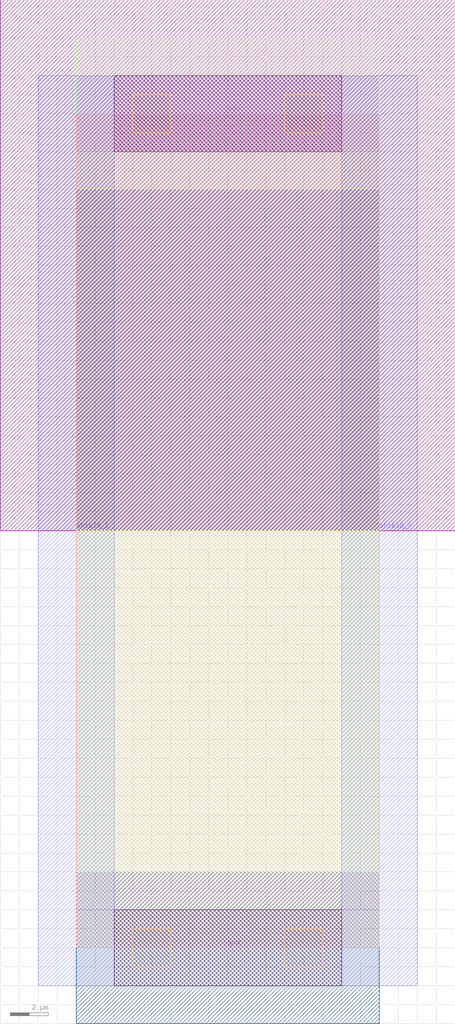
<source format=lef>
VERSION 5.3 ;
NAMESCASESENSITIVE ON ;
BUSBITCHARS "[]" ;
DIVIDERCHAR "/" ;
UNITS
  DATABASE MICRONS 2000 ;
END UNITS

LAYER POLY1
  TYPE	MASTERSLICE ;
END POLY1

LAYER METAL1
  TYPE		ROUTING ;
  DIRECTION	HORIZONTAL ;
  PITCH		0.8  ;
  WIDTH		0.23 ;
  SPACING	0.23 ;
  SPACING	0.6 RANGE 10 100000 ;
  RESISTANCE	RPERSQ 0.101 ;
  CAPACITANCE	CPERSQDIST 0.00013153 ;
  EDGECAPACITANCE 8.7703e-05 ;
  CURRENTDEN 0 ;
END METAL1

LAYER VIA12
  TYPE	CUT ;
END VIA12

LAYER METAL2
  TYPE		ROUTING ;
  DIRECTION	VERTICAL ;
  PITCH		0.8  ;
  WIDTH		0.28 ;
  SPACING	0.28 ;
  SPACING	0.6 RANGE 10 100000 ;
  RESISTANCE	RPERSQ 0.101 ;
  CAPACITANCE	CPERSQDIST 7.0018e-05 ;
  EDGECAPACITANCE 8.3115e-05 ;
  CURRENTDEN 0 ;
END METAL2

LAYER VIA23
  TYPE	CUT ;
END VIA23

LAYER METAL3
  TYPE		ROUTING ;
  DIRECTION	HORIZONTAL ;
  PITCH		0.8  ;
  WIDTH		0.28 ;
  SPACING	0.28 ;
  SPACING	0.6 RANGE 10 100000 ;
  RESISTANCE	RPERSQ 0.101 ;
  CAPACITANCE	CPERSQDIST 6.3069e-05 ;
  EDGECAPACITANCE 0.00010028 ;
  CURRENTDEN 0 ;
END METAL3

LAYER VIA34
  TYPE	CUT ;
END VIA34

LAYER METAL4
  TYPE		ROUTING ;
  DIRECTION	VERTICAL ;
  PITCH		0.8  ;
  WIDTH		0.28 ;
  SPACING	0.28 ;
  SPACING	0.6 RANGE 10 100000 ;
  RESISTANCE	RPERSQ 0.101 ;
  CAPACITANCE	CPERSQDIST 5.9911e-05 ;
  EDGECAPACITANCE 8.2087e-05 ;
  CURRENTDEN 0 ;
END METAL4

LAYER VIA45
  TYPE	CUT ;
END VIA45

LAYER METAL5
  TYPE		ROUTING ;
  DIRECTION	HORIZONTAL ;
  PITCH		1.12  ;
  WIDTH		0.28 ;
  SPACING	0.28 ;
  SPACING	0.6 RANGE 10 100000 ;
  RESISTANCE	RPERSQ 0.101 ;
  CAPACITANCE	CPERSQDIST 4.8201e-05 ;
  EDGECAPACITANCE 5.7592e-05 ;
  CURRENTDEN 0 ;
END METAL5

LAYER VIA56
  TYPE	CUT ;
END VIA56

LAYER METAL6
  TYPE		ROUTING ;
  DIRECTION	VERTICAL ;
  PITCH		1.32  ;
  WIDTH		0.44 ;
  SPACING	0.46 ;
  SPACING	0.6 RANGE 10 100000 ;
  RESISTANCE	RPERSQ 0.045 ;
  CAPACITANCE	CPERSQDIST 2.5892e-05 ;
  EDGECAPACITANCE 8.5718e-05 ;
  CURRENTDEN 0 ;
END METAL6

LAYER OVERLAP
  TYPE	OVERLAP ;
END OVERLAP

LAYER NWELL
  TYPE	MASTERSLICE ;
END NWELL

LAYER DIFF
  TYPE	MASTERSLICE ;
END DIFF

LAYER PDIFF
  TYPE	MASTERSLICE ;
END PDIFF

LAYER PIMP
  TYPE	MASTERSLICE ;
END PIMP

LAYER P2V
  TYPE	MASTERSLICE ;
END P2V

LAYER NDIFF
  TYPE	MASTERSLICE ;
END NDIFF

LAYER NIMP
  TYPE	MASTERSLICE ;
END NIMP

LAYER N2V
  TYPE	MASTERSLICE ;
END N2V

LAYER CONT
  TYPE	MASTERSLICE ;
END CONT

SPACING
  SAMENET METAL1  METAL1	0.23 ;
  SAMENET METAL2  METAL2	0.28 ;
  SAMENET METAL3  METAL3	0.28 ;
  SAMENET METAL4  METAL4	0.28 ;
  SAMENET METAL5  METAL5	0.28 ;
  SAMENET METAL6  METAL6	0.46 ;
  SAMENET VIA12  VIA12	0.26 ;
  SAMENET VIA23  VIA23	0.26 ;
  SAMENET VIA34  VIA34	0.26 ;
  SAMENET VIA45  VIA45	0.26 ;
  SAMENET VIA56  VIA56	0.35 ;
END SPACING

VIA via5 DEFAULT
  LAYER METAL5 ;
    RECT -0.240 -0.190 0.240 0.190 ;
  LAYER VIA56 ;
    RECT -0.180 -0.180 0.180 0.180 ;
  LAYER METAL6 ;
    RECT -0.270 -0.270 0.270 0.270 ;
  RESISTANCE 2.54 ;
END via5

VIA via4 DEFAULT
  LAYER METAL4 ;
    RECT -0.190 -0.140 0.190 0.140 ;
  LAYER VIA45 ;
    RECT -0.130 -0.130 0.130 0.130 ;
  LAYER METAL5 ;
    RECT -0.190 -0.140 0.190 0.140 ;
  RESISTANCE 6.40 ;
END via4

VIA via3_2 DEFAULT
  TOPOFSTACKONLY
  LAYER METAL3 ;
    RECT -0.190 -0.140 0.535 0.140 ;
  LAYER VIA34 ;
    RECT -0.130 -0.130 0.130 0.130 ;
  LAYER METAL4 ;
    RECT -0.190 -0.140 0.190 0.140 ;
  RESISTANCE 6.40 ;
END via3_2

VIA via3_1 DEFAULT
  TOPOFSTACKONLY
  LAYER METAL3 ;
    RECT -0.535 -0.140 0.190 0.140 ;
  LAYER VIA34 ;
    RECT -0.130 -0.130 0.130 0.130 ;
  LAYER METAL4 ;
    RECT -0.190 -0.140 0.190 0.140 ;
  RESISTANCE 6.40 ;
END via3_1

VIA via3 DEFAULT
  LAYER METAL3 ;
    RECT -0.190 -0.140 0.190 0.140 ;
  LAYER VIA34 ;
    RECT -0.130 -0.130 0.130 0.130 ;
  LAYER METAL4 ;
    RECT -0.190 -0.140 0.190 0.140 ;
  RESISTANCE 6.40 ;
END via3

VIA via2_2 DEFAULT
  TOPOFSTACKONLY
  LAYER METAL2 ;
    RECT -0.190 -0.140 0.190 0.395 ;
  LAYER VIA23 ;
    RECT -0.130 -0.130 0.130 0.130 ;
  LAYER METAL3 ;
    RECT -0.190 -0.140 0.190 0.140 ;
  RESISTANCE 6.40 ;
END via2_2

VIA via2_1 DEFAULT
  TOPOFSTACKONLY
  LAYER METAL2 ;
    RECT -0.190 -0.395 0.190 0.140 ;
  LAYER VIA23 ;
    RECT -0.130 -0.130 0.130 0.130 ;
  LAYER METAL3 ;
    RECT -0.190 -0.140 0.190 0.140 ;
  RESISTANCE 6.40 ;
END via2_1

VIA via2 DEFAULT
  LAYER METAL2 ;
    RECT -0.190 -0.140 0.190 0.140 ;
  LAYER VIA23 ;
    RECT -0.130 -0.130 0.130 0.130 ;
  LAYER METAL3 ;
    RECT -0.190 -0.140 0.190 0.140 ;
  RESISTANCE 6.40 ;
END via2

VIA via1 DEFAULT
  LAYER METAL1 ;
    RECT -0.190 -0.140 0.190 0.140 ;
  LAYER VIA12 ;
    RECT -0.130 -0.130 0.130 0.130 ;
  LAYER METAL2 ;
    RECT -0.190 -0.140 0.190 0.140 ;
  RESISTANCE 6.40 ;
END via1


VIARULE via1Array GENERATE
  LAYER METAL1 ;
    DIRECTION HORIZONTAL ;
    OVERHANG 0.06 ;
    METALOVERHANG 0 ;
  LAYER METAL2 ;
    DIRECTION VERTICAL ;
    OVERHANG 0.06 ;
    METALOVERHANG 0 ;
  LAYER VIA12 ;
    RECT -0.13 -0.13 0.13 0.13 ;
    SPACING 0.52 BY 0.52 ;
END via1Array

VIARULE via2Array GENERATE
  LAYER METAL3 ;
    DIRECTION HORIZONTAL ;
    OVERHANG 0.06 ;
    METALOVERHANG 0 ;
  LAYER METAL2 ;
    DIRECTION VERTICAL ;
    OVERHANG 0.06 ;
    METALOVERHANG 0 ;
  LAYER VIA23 ;
    RECT -0.13 -0.13 0.13 0.13 ;
    SPACING 0.52 BY 0.52 ;
END via2Array

VIARULE via3Array GENERATE
  LAYER METAL3 ;
    DIRECTION HORIZONTAL ;
    OVERHANG 0.06 ;
    METALOVERHANG 0 ;
  LAYER METAL4 ;
    DIRECTION VERTICAL ;
    OVERHANG 0.06 ;
    METALOVERHANG 0 ;
  LAYER VIA34 ;
    RECT -0.13 -0.13 0.13 0.13 ;
    SPACING 0.52 BY 0.52 ;
END via3Array

VIARULE via4Array GENERATE
  LAYER METAL5 ;
    DIRECTION HORIZONTAL ;
    OVERHANG 0.06 ;
    METALOVERHANG 0 ;
  LAYER METAL4 ;
    DIRECTION VERTICAL ;
    OVERHANG 0.06 ;
    METALOVERHANG 0 ;
  LAYER VIA45 ;
    RECT -0.13 -0.13 0.13 0.13 ;
    SPACING 0.52 BY 0.52 ;
END via4Array

VIARULE via5Array GENERATE
  LAYER METAL5 ;
    DIRECTION HORIZONTAL ;
    OVERHANG 0.06 ;
    METALOVERHANG 0 ;
  LAYER METAL6 ;
    DIRECTION VERTICAL ;
    OVERHANG 0.09 ;
    METALOVERHANG 0 ;
  LAYER VIA56 ;
    RECT -0.18 -0.18 0.18 0.18 ;
    SPACING 0.71 BY 0.71 ;
END via5Array

VIARULE TURNM1 GENERATE
  LAYER METAL1 ;
    DIRECTION HORIZONTAL ;
  LAYER METAL1 ;
    DIRECTION VERTICAL ;
END TURNM1

VIARULE TURNM2 GENERATE
  LAYER METAL2 ;
    DIRECTION HORIZONTAL ;
  LAYER METAL2 ;
    DIRECTION VERTICAL ;
END TURNM2

VIARULE TURNM3 GENERATE
  LAYER METAL3 ;
    DIRECTION HORIZONTAL ;
  LAYER METAL3 ;
    DIRECTION VERTICAL ;
END TURNM3

VIARULE TURNM4 GENERATE
  LAYER METAL4 ;
    DIRECTION HORIZONTAL ;
  LAYER METAL4 ;
    DIRECTION VERTICAL ;
END TURNM4

VIARULE TURNM5 GENERATE
  LAYER METAL5 ;
    DIRECTION HORIZONTAL ;
  LAYER METAL5 ;
    DIRECTION VERTICAL ;
END TURNM5

VIARULE TURNM6 GENERATE
  LAYER METAL6 ;
    DIRECTION HORIZONTAL ;
  LAYER METAL6 ;
    DIRECTION VERTICAL ;
END TURNM6

SITE  corner
    CLASS	PAD ;
    SYMMETRY	R90 X Y ;
    SIZE	235.000 BY 235.000 ;
END  corner

SITE  pad
    CLASS	PAD ;
    SYMMETRY	R90 X Y ;
    SIZE	0.100 BY 235.000 ;
END  pad

SITE  tsm3site
    CLASS	CORE ;
    SYMMETRY	Y ;
    SIZE	0.80 BY 10.40 ;
END  tsm3site

SITE  CoreSite
    CLASS	CORE ;
    SYMMETRY	Y ;
    SIZE	7.20 BY 10.40 ;
END  CoreSite
SITE  TDCoverSite
    CLASS       CORE ;
    SIZE        1.000 BY 1.000 ;
END  TDCoverSite

SITE  SBlockSite
    CLASS       CORE ;
    SIZE        1.000 BY 1.000 ;
END  SBlockSite

SITE  PortCellSite
    CLASS       PAD ;
    SIZE        1.000 BY 1.000 ;
END  PortCellSite

SITE  Core
    CLASS       CORE ;
    SYMMETRY    Y ;
    SIZE        8.000 BY 5.040 ;
END  Core

MACRO invload
  CLASS CORE ;
  FOREIGN invload -0.360 -2.270 ;
  ORIGIN 0.360 2.270 ;
  SIZE 2.160 BY 5.040 ;
  SYMMETRY X Y ;
  SITE CoreSite ;
  PIN vdd
    DIRECTION INOUT ;
    USE POWER ;
    SHAPE ABUTMENT ;
    PORT
    LAYER METAL1 ;
    RECT -0.360 2.370 1.800 3.170 ;
    END
  END vdd
  PIN gnd
    DIRECTION INOUT ;
    USE GROUND ;
    SHAPE ABUTMENT ;
    PORT
    LAYER METAL1 ;
    RECT -0.360 -2.670 1.800 -1.870 ;
    END
  END gnd
  PIN out
    DIRECTION OUTPUT ;
    PORT
    LAYER METAL2 ;
    RECT 0.580 -0.060 0.865 0.320 ;
    END
  END out
  PIN in0
    DIRECTION INPUT ;
    PORT
    LAYER METAL2 ;
    RECT -0.165 -0.010 0.215 0.270 ;
    END
  END in0
  OBS
    LAYER NWELL ;
    RECT -0.790 0.000 2.230 3.310 ;
    LAYER NIMP ;
    RECT -0.390 -1.725 1.830 0.000 ;
    RECT -0.460 2.225 1.900 2.990 ;
    LAYER PIMP ;
    RECT -0.390 0.000 1.830 2.225 ;
    RECT -0.460 -2.490 1.900 -1.725 ;
    LAYER N2V ;
    RECT -0.390 -1.725 1.830 0.000 ;
    LAYER P2V ;
    RECT -0.390 0.000 1.830 2.225 ;
    LAYER DIFF ;
    RECT -0.360 2.325 1.800 2.880 ;
    RECT -0.210 -1.255 1.650 -0.555 ;
    RECT -0.360 -2.380 1.800 -1.825 ;
    RECT -0.210 0.625 1.650 1.675 ;
    LAYER POLY1 ;
    RECT 0.270 0.000 0.450 1.895 ;
    RECT 0.990 0.000 1.170 1.895 ;
    RECT 0.270 -0.330 1.170 0.330 ;
    RECT 0.270 -1.475 0.450 0.000 ;
    RECT 0.990 -1.475 1.170 0.000 ;
    RECT 0.270 -0.330 1.170 0.330 ;
    RECT -0.020 -0.130 0.400 0.290 ;
    LAYER METAL1 ;
    RECT -0.360 2.370 1.800 3.170 ;
    RECT -0.360 -2.670 1.800 -1.870 ;
    RECT -0.165 -0.100 0.305 0.335 ;
    RECT 0.535 -0.010 0.915 0.270 ;
    RECT -0.170 1.035 0.170 1.265 ;
    RECT -0.115 1.150 0.115 2.770 ;
    RECT 0.550 1.035 0.890 1.265 ;
    RECT 0.605 0.000 0.835 1.150 ;
    RECT 1.270 1.035 1.610 1.265 ;
    RECT 1.325 1.150 1.555 2.770 ;
    RECT -0.170 -1.020 0.170 -0.790 ;
    RECT -0.115 -2.270 0.115 -0.905 ;
    RECT 0.550 -1.020 0.890 -0.790 ;
    RECT 0.605 -0.905 0.835 0.000 ;
    RECT 1.270 -1.020 1.610 -0.790 ;
    RECT 1.325 -2.270 1.555 -0.905 ;
    LAYER METAL2 ;
    RECT 0.580 -0.060 0.865 0.320 ;
    RECT -0.165 -0.010 0.215 0.270 ;
    LAYER CONT ;
    RECT 0.080 -0.030 0.300 0.190 ;
    RECT -0.110 2.425 0.110 2.645 ;
    RECT -0.110 -2.145 0.110 -1.925 ;
    RECT 0.610 2.425 0.830 2.645 ;
    RECT 0.610 -2.145 0.830 -1.925 ;
    RECT 1.330 2.425 1.550 2.645 ;
    RECT 1.330 -2.145 1.550 -1.925 ;
    RECT -0.110 1.040 0.110 1.260 ;
    RECT 0.610 1.040 0.830 1.260 ;
    RECT 1.330 1.040 1.550 1.260 ;
    RECT -0.110 -1.015 0.110 -0.795 ;
    RECT 0.610 -1.015 0.830 -0.795 ;
    RECT 1.330 -1.015 1.550 -0.795 ;
    LAYER VIA12 ;
    RECT -0.105 0.000 0.155 0.260 ;
    RECT 0.595 0.000 0.855 0.260 ;
  END
END invload
MACRO inv1x_1
  CLASS CORE ;
  FOREIGN inv1x_1 -0.360 -2.270 ;
  ORIGIN 0.360 2.270 ;
  SIZE 3.600 BY 5.040 ;
  SYMMETRY X Y ;
  SITE CoreSite ;
  PIN vdd
    DIRECTION INOUT ;
    USE POWER ;
    SHAPE ABUTMENT ;
    PORT
    LAYER METAL1 ;
    RECT -0.360 2.370 3.240 3.170 ;
    END
  END vdd
  PIN gnd
    DIRECTION INOUT ;
    USE GROUND ;
    SHAPE ABUTMENT ;
    PORT
    LAYER METAL1 ;
    RECT -0.360 -2.670 3.240 -1.870 ;
    END
  END gnd
  PIN out
    DIRECTION OUTPUT ;
    PORT
    LAYER METAL2 ;
    RECT 0.580 -0.060 0.865 0.320 ;
    END
  END out
  PIN in0
    DIRECTION INPUT ;
    PORT
    LAYER METAL2 ;
    RECT -0.165 -0.010 0.215 0.270 ;
    END
  END in0
  OBS
    LAYER NWELL ;
    RECT -0.790 0.000 3.670 3.310 ;
    LAYER NIMP ;
    RECT -0.390 -1.725 2.550 0.000 ;
    RECT -0.460 2.225 3.340 2.990 ;
    LAYER PIMP ;
    RECT -0.390 0.000 3.270 2.225 ;
    RECT -0.460 -2.490 3.340 -1.725 ;
    LAYER N2V ;
    RECT -0.390 -1.725 2.550 0.000 ;
    LAYER P2V ;
    RECT -0.390 0.000 3.270 2.225 ;
    LAYER DIFF ;
    RECT -0.360 2.325 3.240 2.880 ;
    RECT -0.210 -1.255 2.370 -0.555 ;
    RECT -0.360 -2.380 3.240 -1.825 ;
    RECT -0.210 0.540 3.090 1.765 ;
    LAYER POLY1 ;
    RECT 0.270 0.000 0.450 1.985 ;
    RECT 0.990 0.000 1.170 1.985 ;
    RECT 0.270 -0.330 1.170 0.330 ;
    RECT 1.710 0.000 1.890 1.985 ;
    RECT 0.990 -0.330 1.890 0.330 ;
    RECT 2.430 0.000 2.610 1.985 ;
    RECT 1.710 -0.330 2.610 0.330 ;
    RECT 0.270 -1.475 0.450 0.000 ;
    RECT 0.990 -1.475 1.170 0.000 ;
    RECT 0.270 -0.330 1.170 0.330 ;
    RECT 1.710 -1.475 1.890 0.000 ;
    RECT 0.990 -0.330 1.890 0.330 ;
    RECT -0.020 -0.130 0.400 0.290 ;
    LAYER METAL1 ;
    RECT -0.360 2.370 3.240 3.170 ;
    RECT -0.360 -2.670 3.240 -1.870 ;
    RECT -0.165 -0.100 0.305 0.335 ;
    RECT 0.535 -0.010 0.915 0.270 ;
    RECT -0.170 1.035 0.170 1.265 ;
    RECT -0.115 1.150 0.115 2.770 ;
    RECT 0.550 1.035 0.890 1.265 ;
    RECT 0.605 0.000 0.835 1.150 ;
    RECT 1.270 1.035 1.610 1.265 ;
    RECT 1.325 1.150 1.555 2.770 ;
    RECT 1.990 1.035 2.330 1.265 ;
    RECT 2.045 0.000 2.275 1.150 ;
    RECT 0.605 -0.090 2.275 0.140 ;
    RECT 2.710 1.035 3.050 1.265 ;
    RECT 2.765 1.150 2.995 2.770 ;
    RECT -0.170 -1.020 0.170 -0.790 ;
    RECT -0.115 -2.270 0.115 -0.905 ;
    RECT 0.550 -1.020 0.890 -0.790 ;
    RECT 0.605 -0.905 0.835 0.000 ;
    RECT 1.270 -1.020 1.610 -0.790 ;
    RECT 1.325 -2.270 1.555 -0.905 ;
    RECT 1.990 -1.020 2.330 -0.790 ;
    RECT 2.045 -0.905 2.275 0.000 ;
    RECT 0.605 -0.090 2.275 0.140 ;
    LAYER METAL2 ;
    RECT 0.580 -0.060 0.865 0.320 ;
    RECT -0.165 -0.010 0.215 0.270 ;
    LAYER CONT ;
    RECT 0.080 -0.030 0.300 0.190 ;
    RECT -0.110 2.425 0.110 2.645 ;
    RECT -0.110 -2.145 0.110 -1.925 ;
    RECT 0.610 2.425 0.830 2.645 ;
    RECT 0.610 -2.145 0.830 -1.925 ;
    RECT 1.330 2.425 1.550 2.645 ;
    RECT 1.330 -2.145 1.550 -1.925 ;
    RECT 2.050 2.425 2.270 2.645 ;
    RECT 2.050 -2.145 2.270 -1.925 ;
    RECT 2.770 2.425 2.990 2.645 ;
    RECT 2.770 -2.145 2.990 -1.925 ;
    RECT -0.110 1.040 0.110 1.260 ;
    RECT 0.610 1.040 0.830 1.260 ;
    RECT 1.330 1.040 1.550 1.260 ;
    RECT 2.050 1.040 2.270 1.260 ;
    RECT 2.770 1.040 2.990 1.260 ;
    RECT -0.110 -1.015 0.110 -0.795 ;
    RECT 0.610 -1.015 0.830 -0.795 ;
    RECT 1.330 -1.015 1.550 -0.795 ;
    RECT 2.050 -1.015 2.270 -0.795 ;
    LAYER VIA12 ;
    RECT -0.105 0.000 0.155 0.260 ;
    RECT 0.595 0.000 0.855 0.260 ;
  END
END inv1x_1
MACRO inv1x_2
  CLASS CORE ;
  FOREIGN inv1x_2 -0.360 -2.270 ;
  ORIGIN 0.360 2.270 ;
  SIZE 2.160 BY 5.040 ;
  SYMMETRY X Y ;
  SITE CoreSite ;
  PIN vdd
    DIRECTION INOUT ;
    USE POWER ;
    SHAPE ABUTMENT ;
    PORT
    LAYER METAL1 ;
    RECT -0.360 2.370 1.800 3.170 ;
    END
  END vdd
  PIN gnd
    DIRECTION INOUT ;
    USE GROUND ;
    SHAPE ABUTMENT ;
    PORT
    LAYER METAL1 ;
    RECT -0.360 -2.670 1.800 -1.870 ;
    END
  END gnd
  PIN out
    DIRECTION OUTPUT ;
    PORT
    LAYER METAL2 ;
    RECT 0.580 -0.060 0.865 0.320 ;
    END
  END out
  PIN in0
    DIRECTION INPUT ;
    PORT
    LAYER METAL2 ;
    RECT -0.165 -0.010 0.215 0.270 ;
    END
  END in0
  OBS
    LAYER NWELL ;
    RECT -0.790 0.000 2.230 3.310 ;
    LAYER NIMP ;
    RECT -0.390 -1.725 1.830 0.000 ;
    RECT -0.460 2.225 1.900 2.990 ;
    LAYER PIMP ;
    RECT -0.390 0.000 1.830 2.225 ;
    RECT -0.460 -2.490 1.900 -1.725 ;
    LAYER N2V ;
    RECT -0.390 -1.725 1.830 0.000 ;
    LAYER P2V ;
    RECT -0.390 0.000 1.830 2.225 ;
    LAYER DIFF ;
    RECT -0.360 2.325 1.800 2.880 ;
    RECT -0.210 -1.155 1.650 -0.655 ;
    RECT -0.360 -2.380 1.800 -1.825 ;
    RECT -0.210 0.625 1.650 1.675 ;
    LAYER POLY1 ;
    RECT 0.270 0.000 0.450 1.895 ;
    RECT 0.990 0.000 1.170 1.895 ;
    RECT 0.270 -0.330 1.170 0.330 ;
    RECT 0.270 -1.375 0.450 0.000 ;
    RECT 0.990 -1.375 1.170 0.000 ;
    RECT 0.270 -0.330 1.170 0.330 ;
    RECT -0.020 -0.130 0.400 0.290 ;
    LAYER METAL1 ;
    RECT -0.360 2.370 1.800 3.170 ;
    RECT -0.360 -2.670 1.800 -1.870 ;
    RECT -0.165 -0.100 0.305 0.335 ;
    RECT 0.535 -0.010 0.915 0.270 ;
    RECT -0.170 1.035 0.170 1.265 ;
    RECT -0.115 1.150 0.115 2.770 ;
    RECT 0.550 1.035 0.890 1.265 ;
    RECT 0.605 0.000 0.835 1.150 ;
    RECT 1.270 1.035 1.610 1.265 ;
    RECT 1.325 1.150 1.555 2.770 ;
    RECT -0.170 -1.020 0.170 -0.790 ;
    RECT -0.115 -2.270 0.115 -0.905 ;
    RECT 0.550 -1.020 0.890 -0.790 ;
    RECT 0.605 -0.905 0.835 0.000 ;
    RECT 1.270 -1.020 1.610 -0.790 ;
    RECT 1.325 -2.270 1.555 -0.905 ;
    LAYER METAL2 ;
    RECT 0.580 -0.060 0.865 0.320 ;
    RECT -0.165 -0.010 0.215 0.270 ;
    LAYER CONT ;
    RECT 0.080 -0.030 0.300 0.190 ;
    RECT -0.110 2.425 0.110 2.645 ;
    RECT -0.110 -2.145 0.110 -1.925 ;
    RECT 0.610 2.425 0.830 2.645 ;
    RECT 0.610 -2.145 0.830 -1.925 ;
    RECT 1.330 2.425 1.550 2.645 ;
    RECT 1.330 -2.145 1.550 -1.925 ;
    RECT -0.110 1.040 0.110 1.260 ;
    RECT 0.610 1.040 0.830 1.260 ;
    RECT 1.330 1.040 1.550 1.260 ;
    RECT -0.110 -1.015 0.110 -0.795 ;
    RECT 0.610 -1.015 0.830 -0.795 ;
    RECT 1.330 -1.015 1.550 -0.795 ;
    LAYER VIA12 ;
    RECT -0.105 0.000 0.155 0.260 ;
    RECT 0.595 0.000 0.855 0.260 ;
  END
END inv1x_2
MACRO inv1x_3
  CLASS CORE ;
  FOREIGN inv1x_3 -0.360 -2.270 ;
  ORIGIN 0.360 2.270 ;
  SIZE 2.160 BY 5.040 ;
  SYMMETRY X Y ;
  SITE CoreSite ;
  PIN vdd
    DIRECTION INOUT ;
    USE POWER ;
    SHAPE ABUTMENT ;
    PORT
    LAYER METAL1 ;
    RECT -0.360 2.370 1.800 3.170 ;
    END
  END vdd
  PIN gnd
    DIRECTION INOUT ;
    USE GROUND ;
    SHAPE ABUTMENT ;
    PORT
    LAYER METAL1 ;
    RECT -0.360 -2.670 1.800 -1.870 ;
    END
  END gnd
  PIN out
    DIRECTION OUTPUT ;
    PORT
    LAYER METAL2 ;
    RECT 0.580 -0.060 0.865 0.320 ;
    END
  END out
  PIN in0
    DIRECTION INPUT ;
    PORT
    LAYER METAL2 ;
    RECT -0.165 -0.010 0.215 0.270 ;
    END
  END in0
  OBS
    LAYER NWELL ;
    RECT -0.790 0.000 2.230 3.310 ;
    LAYER NIMP ;
    RECT -0.390 -1.725 1.830 0.000 ;
    RECT -0.460 2.225 1.900 2.990 ;
    LAYER PIMP ;
    RECT -0.390 0.000 1.110 2.225 ;
    RECT -0.460 -2.490 1.900 -1.725 ;
    LAYER N2V ;
    RECT -0.390 -1.725 1.830 0.000 ;
    LAYER P2V ;
    RECT -0.390 0.000 1.110 2.225 ;
    LAYER DIFF ;
    RECT -0.360 2.325 1.800 2.880 ;
    RECT -0.210 -1.155 1.650 -0.655 ;
    RECT -0.360 -2.380 1.800 -1.825 ;
    RECT -0.210 0.450 0.930 1.850 ;
    LAYER POLY1 ;
    RECT 0.270 0.000 0.450 2.070 ;
    RECT 0.270 -1.375 0.450 0.000 ;
    RECT 0.990 -1.375 1.170 0.000 ;
    RECT 0.270 -0.330 1.170 0.330 ;
    RECT -0.020 -0.130 0.400 0.290 ;
    LAYER METAL1 ;
    RECT -0.360 2.370 1.800 3.170 ;
    RECT -0.360 -2.670 1.800 -1.870 ;
    RECT -0.165 -0.100 0.305 0.335 ;
    RECT 0.535 -0.010 0.915 0.270 ;
    RECT -0.170 1.035 0.170 1.265 ;
    RECT -0.115 1.150 0.115 2.770 ;
    RECT 0.550 1.035 0.890 1.265 ;
    RECT 0.605 0.000 0.835 1.150 ;
    RECT -0.170 -1.020 0.170 -0.790 ;
    RECT -0.115 -2.270 0.115 -0.905 ;
    RECT 0.550 -1.020 0.890 -0.790 ;
    RECT 0.605 -0.905 0.835 0.000 ;
    RECT 1.270 -1.020 1.610 -0.790 ;
    RECT 1.325 -2.270 1.555 -0.905 ;
    LAYER METAL2 ;
    RECT 0.580 -0.060 0.865 0.320 ;
    RECT -0.165 -0.010 0.215 0.270 ;
    LAYER CONT ;
    RECT 0.080 -0.030 0.300 0.190 ;
    RECT -0.110 2.425 0.110 2.645 ;
    RECT -0.110 -2.145 0.110 -1.925 ;
    RECT 0.610 2.425 0.830 2.645 ;
    RECT 0.610 -2.145 0.830 -1.925 ;
    RECT 1.330 2.425 1.550 2.645 ;
    RECT 1.330 -2.145 1.550 -1.925 ;
    RECT -0.110 1.040 0.110 1.260 ;
    RECT 0.610 1.040 0.830 1.260 ;
    RECT -0.110 -1.015 0.110 -0.795 ;
    RECT 0.610 -1.015 0.830 -0.795 ;
    RECT 1.330 -1.015 1.550 -0.795 ;
    LAYER VIA12 ;
    RECT -0.105 0.000 0.155 0.260 ;
    RECT 0.595 0.000 0.855 0.260 ;
  END
END inv1x_3
MACRO inv1x_4
  CLASS CORE ;
  FOREIGN inv1x_4 -0.360 -2.270 ;
  ORIGIN 0.360 2.270 ;
  SIZE 2.880 BY 5.040 ;
  SYMMETRY X Y ;
  SITE CoreSite ;
  PIN vdd
    DIRECTION INOUT ;
    USE POWER ;
    SHAPE ABUTMENT ;
    PORT
    LAYER METAL1 ;
    RECT -0.360 2.370 2.520 3.170 ;
    END
  END vdd
  PIN gnd
    DIRECTION INOUT ;
    USE GROUND ;
    SHAPE ABUTMENT ;
    PORT
    LAYER METAL1 ;
    RECT -0.360 -2.670 2.520 -1.870 ;
    END
  END gnd
  PIN out
    DIRECTION OUTPUT ;
    PORT
    LAYER METAL2 ;
    RECT 0.580 -0.060 0.865 0.320 ;
    END
  END out
  PIN in0
    DIRECTION INPUT ;
    PORT
    LAYER METAL2 ;
    RECT -0.165 -0.010 0.215 0.270 ;
    END
  END in0
  OBS
    LAYER NWELL ;
    RECT -0.790 0.000 2.950 3.310 ;
    LAYER NIMP ;
    RECT -0.390 -1.725 1.830 0.000 ;
    RECT -0.460 2.225 2.620 2.990 ;
    LAYER PIMP ;
    RECT -0.390 0.000 2.550 2.225 ;
    RECT -0.460 -2.490 2.620 -1.725 ;
    LAYER N2V ;
    RECT -0.390 -1.725 1.830 0.000 ;
    LAYER P2V ;
    RECT -0.390 0.000 2.550 2.225 ;
    LAYER DIFF ;
    RECT -0.360 2.325 2.520 2.880 ;
    RECT -0.210 -1.255 1.650 -0.555 ;
    RECT -0.360 -2.380 2.520 -1.825 ;
    RECT -0.210 0.570 2.370 1.735 ;
    LAYER POLY1 ;
    RECT 0.270 0.000 0.450 1.955 ;
    RECT 0.990 0.000 1.170 1.955 ;
    RECT 0.270 -0.330 1.170 0.330 ;
    RECT 1.710 0.000 1.890 1.955 ;
    RECT 0.990 -0.330 1.890 0.330 ;
    RECT 0.270 -1.475 0.450 0.000 ;
    RECT 0.990 -1.475 1.170 0.000 ;
    RECT 0.270 -0.330 1.170 0.330 ;
    RECT -0.020 -0.130 0.400 0.290 ;
    LAYER METAL1 ;
    RECT -0.360 2.370 2.520 3.170 ;
    RECT -0.360 -2.670 2.520 -1.870 ;
    RECT -0.165 -0.100 0.305 0.335 ;
    RECT 0.535 -0.010 0.915 0.270 ;
    RECT -0.170 1.035 0.170 1.265 ;
    RECT -0.115 1.150 0.115 2.770 ;
    RECT 0.550 1.035 0.890 1.265 ;
    RECT 0.605 0.000 0.835 1.150 ;
    RECT 1.270 1.035 1.610 1.265 ;
    RECT 1.325 1.150 1.555 2.770 ;
    RECT 1.990 1.035 2.330 1.265 ;
    RECT 2.045 0.000 2.275 1.150 ;
    RECT 0.605 -0.090 2.275 0.140 ;
    RECT -0.170 -1.020 0.170 -0.790 ;
    RECT -0.115 -2.270 0.115 -0.905 ;
    RECT 0.550 -1.020 0.890 -0.790 ;
    RECT 0.605 -0.905 0.835 0.000 ;
    RECT 1.270 -1.020 1.610 -0.790 ;
    RECT 1.325 -2.270 1.555 -0.905 ;
    LAYER METAL2 ;
    RECT 0.580 -0.060 0.865 0.320 ;
    RECT -0.165 -0.010 0.215 0.270 ;
    LAYER CONT ;
    RECT 0.080 -0.030 0.300 0.190 ;
    RECT -0.110 2.425 0.110 2.645 ;
    RECT -0.110 -2.145 0.110 -1.925 ;
    RECT 0.610 2.425 0.830 2.645 ;
    RECT 0.610 -2.145 0.830 -1.925 ;
    RECT 1.330 2.425 1.550 2.645 ;
    RECT 1.330 -2.145 1.550 -1.925 ;
    RECT 2.050 2.425 2.270 2.645 ;
    RECT 2.050 -2.145 2.270 -1.925 ;
    RECT -0.110 1.040 0.110 1.260 ;
    RECT 0.610 1.040 0.830 1.260 ;
    RECT 1.330 1.040 1.550 1.260 ;
    RECT 2.050 1.040 2.270 1.260 ;
    RECT -0.110 -1.015 0.110 -0.795 ;
    RECT 0.610 -1.015 0.830 -0.795 ;
    RECT 1.330 -1.015 1.550 -0.795 ;
    LAYER VIA12 ;
    RECT -0.105 0.000 0.155 0.260 ;
    RECT 0.595 0.000 0.855 0.260 ;
  END
END inv1x_4
MACRO inv1x_5
  CLASS CORE ;
  FOREIGN inv1x_5 -0.360 -2.270 ;
  ORIGIN 0.360 2.270 ;
  SIZE 2.160 BY 5.040 ;
  SYMMETRY X Y ;
  SITE CoreSite ;
  PIN vdd
    DIRECTION INOUT ;
    USE POWER ;
    SHAPE ABUTMENT ;
    PORT
    LAYER METAL1 ;
    RECT -0.360 2.370 1.800 3.170 ;
    END
  END vdd
  PIN gnd
    DIRECTION INOUT ;
    USE GROUND ;
    SHAPE ABUTMENT ;
    PORT
    LAYER METAL1 ;
    RECT -0.360 -2.670 1.800 -1.870 ;
    END
  END gnd
  PIN out
    DIRECTION OUTPUT ;
    PORT
    LAYER METAL2 ;
    RECT 0.580 -0.060 0.865 0.320 ;
    END
  END out
  PIN in0
    DIRECTION INPUT ;
    PORT
    LAYER METAL2 ;
    RECT -0.165 -0.010 0.215 0.270 ;
    END
  END in0
  OBS
    LAYER NWELL ;
    RECT -0.790 0.000 2.230 3.310 ;
    LAYER NIMP ;
    RECT -0.390 -1.725 1.830 0.000 ;
    RECT -0.460 2.225 1.900 2.990 ;
    LAYER PIMP ;
    RECT -0.390 0.000 1.830 2.225 ;
    RECT -0.460 -2.490 1.900 -1.725 ;
    LAYER N2V ;
    RECT -0.390 -1.725 1.830 0.000 ;
    LAYER P2V ;
    RECT -0.390 0.000 1.830 2.225 ;
    LAYER DIFF ;
    RECT -0.360 2.325 1.800 2.880 ;
    RECT -0.210 -1.255 1.650 -0.555 ;
    RECT -0.360 -2.380 1.800 -1.825 ;
    RECT -0.210 0.450 1.650 1.850 ;
    LAYER POLY1 ;
    RECT 0.270 0.000 0.450 2.070 ;
    RECT 0.990 0.000 1.170 2.070 ;
    RECT 0.270 -0.330 1.170 0.330 ;
    RECT 0.270 -1.475 0.450 0.000 ;
    RECT 0.990 -1.475 1.170 0.000 ;
    RECT 0.270 -0.330 1.170 0.330 ;
    RECT -0.020 -0.130 0.400 0.290 ;
    LAYER METAL1 ;
    RECT -0.360 2.370 1.800 3.170 ;
    RECT -0.360 -2.670 1.800 -1.870 ;
    RECT -0.165 -0.100 0.305 0.335 ;
    RECT 0.535 -0.010 0.915 0.270 ;
    RECT -0.170 1.035 0.170 1.265 ;
    RECT -0.115 1.150 0.115 2.770 ;
    RECT 0.550 1.035 0.890 1.265 ;
    RECT 0.605 0.000 0.835 1.150 ;
    RECT 1.270 1.035 1.610 1.265 ;
    RECT 1.325 1.150 1.555 2.770 ;
    RECT -0.170 -1.020 0.170 -0.790 ;
    RECT -0.115 -2.270 0.115 -0.905 ;
    RECT 0.550 -1.020 0.890 -0.790 ;
    RECT 0.605 -0.905 0.835 0.000 ;
    RECT 1.270 -1.020 1.610 -0.790 ;
    RECT 1.325 -2.270 1.555 -0.905 ;
    LAYER METAL2 ;
    RECT 0.580 -0.060 0.865 0.320 ;
    RECT -0.165 -0.010 0.215 0.270 ;
    LAYER CONT ;
    RECT 0.080 -0.030 0.300 0.190 ;
    RECT -0.110 2.425 0.110 2.645 ;
    RECT -0.110 -2.145 0.110 -1.925 ;
    RECT 0.610 2.425 0.830 2.645 ;
    RECT 0.610 -2.145 0.830 -1.925 ;
    RECT 1.330 2.425 1.550 2.645 ;
    RECT 1.330 -2.145 1.550 -1.925 ;
    RECT -0.110 1.040 0.110 1.260 ;
    RECT 0.610 1.040 0.830 1.260 ;
    RECT 1.330 1.040 1.550 1.260 ;
    RECT -0.110 -1.015 0.110 -0.795 ;
    RECT 0.610 -1.015 0.830 -0.795 ;
    RECT 1.330 -1.015 1.550 -0.795 ;
    LAYER VIA12 ;
    RECT -0.105 0.000 0.155 0.260 ;
    RECT 0.595 0.000 0.855 0.260 ;
  END
END inv1x_5
MACRO inv1x_6
  CLASS CORE ;
  FOREIGN inv1x_6 -0.360 -2.270 ;
  ORIGIN 0.360 2.270 ;
  SIZE 2.880 BY 5.040 ;
  SYMMETRY X Y ;
  SITE CoreSite ;
  PIN vdd
    DIRECTION INOUT ;
    USE POWER ;
    SHAPE ABUTMENT ;
    PORT
    LAYER METAL1 ;
    RECT -0.360 2.370 2.520 3.170 ;
    END
  END vdd
  PIN gnd
    DIRECTION INOUT ;
    USE GROUND ;
    SHAPE ABUTMENT ;
    PORT
    LAYER METAL1 ;
    RECT -0.360 -2.670 2.520 -1.870 ;
    END
  END gnd
  PIN out
    DIRECTION OUTPUT ;
    PORT
    LAYER METAL2 ;
    RECT 0.580 -0.060 0.865 0.320 ;
    END
  END out
  PIN in0
    DIRECTION INPUT ;
    PORT
    LAYER METAL2 ;
    RECT -0.165 -0.010 0.215 0.270 ;
    END
  END in0
  OBS
    LAYER NWELL ;
    RECT -0.790 0.000 2.950 3.310 ;
    LAYER NIMP ;
    RECT -0.390 -1.725 2.550 0.000 ;
    RECT -0.460 2.225 2.620 2.990 ;
    LAYER PIMP ;
    RECT -0.390 0.000 1.830 2.225 ;
    RECT -0.460 -2.490 2.620 -1.725 ;
    LAYER N2V ;
    RECT -0.390 -1.725 2.550 0.000 ;
    LAYER P2V ;
    RECT -0.390 0.000 1.830 2.225 ;
    LAYER DIFF ;
    RECT -0.360 2.325 2.520 2.880 ;
    RECT -0.210 -1.255 2.370 -0.555 ;
    RECT -0.360 -2.380 2.520 -1.825 ;
    RECT -0.210 0.450 1.650 1.850 ;
    LAYER POLY1 ;
    RECT 0.270 0.000 0.450 2.070 ;
    RECT 0.990 0.000 1.170 2.070 ;
    RECT 0.270 -0.330 1.170 0.330 ;
    RECT 0.270 -1.475 0.450 0.000 ;
    RECT 0.990 -1.475 1.170 0.000 ;
    RECT 0.270 -0.330 1.170 0.330 ;
    RECT 1.710 -1.475 1.890 0.000 ;
    RECT 0.990 -0.330 1.890 0.330 ;
    RECT -0.020 -0.130 0.400 0.290 ;
    LAYER METAL1 ;
    RECT -0.360 2.370 2.520 3.170 ;
    RECT -0.360 -2.670 2.520 -1.870 ;
    RECT -0.165 -0.100 0.305 0.335 ;
    RECT 0.535 -0.010 0.915 0.270 ;
    RECT -0.170 1.035 0.170 1.265 ;
    RECT -0.115 1.150 0.115 2.770 ;
    RECT 0.550 1.035 0.890 1.265 ;
    RECT 0.605 0.000 0.835 1.150 ;
    RECT 1.270 1.035 1.610 1.265 ;
    RECT 1.325 1.150 1.555 2.770 ;
    RECT -0.170 -1.020 0.170 -0.790 ;
    RECT -0.115 -2.270 0.115 -0.905 ;
    RECT 0.550 -1.020 0.890 -0.790 ;
    RECT 0.605 -0.905 0.835 0.000 ;
    RECT 1.270 -1.020 1.610 -0.790 ;
    RECT 1.325 -2.270 1.555 -0.905 ;
    RECT 1.990 -1.020 2.330 -0.790 ;
    RECT 2.045 -0.905 2.275 0.000 ;
    RECT 0.605 -0.090 2.275 0.140 ;
    LAYER METAL2 ;
    RECT 0.580 -0.060 0.865 0.320 ;
    RECT -0.165 -0.010 0.215 0.270 ;
    LAYER CONT ;
    RECT 0.080 -0.030 0.300 0.190 ;
    RECT -0.110 2.425 0.110 2.645 ;
    RECT -0.110 -2.145 0.110 -1.925 ;
    RECT 0.610 2.425 0.830 2.645 ;
    RECT 0.610 -2.145 0.830 -1.925 ;
    RECT 1.330 2.425 1.550 2.645 ;
    RECT 1.330 -2.145 1.550 -1.925 ;
    RECT 2.050 2.425 2.270 2.645 ;
    RECT 2.050 -2.145 2.270 -1.925 ;
    RECT -0.110 1.040 0.110 1.260 ;
    RECT 0.610 1.040 0.830 1.260 ;
    RECT 1.330 1.040 1.550 1.260 ;
    RECT -0.110 -1.015 0.110 -0.795 ;
    RECT 0.610 -1.015 0.830 -0.795 ;
    RECT 1.330 -1.015 1.550 -0.795 ;
    RECT 2.050 -1.015 2.270 -0.795 ;
    LAYER VIA12 ;
    RECT -0.105 0.000 0.155 0.260 ;
    RECT 0.595 0.000 0.855 0.260 ;
  END
END inv1x_6
MACRO inv1x_7
  CLASS CORE ;
  FOREIGN inv1x_7 -0.360 -2.270 ;
  ORIGIN 0.360 2.270 ;
  SIZE 2.160 BY 5.040 ;
  SYMMETRY X Y ;
  SITE CoreSite ;
  PIN vdd
    DIRECTION INOUT ;
    USE POWER ;
    SHAPE ABUTMENT ;
    PORT
    LAYER METAL1 ;
    RECT -0.360 2.370 1.800 3.170 ;
    END
  END vdd
  PIN gnd
    DIRECTION INOUT ;
    USE GROUND ;
    SHAPE ABUTMENT ;
    PORT
    LAYER METAL1 ;
    RECT -0.360 -2.670 1.800 -1.870 ;
    END
  END gnd
  PIN out
    DIRECTION OUTPUT ;
    PORT
    LAYER METAL2 ;
    RECT 0.580 -0.060 0.865 0.320 ;
    END
  END out
  PIN in0
    DIRECTION INPUT ;
    PORT
    LAYER METAL2 ;
    RECT -0.165 -0.010 0.215 0.270 ;
    END
  END in0
  OBS
    LAYER NWELL ;
    RECT -0.790 0.000 2.230 3.310 ;
    LAYER NIMP ;
    RECT -0.390 -1.725 1.830 0.000 ;
    RECT -0.460 2.225 1.900 2.990 ;
    LAYER PIMP ;
    RECT -0.390 0.000 1.110 2.225 ;
    RECT -0.460 -2.490 1.900 -1.725 ;
    LAYER N2V ;
    RECT -0.390 -1.725 1.830 0.000 ;
    LAYER P2V ;
    RECT -0.390 0.000 1.110 2.225 ;
    LAYER DIFF ;
    RECT -0.360 2.325 1.800 2.880 ;
    RECT -0.210 -1.255 1.650 -0.555 ;
    RECT -0.360 -2.380 1.800 -1.825 ;
    RECT -0.210 0.450 0.930 1.850 ;
    LAYER POLY1 ;
    RECT 0.270 0.000 0.450 2.070 ;
    RECT 0.270 -1.475 0.450 0.000 ;
    RECT 0.990 -1.475 1.170 0.000 ;
    RECT 0.270 -0.330 1.170 0.330 ;
    RECT -0.020 -0.130 0.400 0.290 ;
    LAYER METAL1 ;
    RECT -0.360 2.370 1.800 3.170 ;
    RECT -0.360 -2.670 1.800 -1.870 ;
    RECT -0.165 -0.100 0.305 0.335 ;
    RECT 0.535 -0.010 0.915 0.270 ;
    RECT -0.170 1.035 0.170 1.265 ;
    RECT -0.115 1.150 0.115 2.770 ;
    RECT 0.550 1.035 0.890 1.265 ;
    RECT 0.605 0.000 0.835 1.150 ;
    RECT -0.170 -1.020 0.170 -0.790 ;
    RECT -0.115 -2.270 0.115 -0.905 ;
    RECT 0.550 -1.020 0.890 -0.790 ;
    RECT 0.605 -0.905 0.835 0.000 ;
    RECT 1.270 -1.020 1.610 -0.790 ;
    RECT 1.325 -2.270 1.555 -0.905 ;
    LAYER METAL2 ;
    RECT 0.580 -0.060 0.865 0.320 ;
    RECT -0.165 -0.010 0.215 0.270 ;
    LAYER CONT ;
    RECT 0.080 -0.030 0.300 0.190 ;
    RECT -0.110 2.425 0.110 2.645 ;
    RECT -0.110 -2.145 0.110 -1.925 ;
    RECT 0.610 2.425 0.830 2.645 ;
    RECT 0.610 -2.145 0.830 -1.925 ;
    RECT 1.330 2.425 1.550 2.645 ;
    RECT 1.330 -2.145 1.550 -1.925 ;
    RECT -0.110 1.040 0.110 1.260 ;
    RECT 0.610 1.040 0.830 1.260 ;
    RECT -0.110 -1.015 0.110 -0.795 ;
    RECT 0.610 -1.015 0.830 -0.795 ;
    RECT 1.330 -1.015 1.550 -0.795 ;
    LAYER VIA12 ;
    RECT -0.105 0.000 0.155 0.260 ;
    RECT 0.595 0.000 0.855 0.260 ;
  END
END inv1x_7
MACRO inv1x_8
  CLASS CORE ;
  FOREIGN inv1x_8 -0.360 -2.270 ;
  ORIGIN 0.360 2.270 ;
  SIZE 2.160 BY 5.040 ;
  SYMMETRY X Y ;
  SITE CoreSite ;
  PIN vdd
    DIRECTION INOUT ;
    USE POWER ;
    SHAPE ABUTMENT ;
    PORT
    LAYER METAL1 ;
    RECT -0.360 2.370 1.800 3.170 ;
    END
  END vdd
  PIN gnd
    DIRECTION INOUT ;
    USE GROUND ;
    SHAPE ABUTMENT ;
    PORT
    LAYER METAL1 ;
    RECT -0.360 -2.670 1.800 -1.870 ;
    END
  END gnd
  PIN out
    DIRECTION OUTPUT ;
    PORT
    LAYER METAL2 ;
    RECT 0.580 -0.060 0.865 0.320 ;
    END
  END out
  PIN in0
    DIRECTION INPUT ;
    PORT
    LAYER METAL2 ;
    RECT -0.165 -0.010 0.215 0.270 ;
    END
  END in0
  OBS
    LAYER NWELL ;
    RECT -0.790 0.000 2.230 3.310 ;
    LAYER NIMP ;
    RECT -0.390 -1.725 1.830 0.000 ;
    RECT -0.460 2.225 1.900 2.990 ;
    LAYER PIMP ;
    RECT -0.390 0.000 1.830 2.225 ;
    RECT -0.460 -2.490 1.900 -1.725 ;
    LAYER N2V ;
    RECT -0.390 -1.725 1.830 0.000 ;
    LAYER P2V ;
    RECT -0.390 0.000 1.830 2.225 ;
    LAYER DIFF ;
    RECT -0.360 2.325 1.800 2.880 ;
    RECT -0.210 -1.255 1.650 -0.555 ;
    RECT -0.360 -2.380 1.800 -1.825 ;
    RECT -0.210 0.625 1.650 1.675 ;
    LAYER POLY1 ;
    RECT 0.270 0.000 0.450 1.895 ;
    RECT 0.990 0.000 1.170 1.895 ;
    RECT 0.270 -0.330 1.170 0.330 ;
    RECT 0.270 -1.475 0.450 0.000 ;
    RECT 0.990 -1.475 1.170 0.000 ;
    RECT 0.270 -0.330 1.170 0.330 ;
    RECT -0.020 -0.130 0.400 0.290 ;
    LAYER METAL1 ;
    RECT -0.360 2.370 1.800 3.170 ;
    RECT -0.360 -2.670 1.800 -1.870 ;
    RECT -0.165 -0.100 0.305 0.335 ;
    RECT 0.535 -0.010 0.915 0.270 ;
    RECT -0.170 1.035 0.170 1.265 ;
    RECT -0.115 1.150 0.115 2.770 ;
    RECT 0.550 1.035 0.890 1.265 ;
    RECT 0.605 0.000 0.835 1.150 ;
    RECT 1.270 1.035 1.610 1.265 ;
    RECT 1.325 1.150 1.555 2.770 ;
    RECT -0.170 -1.020 0.170 -0.790 ;
    RECT -0.115 -2.270 0.115 -0.905 ;
    RECT 0.550 -1.020 0.890 -0.790 ;
    RECT 0.605 -0.905 0.835 0.000 ;
    RECT 1.270 -1.020 1.610 -0.790 ;
    RECT 1.325 -2.270 1.555 -0.905 ;
    LAYER METAL2 ;
    RECT 0.580 -0.060 0.865 0.320 ;
    RECT -0.165 -0.010 0.215 0.270 ;
    LAYER CONT ;
    RECT 0.080 -0.030 0.300 0.190 ;
    RECT -0.110 2.425 0.110 2.645 ;
    RECT -0.110 -2.145 0.110 -1.925 ;
    RECT 0.610 2.425 0.830 2.645 ;
    RECT 0.610 -2.145 0.830 -1.925 ;
    RECT 1.330 2.425 1.550 2.645 ;
    RECT 1.330 -2.145 1.550 -1.925 ;
    RECT -0.110 1.040 0.110 1.260 ;
    RECT 0.610 1.040 0.830 1.260 ;
    RECT 1.330 1.040 1.550 1.260 ;
    RECT -0.110 -1.015 0.110 -0.795 ;
    RECT 0.610 -1.015 0.830 -0.795 ;
    RECT 1.330 -1.015 1.550 -0.795 ;
    LAYER VIA12 ;
    RECT -0.105 0.000 0.155 0.260 ;
    RECT 0.595 0.000 0.855 0.260 ;
  END
END inv1x_8
MACRO inv1x_9
  CLASS CORE ;
  FOREIGN inv1x_9 -0.360 -2.270 ;
  ORIGIN 0.360 2.270 ;
  SIZE 2.880 BY 5.040 ;
  SYMMETRY X Y ;
  SITE CoreSite ;
  PIN vdd
    DIRECTION INOUT ;
    USE POWER ;
    SHAPE ABUTMENT ;
    PORT
    LAYER METAL1 ;
    RECT -0.360 2.370 2.520 3.170 ;
    END
  END vdd
  PIN gnd
    DIRECTION INOUT ;
    USE GROUND ;
    SHAPE ABUTMENT ;
    PORT
    LAYER METAL1 ;
    RECT -0.360 -2.670 2.520 -1.870 ;
    END
  END gnd
  PIN out
    DIRECTION OUTPUT ;
    PORT
    LAYER METAL2 ;
    RECT 0.580 -0.060 0.865 0.320 ;
    END
  END out
  PIN in0
    DIRECTION INPUT ;
    PORT
    LAYER METAL2 ;
    RECT -0.165 -0.010 0.215 0.270 ;
    END
  END in0
  OBS
    LAYER NWELL ;
    RECT -0.790 0.000 2.950 3.310 ;
    LAYER NIMP ;
    RECT -0.390 -1.725 2.550 0.000 ;
    RECT -0.460 2.225 2.620 2.990 ;
    LAYER PIMP ;
    RECT -0.390 0.000 2.550 2.225 ;
    RECT -0.460 -2.490 2.620 -1.725 ;
    LAYER N2V ;
    RECT -0.390 -1.725 2.550 0.000 ;
    LAYER P2V ;
    RECT -0.390 0.000 2.550 2.225 ;
    LAYER DIFF ;
    RECT -0.360 2.325 2.520 2.880 ;
    RECT -0.210 -1.255 2.370 -0.555 ;
    RECT -0.360 -2.380 2.520 -1.825 ;
    RECT -0.210 0.450 2.370 1.850 ;
    LAYER POLY1 ;
    RECT 0.270 0.000 0.450 2.070 ;
    RECT 0.990 0.000 1.170 2.070 ;
    RECT 0.270 -0.330 1.170 0.330 ;
    RECT 1.710 0.000 1.890 2.070 ;
    RECT 0.990 -0.330 1.890 0.330 ;
    RECT 0.270 -1.475 0.450 0.000 ;
    RECT 0.990 -1.475 1.170 0.000 ;
    RECT 0.270 -0.330 1.170 0.330 ;
    RECT 1.710 -1.475 1.890 0.000 ;
    RECT 0.990 -0.330 1.890 0.330 ;
    RECT -0.020 -0.130 0.400 0.290 ;
    LAYER METAL1 ;
    RECT -0.360 2.370 2.520 3.170 ;
    RECT -0.360 -2.670 2.520 -1.870 ;
    RECT -0.165 -0.100 0.305 0.335 ;
    RECT 0.535 -0.010 0.915 0.270 ;
    RECT -0.170 1.035 0.170 1.265 ;
    RECT -0.115 1.150 0.115 2.770 ;
    RECT 0.550 1.035 0.890 1.265 ;
    RECT 0.605 0.000 0.835 1.150 ;
    RECT 1.270 1.035 1.610 1.265 ;
    RECT 1.325 1.150 1.555 2.770 ;
    RECT 1.990 1.035 2.330 1.265 ;
    RECT 2.045 0.000 2.275 1.150 ;
    RECT 0.605 -0.090 2.275 0.140 ;
    RECT -0.170 -1.020 0.170 -0.790 ;
    RECT -0.115 -2.270 0.115 -0.905 ;
    RECT 0.550 -1.020 0.890 -0.790 ;
    RECT 0.605 -0.905 0.835 0.000 ;
    RECT 1.270 -1.020 1.610 -0.790 ;
    RECT 1.325 -2.270 1.555 -0.905 ;
    RECT 1.990 -1.020 2.330 -0.790 ;
    RECT 2.045 -0.905 2.275 0.000 ;
    RECT 0.605 -0.090 2.275 0.140 ;
    LAYER METAL2 ;
    RECT 0.580 -0.060 0.865 0.320 ;
    RECT -0.165 -0.010 0.215 0.270 ;
    LAYER CONT ;
    RECT 0.080 -0.030 0.300 0.190 ;
    RECT -0.110 2.425 0.110 2.645 ;
    RECT -0.110 -2.145 0.110 -1.925 ;
    RECT 0.610 2.425 0.830 2.645 ;
    RECT 0.610 -2.145 0.830 -1.925 ;
    RECT 1.330 2.425 1.550 2.645 ;
    RECT 1.330 -2.145 1.550 -1.925 ;
    RECT 2.050 2.425 2.270 2.645 ;
    RECT 2.050 -2.145 2.270 -1.925 ;
    RECT -0.110 1.040 0.110 1.260 ;
    RECT 0.610 1.040 0.830 1.260 ;
    RECT 1.330 1.040 1.550 1.260 ;
    RECT 2.050 1.040 2.270 1.260 ;
    RECT -0.110 -1.015 0.110 -0.795 ;
    RECT 0.610 -1.015 0.830 -0.795 ;
    RECT 1.330 -1.015 1.550 -0.795 ;
    RECT 2.050 -1.015 2.270 -0.795 ;
    LAYER VIA12 ;
    RECT -0.105 0.000 0.155 0.260 ;
    RECT 0.595 0.000 0.855 0.260 ;
  END
END inv1x_9
MACRO inv1x_10
  CLASS CORE ;
  FOREIGN inv1x_10 -0.360 -2.270 ;
  ORIGIN 0.360 2.270 ;
  SIZE 3.600 BY 5.040 ;
  SYMMETRY X Y ;
  SITE CoreSite ;
  PIN vdd
    DIRECTION INOUT ;
    USE POWER ;
    SHAPE ABUTMENT ;
    PORT
    LAYER METAL1 ;
    RECT -0.360 2.370 3.240 3.170 ;
    END
  END vdd
  PIN gnd
    DIRECTION INOUT ;
    USE GROUND ;
    SHAPE ABUTMENT ;
    PORT
    LAYER METAL1 ;
    RECT -0.360 -2.670 3.240 -1.870 ;
    END
  END gnd
  PIN out
    DIRECTION OUTPUT ;
    PORT
    LAYER METAL2 ;
    RECT 0.580 -0.060 0.865 0.320 ;
    END
  END out
  PIN in0
    DIRECTION INPUT ;
    PORT
    LAYER METAL2 ;
    RECT -0.165 -0.010 0.215 0.270 ;
    END
  END in0
  OBS
    LAYER NWELL ;
    RECT -0.790 0.000 3.670 3.310 ;
    LAYER NIMP ;
    RECT -0.390 -1.725 2.550 0.000 ;
    RECT -0.460 2.225 3.340 2.990 ;
    LAYER PIMP ;
    RECT -0.390 0.000 3.270 2.225 ;
    RECT -0.460 -2.490 3.340 -1.725 ;
    LAYER N2V ;
    RECT -0.390 -1.725 2.550 0.000 ;
    LAYER P2V ;
    RECT -0.390 0.000 3.270 2.225 ;
    LAYER DIFF ;
    RECT -0.360 2.325 3.240 2.880 ;
    RECT -0.210 -1.370 2.370 -0.440 ;
    RECT -0.360 -2.380 3.240 -1.825 ;
    RECT -0.210 0.450 3.090 1.850 ;
    LAYER POLY1 ;
    RECT 0.270 0.000 0.450 2.070 ;
    RECT 0.990 0.000 1.170 2.070 ;
    RECT 0.270 -0.330 1.170 0.330 ;
    RECT 1.710 0.000 1.890 2.070 ;
    RECT 0.990 -0.330 1.890 0.330 ;
    RECT 2.430 0.000 2.610 2.070 ;
    RECT 1.710 -0.330 2.610 0.330 ;
    RECT 0.270 -1.590 0.450 0.000 ;
    RECT 0.990 -1.590 1.170 0.000 ;
    RECT 0.270 -0.330 1.170 0.330 ;
    RECT 1.710 -1.590 1.890 0.000 ;
    RECT 0.990 -0.330 1.890 0.330 ;
    RECT -0.020 -0.130 0.400 0.290 ;
    LAYER METAL1 ;
    RECT -0.360 2.370 3.240 3.170 ;
    RECT -0.360 -2.670 3.240 -1.870 ;
    RECT -0.165 -0.100 0.305 0.335 ;
    RECT 0.535 -0.010 0.915 0.270 ;
    RECT -0.170 1.035 0.170 1.265 ;
    RECT -0.115 1.150 0.115 2.770 ;
    RECT 0.550 1.035 0.890 1.265 ;
    RECT 0.605 0.000 0.835 1.150 ;
    RECT 1.270 1.035 1.610 1.265 ;
    RECT 1.325 1.150 1.555 2.770 ;
    RECT 1.990 1.035 2.330 1.265 ;
    RECT 2.045 0.000 2.275 1.150 ;
    RECT 0.605 -0.090 2.275 0.140 ;
    RECT 2.710 1.035 3.050 1.265 ;
    RECT 2.765 1.150 2.995 2.770 ;
    RECT -0.170 -1.020 0.170 -0.790 ;
    RECT -0.115 -2.270 0.115 -0.905 ;
    RECT 0.550 -1.020 0.890 -0.790 ;
    RECT 0.605 -0.905 0.835 0.000 ;
    RECT 1.270 -1.020 1.610 -0.790 ;
    RECT 1.325 -2.270 1.555 -0.905 ;
    RECT 1.990 -1.020 2.330 -0.790 ;
    RECT 2.045 -0.905 2.275 0.000 ;
    RECT 0.605 -0.090 2.275 0.140 ;
    LAYER METAL2 ;
    RECT 0.580 -0.060 0.865 0.320 ;
    RECT -0.165 -0.010 0.215 0.270 ;
    LAYER CONT ;
    RECT 0.080 -0.030 0.300 0.190 ;
    RECT -0.110 2.425 0.110 2.645 ;
    RECT -0.110 -2.145 0.110 -1.925 ;
    RECT 0.610 2.425 0.830 2.645 ;
    RECT 0.610 -2.145 0.830 -1.925 ;
    RECT 1.330 2.425 1.550 2.645 ;
    RECT 1.330 -2.145 1.550 -1.925 ;
    RECT 2.050 2.425 2.270 2.645 ;
    RECT 2.050 -2.145 2.270 -1.925 ;
    RECT 2.770 2.425 2.990 2.645 ;
    RECT 2.770 -2.145 2.990 -1.925 ;
    RECT -0.110 1.040 0.110 1.260 ;
    RECT 0.610 1.040 0.830 1.260 ;
    RECT 1.330 1.040 1.550 1.260 ;
    RECT 2.050 1.040 2.270 1.260 ;
    RECT 2.770 1.040 2.990 1.260 ;
    RECT -0.110 -1.015 0.110 -0.795 ;
    RECT 0.610 -1.015 0.830 -0.795 ;
    RECT 1.330 -1.015 1.550 -0.795 ;
    RECT 2.050 -1.015 2.270 -0.795 ;
    LAYER VIA12 ;
    RECT -0.105 0.000 0.155 0.260 ;
    RECT 0.595 0.000 0.855 0.260 ;
  END
END inv1x_10
MACRO inv1x_11
  CLASS CORE ;
  FOREIGN inv1x_11 -0.360 -2.270 ;
  ORIGIN 0.360 2.270 ;
  SIZE 3.600 BY 5.040 ;
  SYMMETRY X Y ;
  SITE CoreSite ;
  PIN vdd
    DIRECTION INOUT ;
    USE POWER ;
    SHAPE ABUTMENT ;
    PORT
    LAYER METAL1 ;
    RECT -0.360 2.370 3.240 3.170 ;
    END
  END vdd
  PIN gnd
    DIRECTION INOUT ;
    USE GROUND ;
    SHAPE ABUTMENT ;
    PORT
    LAYER METAL1 ;
    RECT -0.360 -2.670 3.240 -1.870 ;
    END
  END gnd
  PIN out
    DIRECTION OUTPUT ;
    PORT
    LAYER METAL2 ;
    RECT 0.580 -0.060 0.865 0.320 ;
    END
  END out
  PIN in0
    DIRECTION INPUT ;
    PORT
    LAYER METAL2 ;
    RECT -0.165 -0.010 0.215 0.270 ;
    END
  END in0
  OBS
    LAYER NWELL ;
    RECT -0.790 0.000 3.670 3.310 ;
    LAYER NIMP ;
    RECT -0.390 -1.725 3.270 0.000 ;
    RECT -0.460 2.225 3.340 2.990 ;
    LAYER PIMP ;
    RECT -0.390 0.000 3.270 2.225 ;
    RECT -0.460 -2.490 3.340 -1.725 ;
    LAYER N2V ;
    RECT -0.390 -1.725 3.270 0.000 ;
    LAYER P2V ;
    RECT -0.390 0.000 3.270 2.225 ;
    LAYER DIFF ;
    RECT -0.360 2.325 3.240 2.880 ;
    RECT -0.210 -1.340 3.090 -0.465 ;
    RECT -0.360 -2.380 3.240 -1.825 ;
    RECT -0.210 0.450 3.090 1.850 ;
    LAYER POLY1 ;
    RECT 0.270 0.000 0.450 2.070 ;
    RECT 0.990 0.000 1.170 2.070 ;
    RECT 0.270 -0.330 1.170 0.330 ;
    RECT 1.710 0.000 1.890 2.070 ;
    RECT 0.990 -0.330 1.890 0.330 ;
    RECT 2.430 0.000 2.610 2.070 ;
    RECT 1.710 -0.330 2.610 0.330 ;
    RECT 0.270 -1.560 0.450 0.000 ;
    RECT 0.990 -1.560 1.170 0.000 ;
    RECT 0.270 -0.330 1.170 0.330 ;
    RECT 1.710 -1.560 1.890 0.000 ;
    RECT 0.990 -0.330 1.890 0.330 ;
    RECT 2.430 -1.560 2.610 0.000 ;
    RECT 1.710 -0.330 2.610 0.330 ;
    RECT -0.020 -0.130 0.400 0.290 ;
    LAYER METAL1 ;
    RECT -0.360 2.370 3.240 3.170 ;
    RECT -0.360 -2.670 3.240 -1.870 ;
    RECT -0.165 -0.100 0.305 0.335 ;
    RECT 0.535 -0.010 0.915 0.270 ;
    RECT -0.170 1.035 0.170 1.265 ;
    RECT -0.115 1.150 0.115 2.770 ;
    RECT 0.550 1.035 0.890 1.265 ;
    RECT 0.605 0.000 0.835 1.150 ;
    RECT 1.270 1.035 1.610 1.265 ;
    RECT 1.325 1.150 1.555 2.770 ;
    RECT 1.990 1.035 2.330 1.265 ;
    RECT 2.045 0.000 2.275 1.150 ;
    RECT 0.605 -0.090 2.275 0.140 ;
    RECT 2.710 1.035 3.050 1.265 ;
    RECT 2.765 1.150 2.995 2.770 ;
    RECT -0.170 -1.020 0.170 -0.790 ;
    RECT -0.115 -2.270 0.115 -0.905 ;
    RECT 0.550 -1.020 0.890 -0.790 ;
    RECT 0.605 -0.905 0.835 0.000 ;
    RECT 1.270 -1.020 1.610 -0.790 ;
    RECT 1.325 -2.270 1.555 -0.905 ;
    RECT 1.990 -1.020 2.330 -0.790 ;
    RECT 2.045 -0.905 2.275 0.000 ;
    RECT 0.605 -0.090 2.275 0.140 ;
    RECT 2.710 -1.020 3.050 -0.790 ;
    RECT 2.765 -2.270 2.995 -0.905 ;
    LAYER METAL2 ;
    RECT 0.580 -0.060 0.865 0.320 ;
    RECT -0.165 -0.010 0.215 0.270 ;
    LAYER CONT ;
    RECT 0.080 -0.030 0.300 0.190 ;
    RECT -0.110 2.425 0.110 2.645 ;
    RECT -0.110 -2.145 0.110 -1.925 ;
    RECT 0.610 2.425 0.830 2.645 ;
    RECT 0.610 -2.145 0.830 -1.925 ;
    RECT 1.330 2.425 1.550 2.645 ;
    RECT 1.330 -2.145 1.550 -1.925 ;
    RECT 2.050 2.425 2.270 2.645 ;
    RECT 2.050 -2.145 2.270 -1.925 ;
    RECT 2.770 2.425 2.990 2.645 ;
    RECT 2.770 -2.145 2.990 -1.925 ;
    RECT -0.110 1.040 0.110 1.260 ;
    RECT 0.610 1.040 0.830 1.260 ;
    RECT 1.330 1.040 1.550 1.260 ;
    RECT 2.050 1.040 2.270 1.260 ;
    RECT 2.770 1.040 2.990 1.260 ;
    RECT -0.110 -1.015 0.110 -0.795 ;
    RECT 0.610 -1.015 0.830 -0.795 ;
    RECT 1.330 -1.015 1.550 -0.795 ;
    RECT 2.050 -1.015 2.270 -0.795 ;
    RECT 2.770 -1.015 2.990 -0.795 ;
    LAYER VIA12 ;
    RECT -0.105 0.000 0.155 0.260 ;
    RECT 0.595 0.000 0.855 0.260 ;
  END
END inv1x_11
MACRO inv1x_12
  CLASS CORE ;
  FOREIGN inv1x_12 -0.360 -2.270 ;
  ORIGIN 0.360 2.270 ;
  SIZE 2.880 BY 5.040 ;
  SYMMETRY X Y ;
  SITE CoreSite ;
  PIN vdd
    DIRECTION INOUT ;
    USE POWER ;
    SHAPE ABUTMENT ;
    PORT
    LAYER METAL1 ;
    RECT -0.360 2.370 2.520 3.170 ;
    END
  END vdd
  PIN gnd
    DIRECTION INOUT ;
    USE GROUND ;
    SHAPE ABUTMENT ;
    PORT
    LAYER METAL1 ;
    RECT -0.360 -2.670 2.520 -1.870 ;
    END
  END gnd
  PIN out
    DIRECTION OUTPUT ;
    PORT
    LAYER METAL2 ;
    RECT 0.580 -0.060 0.865 0.320 ;
    END
  END out
  PIN in0
    DIRECTION INPUT ;
    PORT
    LAYER METAL2 ;
    RECT -0.165 -0.010 0.215 0.270 ;
    END
  END in0
  OBS
    LAYER NWELL ;
    RECT -0.790 0.000 2.950 3.310 ;
    LAYER NIMP ;
    RECT -0.390 -1.725 2.550 0.000 ;
    RECT -0.460 2.225 2.620 2.990 ;
    LAYER PIMP ;
    RECT -0.390 0.000 2.550 2.225 ;
    RECT -0.460 -2.490 2.620 -1.725 ;
    LAYER N2V ;
    RECT -0.390 -1.725 2.550 0.000 ;
    LAYER P2V ;
    RECT -0.390 0.000 2.550 2.225 ;
    LAYER DIFF ;
    RECT -0.360 2.325 2.520 2.880 ;
    RECT -0.210 -1.370 2.370 -0.440 ;
    RECT -0.360 -2.380 2.520 -1.825 ;
    RECT -0.210 0.570 2.370 1.735 ;
    LAYER POLY1 ;
    RECT 0.270 0.000 0.450 1.955 ;
    RECT 0.990 0.000 1.170 1.955 ;
    RECT 0.270 -0.330 1.170 0.330 ;
    RECT 1.710 0.000 1.890 1.955 ;
    RECT 0.990 -0.330 1.890 0.330 ;
    RECT 0.270 -1.590 0.450 0.000 ;
    RECT 0.990 -1.590 1.170 0.000 ;
    RECT 0.270 -0.330 1.170 0.330 ;
    RECT 1.710 -1.590 1.890 0.000 ;
    RECT 0.990 -0.330 1.890 0.330 ;
    RECT -0.020 -0.130 0.400 0.290 ;
    LAYER METAL1 ;
    RECT -0.360 2.370 2.520 3.170 ;
    RECT -0.360 -2.670 2.520 -1.870 ;
    RECT -0.165 -0.100 0.305 0.335 ;
    RECT 0.535 -0.010 0.915 0.270 ;
    RECT -0.170 1.035 0.170 1.265 ;
    RECT -0.115 1.150 0.115 2.770 ;
    RECT 0.550 1.035 0.890 1.265 ;
    RECT 0.605 0.000 0.835 1.150 ;
    RECT 1.270 1.035 1.610 1.265 ;
    RECT 1.325 1.150 1.555 2.770 ;
    RECT 1.990 1.035 2.330 1.265 ;
    RECT 2.045 0.000 2.275 1.150 ;
    RECT 0.605 -0.090 2.275 0.140 ;
    RECT -0.170 -1.020 0.170 -0.790 ;
    RECT -0.115 -2.270 0.115 -0.905 ;
    RECT 0.550 -1.020 0.890 -0.790 ;
    RECT 0.605 -0.905 0.835 0.000 ;
    RECT 1.270 -1.020 1.610 -0.790 ;
    RECT 1.325 -2.270 1.555 -0.905 ;
    RECT 1.990 -1.020 2.330 -0.790 ;
    RECT 2.045 -0.905 2.275 0.000 ;
    RECT 0.605 -0.090 2.275 0.140 ;
    LAYER METAL2 ;
    RECT 0.580 -0.060 0.865 0.320 ;
    RECT -0.165 -0.010 0.215 0.270 ;
    LAYER CONT ;
    RECT 0.080 -0.030 0.300 0.190 ;
    RECT -0.110 2.425 0.110 2.645 ;
    RECT -0.110 -2.145 0.110 -1.925 ;
    RECT 0.610 2.425 0.830 2.645 ;
    RECT 0.610 -2.145 0.830 -1.925 ;
    RECT 1.330 2.425 1.550 2.645 ;
    RECT 1.330 -2.145 1.550 -1.925 ;
    RECT 2.050 2.425 2.270 2.645 ;
    RECT 2.050 -2.145 2.270 -1.925 ;
    RECT -0.110 1.040 0.110 1.260 ;
    RECT 0.610 1.040 0.830 1.260 ;
    RECT 1.330 1.040 1.550 1.260 ;
    RECT 2.050 1.040 2.270 1.260 ;
    RECT -0.110 -1.015 0.110 -0.795 ;
    RECT 0.610 -1.015 0.830 -0.795 ;
    RECT 1.330 -1.015 1.550 -0.795 ;
    RECT 2.050 -1.015 2.270 -0.795 ;
    LAYER VIA12 ;
    RECT -0.105 0.000 0.155 0.260 ;
    RECT 0.595 0.000 0.855 0.260 ;
  END
END inv1x_12
MACRO inv1x_13
  CLASS CORE ;
  FOREIGN inv1x_13 -0.360 -2.270 ;
  ORIGIN 0.360 2.270 ;
  SIZE 2.160 BY 5.040 ;
  SYMMETRY X Y ;
  SITE CoreSite ;
  PIN vdd
    DIRECTION INOUT ;
    USE POWER ;
    SHAPE ABUTMENT ;
    PORT
    LAYER METAL1 ;
    RECT -0.360 2.370 1.800 3.170 ;
    END
  END vdd
  PIN gnd
    DIRECTION INOUT ;
    USE GROUND ;
    SHAPE ABUTMENT ;
    PORT
    LAYER METAL1 ;
    RECT -0.360 -2.670 1.800 -1.870 ;
    END
  END gnd
  PIN out
    DIRECTION OUTPUT ;
    PORT
    LAYER METAL2 ;
    RECT 0.580 -0.060 0.865 0.320 ;
    END
  END out
  PIN in0
    DIRECTION INPUT ;
    PORT
    LAYER METAL2 ;
    RECT -0.165 -0.010 0.215 0.270 ;
    END
  END in0
  OBS
    LAYER NWELL ;
    RECT -0.790 0.000 2.230 3.310 ;
    LAYER NIMP ;
    RECT -0.390 -1.725 1.830 0.000 ;
    RECT -0.460 2.225 1.900 2.990 ;
    LAYER PIMP ;
    RECT -0.390 0.000 1.830 2.225 ;
    RECT -0.460 -2.490 1.900 -1.725 ;
    LAYER N2V ;
    RECT -0.390 -1.725 1.830 0.000 ;
    LAYER P2V ;
    RECT -0.390 0.000 1.830 2.225 ;
    LAYER DIFF ;
    RECT -0.360 2.325 1.800 2.880 ;
    RECT -0.210 -1.155 1.650 -0.655 ;
    RECT -0.360 -2.380 1.800 -1.825 ;
    RECT -0.210 0.450 1.650 1.850 ;
    LAYER POLY1 ;
    RECT 0.270 0.000 0.450 2.070 ;
    RECT 0.990 0.000 1.170 2.070 ;
    RECT 0.270 -0.330 1.170 0.330 ;
    RECT 0.270 -1.375 0.450 0.000 ;
    RECT 0.990 -1.375 1.170 0.000 ;
    RECT 0.270 -0.330 1.170 0.330 ;
    RECT -0.020 -0.130 0.400 0.290 ;
    LAYER METAL1 ;
    RECT -0.360 2.370 1.800 3.170 ;
    RECT -0.360 -2.670 1.800 -1.870 ;
    RECT -0.165 -0.100 0.305 0.335 ;
    RECT 0.535 -0.010 0.915 0.270 ;
    RECT -0.170 1.035 0.170 1.265 ;
    RECT -0.115 1.150 0.115 2.770 ;
    RECT 0.550 1.035 0.890 1.265 ;
    RECT 0.605 0.000 0.835 1.150 ;
    RECT 1.270 1.035 1.610 1.265 ;
    RECT 1.325 1.150 1.555 2.770 ;
    RECT -0.170 -1.020 0.170 -0.790 ;
    RECT -0.115 -2.270 0.115 -0.905 ;
    RECT 0.550 -1.020 0.890 -0.790 ;
    RECT 0.605 -0.905 0.835 0.000 ;
    RECT 1.270 -1.020 1.610 -0.790 ;
    RECT 1.325 -2.270 1.555 -0.905 ;
    LAYER METAL2 ;
    RECT 0.580 -0.060 0.865 0.320 ;
    RECT -0.165 -0.010 0.215 0.270 ;
    LAYER CONT ;
    RECT 0.080 -0.030 0.300 0.190 ;
    RECT -0.110 2.425 0.110 2.645 ;
    RECT -0.110 -2.145 0.110 -1.925 ;
    RECT 0.610 2.425 0.830 2.645 ;
    RECT 0.610 -2.145 0.830 -1.925 ;
    RECT 1.330 2.425 1.550 2.645 ;
    RECT 1.330 -2.145 1.550 -1.925 ;
    RECT -0.110 1.040 0.110 1.260 ;
    RECT 0.610 1.040 0.830 1.260 ;
    RECT 1.330 1.040 1.550 1.260 ;
    RECT -0.110 -1.015 0.110 -0.795 ;
    RECT 0.610 -1.015 0.830 -0.795 ;
    RECT 1.330 -1.015 1.550 -0.795 ;
    LAYER VIA12 ;
    RECT -0.105 0.000 0.155 0.260 ;
    RECT 0.595 0.000 0.855 0.260 ;
  END
END inv1x_13
MACRO inv1x_14
  CLASS CORE ;
  FOREIGN inv1x_14 -0.360 -2.270 ;
  ORIGIN 0.360 2.270 ;
  SIZE 3.600 BY 5.040 ;
  SYMMETRY X Y ;
  SITE CoreSite ;
  PIN vdd
    DIRECTION INOUT ;
    USE POWER ;
    SHAPE ABUTMENT ;
    PORT
    LAYER METAL1 ;
    RECT -0.360 2.370 3.240 3.170 ;
    END
  END vdd
  PIN gnd
    DIRECTION INOUT ;
    USE GROUND ;
    SHAPE ABUTMENT ;
    PORT
    LAYER METAL1 ;
    RECT -0.360 -2.670 3.240 -1.870 ;
    END
  END gnd
  PIN out
    DIRECTION OUTPUT ;
    PORT
    LAYER METAL2 ;
    RECT 0.580 -0.060 0.865 0.320 ;
    END
  END out
  PIN in0
    DIRECTION INPUT ;
    PORT
    LAYER METAL2 ;
    RECT -0.165 -0.010 0.215 0.270 ;
    END
  END in0
  OBS
    LAYER NWELL ;
    RECT -0.790 0.000 3.670 3.310 ;
    LAYER NIMP ;
    RECT -0.390 -1.725 1.830 0.000 ;
    RECT -0.460 2.225 3.340 2.990 ;
    LAYER PIMP ;
    RECT -0.390 0.000 3.270 2.225 ;
    RECT -0.460 -2.490 3.340 -1.725 ;
    LAYER N2V ;
    RECT -0.390 -1.725 1.830 0.000 ;
    LAYER P2V ;
    RECT -0.390 0.000 3.270 2.225 ;
    LAYER DIFF ;
    RECT -0.360 2.325 3.240 2.880 ;
    RECT -0.210 -1.255 1.650 -0.555 ;
    RECT -0.360 -2.380 3.240 -1.825 ;
    RECT -0.210 0.540 3.090 1.765 ;
    LAYER POLY1 ;
    RECT 0.270 0.000 0.450 1.985 ;
    RECT 0.990 0.000 1.170 1.985 ;
    RECT 0.270 -0.330 1.170 0.330 ;
    RECT 1.710 0.000 1.890 1.985 ;
    RECT 0.990 -0.330 1.890 0.330 ;
    RECT 2.430 0.000 2.610 1.985 ;
    RECT 1.710 -0.330 2.610 0.330 ;
    RECT 0.270 -1.475 0.450 0.000 ;
    RECT 0.990 -1.475 1.170 0.000 ;
    RECT 0.270 -0.330 1.170 0.330 ;
    RECT -0.020 -0.130 0.400 0.290 ;
    LAYER METAL1 ;
    RECT -0.360 2.370 3.240 3.170 ;
    RECT -0.360 -2.670 3.240 -1.870 ;
    RECT -0.165 -0.100 0.305 0.335 ;
    RECT 0.535 -0.010 0.915 0.270 ;
    RECT -0.170 1.035 0.170 1.265 ;
    RECT -0.115 1.150 0.115 2.770 ;
    RECT 0.550 1.035 0.890 1.265 ;
    RECT 0.605 0.000 0.835 1.150 ;
    RECT 1.270 1.035 1.610 1.265 ;
    RECT 1.325 1.150 1.555 2.770 ;
    RECT 1.990 1.035 2.330 1.265 ;
    RECT 2.045 0.000 2.275 1.150 ;
    RECT 0.605 -0.090 2.275 0.140 ;
    RECT 2.710 1.035 3.050 1.265 ;
    RECT 2.765 1.150 2.995 2.770 ;
    RECT -0.170 -1.020 0.170 -0.790 ;
    RECT -0.115 -2.270 0.115 -0.905 ;
    RECT 0.550 -1.020 0.890 -0.790 ;
    RECT 0.605 -0.905 0.835 0.000 ;
    RECT 1.270 -1.020 1.610 -0.790 ;
    RECT 1.325 -2.270 1.555 -0.905 ;
    LAYER METAL2 ;
    RECT 0.580 -0.060 0.865 0.320 ;
    RECT -0.165 -0.010 0.215 0.270 ;
    LAYER CONT ;
    RECT 0.080 -0.030 0.300 0.190 ;
    RECT -0.110 2.425 0.110 2.645 ;
    RECT -0.110 -2.145 0.110 -1.925 ;
    RECT 0.610 2.425 0.830 2.645 ;
    RECT 0.610 -2.145 0.830 -1.925 ;
    RECT 1.330 2.425 1.550 2.645 ;
    RECT 1.330 -2.145 1.550 -1.925 ;
    RECT 2.050 2.425 2.270 2.645 ;
    RECT 2.050 -2.145 2.270 -1.925 ;
    RECT 2.770 2.425 2.990 2.645 ;
    RECT 2.770 -2.145 2.990 -1.925 ;
    RECT -0.110 1.040 0.110 1.260 ;
    RECT 0.610 1.040 0.830 1.260 ;
    RECT 1.330 1.040 1.550 1.260 ;
    RECT 2.050 1.040 2.270 1.260 ;
    RECT 2.770 1.040 2.990 1.260 ;
    RECT -0.110 -1.015 0.110 -0.795 ;
    RECT 0.610 -1.015 0.830 -0.795 ;
    RECT 1.330 -1.015 1.550 -0.795 ;
    LAYER VIA12 ;
    RECT -0.105 0.000 0.155 0.260 ;
    RECT 0.595 0.000 0.855 0.260 ;
  END
END inv1x_14
MACRO inv1x_15
  CLASS CORE ;
  FOREIGN inv1x_15 -0.360 -2.270 ;
  ORIGIN 0.360 2.270 ;
  SIZE 2.880 BY 5.040 ;
  SYMMETRY X Y ;
  SITE CoreSite ;
  PIN vdd
    DIRECTION INOUT ;
    USE POWER ;
    SHAPE ABUTMENT ;
    PORT
    LAYER METAL1 ;
    RECT -0.360 2.370 2.520 3.170 ;
    END
  END vdd
  PIN gnd
    DIRECTION INOUT ;
    USE GROUND ;
    SHAPE ABUTMENT ;
    PORT
    LAYER METAL1 ;
    RECT -0.360 -2.670 2.520 -1.870 ;
    END
  END gnd
  PIN out
    DIRECTION OUTPUT ;
    PORT
    LAYER METAL2 ;
    RECT 0.580 -0.060 0.865 0.320 ;
    END
  END out
  PIN in0
    DIRECTION INPUT ;
    PORT
    LAYER METAL2 ;
    RECT -0.165 -0.010 0.215 0.270 ;
    END
  END in0
  OBS
    LAYER NWELL ;
    RECT -0.790 0.000 2.950 3.310 ;
    LAYER NIMP ;
    RECT -0.390 -1.725 2.550 0.000 ;
    RECT -0.460 2.225 2.620 2.990 ;
    LAYER PIMP ;
    RECT -0.390 0.000 2.550 2.225 ;
    RECT -0.460 -2.490 2.620 -1.725 ;
    LAYER N2V ;
    RECT -0.390 -1.725 2.550 0.000 ;
    LAYER P2V ;
    RECT -0.390 0.000 2.550 2.225 ;
    LAYER DIFF ;
    RECT -0.360 2.325 2.520 2.880 ;
    RECT -0.210 -1.255 2.370 -0.555 ;
    RECT -0.360 -2.380 2.520 -1.825 ;
    RECT -0.210 0.570 2.370 1.735 ;
    LAYER POLY1 ;
    RECT 0.270 0.000 0.450 1.955 ;
    RECT 0.990 0.000 1.170 1.955 ;
    RECT 0.270 -0.330 1.170 0.330 ;
    RECT 1.710 0.000 1.890 1.955 ;
    RECT 0.990 -0.330 1.890 0.330 ;
    RECT 0.270 -1.475 0.450 0.000 ;
    RECT 0.990 -1.475 1.170 0.000 ;
    RECT 0.270 -0.330 1.170 0.330 ;
    RECT 1.710 -1.475 1.890 0.000 ;
    RECT 0.990 -0.330 1.890 0.330 ;
    RECT -0.020 -0.130 0.400 0.290 ;
    LAYER METAL1 ;
    RECT -0.360 2.370 2.520 3.170 ;
    RECT -0.360 -2.670 2.520 -1.870 ;
    RECT -0.165 -0.100 0.305 0.335 ;
    RECT 0.535 -0.010 0.915 0.270 ;
    RECT -0.170 1.035 0.170 1.265 ;
    RECT -0.115 1.150 0.115 2.770 ;
    RECT 0.550 1.035 0.890 1.265 ;
    RECT 0.605 0.000 0.835 1.150 ;
    RECT 1.270 1.035 1.610 1.265 ;
    RECT 1.325 1.150 1.555 2.770 ;
    RECT 1.990 1.035 2.330 1.265 ;
    RECT 2.045 0.000 2.275 1.150 ;
    RECT 0.605 -0.090 2.275 0.140 ;
    RECT -0.170 -1.020 0.170 -0.790 ;
    RECT -0.115 -2.270 0.115 -0.905 ;
    RECT 0.550 -1.020 0.890 -0.790 ;
    RECT 0.605 -0.905 0.835 0.000 ;
    RECT 1.270 -1.020 1.610 -0.790 ;
    RECT 1.325 -2.270 1.555 -0.905 ;
    RECT 1.990 -1.020 2.330 -0.790 ;
    RECT 2.045 -0.905 2.275 0.000 ;
    RECT 0.605 -0.090 2.275 0.140 ;
    LAYER METAL2 ;
    RECT 0.580 -0.060 0.865 0.320 ;
    RECT -0.165 -0.010 0.215 0.270 ;
    LAYER CONT ;
    RECT 0.080 -0.030 0.300 0.190 ;
    RECT -0.110 2.425 0.110 2.645 ;
    RECT -0.110 -2.145 0.110 -1.925 ;
    RECT 0.610 2.425 0.830 2.645 ;
    RECT 0.610 -2.145 0.830 -1.925 ;
    RECT 1.330 2.425 1.550 2.645 ;
    RECT 1.330 -2.145 1.550 -1.925 ;
    RECT 2.050 2.425 2.270 2.645 ;
    RECT 2.050 -2.145 2.270 -1.925 ;
    RECT -0.110 1.040 0.110 1.260 ;
    RECT 0.610 1.040 0.830 1.260 ;
    RECT 1.330 1.040 1.550 1.260 ;
    RECT 2.050 1.040 2.270 1.260 ;
    RECT -0.110 -1.015 0.110 -0.795 ;
    RECT 0.610 -1.015 0.830 -0.795 ;
    RECT 1.330 -1.015 1.550 -0.795 ;
    RECT 2.050 -1.015 2.270 -0.795 ;
    LAYER VIA12 ;
    RECT -0.105 0.000 0.155 0.260 ;
    RECT 0.595 0.000 0.855 0.260 ;
  END
END inv1x_15
MACRO nand2_1
  CLASS CORE ;
  FOREIGN nand2_1 -1.080 -2.270 ;
  ORIGIN 1.080 2.270 ;
  SIZE 3.600 BY 5.040 ;
  SYMMETRY X Y ;
  SITE CoreSite ;
  PIN vdd
    DIRECTION INOUT ;
    USE POWER ;
    SHAPE ABUTMENT ;
    PORT
    LAYER METAL1 ;
    RECT -1.080 2.370 2.520 3.170 ;
    END
  END vdd
  PIN gnd
    DIRECTION INOUT ;
    USE GROUND ;
    SHAPE ABUTMENT ;
    PORT
    LAYER METAL1 ;
    RECT -1.080 -2.670 2.520 -1.870 ;
    END
  END gnd
  PIN out
    DIRECTION OUTPUT ;
    PORT
    LAYER METAL2 ;
    RECT 1.300 -0.060 1.585 0.320 ;
    END
  END out
  PIN in0
    DIRECTION INPUT ;
    PORT
    LAYER METAL2 ;
    RECT 0.555 -0.010 0.935 0.270 ;
    END
  END in0
  PIN in1
    DIRECTION INPUT ;
    PORT
    LAYER METAL2 ;
    RECT -0.165 -0.010 0.215 0.270 ;
    END
  END in1
  OBS
    LAYER NWELL ;
    RECT -1.510 0.000 2.950 3.310 ;
    LAYER NIMP ;
    RECT -1.110 -1.725 2.550 0.000 ;
    RECT -1.180 2.225 2.620 2.990 ;
    LAYER PIMP ;
    RECT -1.110 0.000 2.550 2.225 ;
    RECT -1.180 -2.490 2.620 -1.725 ;
    LAYER N2V ;
    RECT -1.110 -1.725 2.550 0.000 ;
    LAYER P2V ;
    RECT -1.110 0.000 2.550 2.225 ;
    LAYER DIFF ;
    RECT -1.080 2.325 2.520 2.880 ;
    RECT -0.930 -1.255 2.370 -0.555 ;
    RECT -1.080 -2.380 2.520 -1.825 ;
    RECT -0.930 0.625 2.370 1.675 ;
    LAYER POLY1 ;
    RECT 0.270 0.000 0.450 1.895 ;
    RECT 0.990 0.000 1.170 1.895 ;
    RECT -0.450 0.000 -0.270 1.895 ;
    RECT 1.710 0.000 1.890 1.895 ;
    RECT -0.450 -0.330 0.450 0.330 ;
    RECT 0.990 -0.330 1.890 0.330 ;
    RECT 0.270 -1.475 0.450 0.000 ;
    RECT 0.990 -1.475 1.170 0.000 ;
    RECT -0.450 -1.475 -0.270 0.000 ;
    RECT 1.710 -1.475 1.890 0.000 ;
    RECT -0.450 -0.330 0.450 0.330 ;
    RECT 0.990 -0.330 1.890 0.330 ;
    RECT -0.020 -0.130 0.400 0.290 ;
    RECT 0.700 -0.130 1.120 0.290 ;
    LAYER METAL1 ;
    RECT -1.080 2.370 2.520 3.170 ;
    RECT -1.080 -2.670 2.520 -1.870 ;
    RECT -0.165 -0.100 0.305 0.335 ;
    RECT 0.555 -0.100 1.025 0.335 ;
    RECT 1.255 -0.010 1.635 0.270 ;
    RECT 0.550 1.035 0.890 1.265 ;
    RECT 0.550 1.035 0.890 1.265 ;
    RECT 0.605 1.150 0.835 2.770 ;
    RECT 0.605 1.150 0.835 2.770 ;
    RECT -0.170 1.035 0.170 1.265 ;
    RECT 1.270 1.035 1.610 1.265 ;
    RECT -0.115 0.565 0.115 1.150 ;
    RECT 1.325 0.000 1.555 1.150 ;
    RECT -0.115 0.565 1.555 0.795 ;
    RECT -0.890 1.035 -0.550 1.265 ;
    RECT 1.990 1.035 2.330 1.265 ;
    RECT -0.835 1.150 -0.605 2.770 ;
    RECT 2.045 1.150 2.275 2.770 ;
    RECT 0.550 -1.020 0.890 -0.790 ;
    RECT 0.550 -1.020 0.890 -0.790 ;
    RECT 0.605 -0.905 0.835 -0.330 ;
    RECT 0.605 -1.630 0.835 -0.905 ;
    RECT -0.170 -1.020 0.170 -0.790 ;
    RECT 1.270 -1.020 1.610 -0.790 ;
    RECT -0.115 -2.270 0.115 -0.905 ;
    RECT 1.325 -0.905 1.555 0.000 ;
    RECT -0.890 -1.020 -0.550 -0.790 ;
    RECT 1.990 -1.020 2.330 -0.790 ;
    RECT -0.835 -0.905 -0.605 -0.330 ;
    RECT 2.045 -1.630 2.275 -0.905 ;
    RECT -0.835 -0.560 0.835 -0.330 ;
    RECT 0.605 -1.630 2.275 -1.400 ;
    LAYER METAL2 ;
    RECT 1.300 -0.060 1.585 0.320 ;
    RECT -0.165 -0.010 0.215 0.270 ;
    RECT 0.555 -0.010 0.935 0.270 ;
    LAYER CONT ;
    RECT 0.080 -0.030 0.300 0.190 ;
    RECT 0.800 -0.030 1.020 0.190 ;
    RECT 0.610 2.425 0.830 2.645 ;
    RECT 0.610 2.425 0.830 2.645 ;
    RECT 0.610 -2.145 0.830 -1.925 ;
    RECT 0.610 -2.145 0.830 -1.925 ;
    RECT -0.110 2.425 0.110 2.645 ;
    RECT 1.330 2.425 1.550 2.645 ;
    RECT -0.110 -2.145 0.110 -1.925 ;
    RECT 1.330 -2.145 1.550 -1.925 ;
    RECT -0.830 2.425 -0.610 2.645 ;
    RECT 2.050 2.425 2.270 2.645 ;
    RECT -0.830 -2.145 -0.610 -1.925 ;
    RECT 2.050 -2.145 2.270 -1.925 ;
    RECT 0.610 1.040 0.830 1.260 ;
    RECT 0.610 1.040 0.830 1.260 ;
    RECT -0.110 1.040 0.110 1.260 ;
    RECT 1.330 1.040 1.550 1.260 ;
    RECT -0.830 1.040 -0.610 1.260 ;
    RECT 2.050 1.040 2.270 1.260 ;
    RECT 0.610 -1.015 0.830 -0.795 ;
    RECT 0.610 -1.015 0.830 -0.795 ;
    RECT -0.110 -1.015 0.110 -0.795 ;
    RECT 1.330 -1.015 1.550 -0.795 ;
    RECT -0.830 -1.015 -0.610 -0.795 ;
    RECT 2.050 -1.015 2.270 -0.795 ;
    LAYER VIA12 ;
    RECT 1.315 0.000 1.575 0.260 ;
    RECT -0.105 0.000 0.155 0.260 ;
    RECT 0.615 0.000 0.875 0.260 ;
  END
END nand2_1
MACRO nand2_2
  CLASS CORE ;
  FOREIGN nand2_2 -1.080 -2.270 ;
  ORIGIN 1.080 2.270 ;
  SIZE 3.600 BY 5.040 ;
  SYMMETRY X Y ;
  SITE CoreSite ;
  PIN vdd
    DIRECTION INOUT ;
    USE POWER ;
    SHAPE ABUTMENT ;
    PORT
    LAYER METAL1 ;
    RECT -1.080 2.370 2.520 3.170 ;
    END
  END vdd
  PIN gnd
    DIRECTION INOUT ;
    USE GROUND ;
    SHAPE ABUTMENT ;
    PORT
    LAYER METAL1 ;
    RECT -1.080 -2.670 2.520 -1.870 ;
    END
  END gnd
  PIN out
    DIRECTION OUTPUT ;
    PORT
    LAYER METAL2 ;
    RECT 1.300 -0.060 1.585 0.320 ;
    END
  END out
  PIN in0
    DIRECTION INPUT ;
    PORT
    LAYER METAL2 ;
    RECT 0.555 -0.010 0.935 0.270 ;
    END
  END in0
  PIN in1
    DIRECTION INPUT ;
    PORT
    LAYER METAL2 ;
    RECT -0.165 -0.010 0.215 0.270 ;
    END
  END in1
  OBS
    LAYER NWELL ;
    RECT -1.510 0.000 2.950 3.310 ;
    LAYER NIMP ;
    RECT -1.110 -1.725 2.550 0.000 ;
    RECT -1.180 2.225 2.620 2.990 ;
    LAYER PIMP ;
    RECT -0.390 0.000 1.830 2.225 ;
    RECT -1.180 -2.490 2.620 -1.725 ;
    LAYER N2V ;
    RECT -1.110 -1.725 2.550 0.000 ;
    LAYER P2V ;
    RECT -0.390 0.000 1.830 2.225 ;
    LAYER DIFF ;
    RECT -1.080 2.325 2.520 2.880 ;
    RECT -0.930 -1.155 2.370 -0.655 ;
    RECT -1.080 -2.380 2.520 -1.825 ;
    RECT -0.210 0.450 1.650 1.850 ;
    LAYER POLY1 ;
    RECT 0.270 0.000 0.450 2.070 ;
    RECT 0.990 0.000 1.170 2.070 ;
    RECT 0.270 -1.375 0.450 0.000 ;
    RECT 0.990 -1.375 1.170 0.000 ;
    RECT -0.450 -1.375 -0.270 0.000 ;
    RECT 1.710 -1.375 1.890 0.000 ;
    RECT -0.450 -0.330 0.450 0.330 ;
    RECT 0.990 -0.330 1.890 0.330 ;
    RECT -0.020 -0.130 0.400 0.290 ;
    RECT 0.700 -0.130 1.120 0.290 ;
    LAYER METAL1 ;
    RECT -1.080 2.370 2.520 3.170 ;
    RECT -1.080 -2.670 2.520 -1.870 ;
    RECT -0.165 -0.100 0.305 0.335 ;
    RECT 0.555 -0.100 1.025 0.335 ;
    RECT 1.255 -0.010 1.635 0.270 ;
    RECT 0.550 1.035 0.890 1.265 ;
    RECT 0.550 1.035 0.890 1.265 ;
    RECT 0.605 1.150 0.835 2.770 ;
    RECT 0.605 1.150 0.835 2.770 ;
    RECT -0.170 1.035 0.170 1.265 ;
    RECT 1.270 1.035 1.610 1.265 ;
    RECT -0.115 0.565 0.115 1.150 ;
    RECT 1.325 0.000 1.555 1.150 ;
    RECT -0.115 0.565 1.555 0.795 ;
    RECT 0.550 -1.020 0.890 -0.790 ;
    RECT 0.550 -1.020 0.890 -0.790 ;
    RECT 0.605 -0.905 0.835 -0.330 ;
    RECT 0.605 -1.630 0.835 -0.905 ;
    RECT -0.170 -1.020 0.170 -0.790 ;
    RECT 1.270 -1.020 1.610 -0.790 ;
    RECT -0.115 -2.270 0.115 -0.905 ;
    RECT 1.325 -0.905 1.555 0.000 ;
    RECT -0.890 -1.020 -0.550 -0.790 ;
    RECT 1.990 -1.020 2.330 -0.790 ;
    RECT -0.835 -0.905 -0.605 -0.330 ;
    RECT 2.045 -1.630 2.275 -0.905 ;
    RECT -0.835 -0.560 0.835 -0.330 ;
    RECT 0.605 -1.630 2.275 -1.400 ;
    LAYER METAL2 ;
    RECT 1.300 -0.060 1.585 0.320 ;
    RECT -0.165 -0.010 0.215 0.270 ;
    RECT 0.555 -0.010 0.935 0.270 ;
    LAYER CONT ;
    RECT 0.080 -0.030 0.300 0.190 ;
    RECT 0.800 -0.030 1.020 0.190 ;
    RECT 0.610 2.425 0.830 2.645 ;
    RECT 0.610 2.425 0.830 2.645 ;
    RECT 0.610 -2.145 0.830 -1.925 ;
    RECT 0.610 -2.145 0.830 -1.925 ;
    RECT -0.110 2.425 0.110 2.645 ;
    RECT 1.330 2.425 1.550 2.645 ;
    RECT -0.110 -2.145 0.110 -1.925 ;
    RECT 1.330 -2.145 1.550 -1.925 ;
    RECT -0.830 2.425 -0.610 2.645 ;
    RECT 2.050 2.425 2.270 2.645 ;
    RECT -0.830 -2.145 -0.610 -1.925 ;
    RECT 2.050 -2.145 2.270 -1.925 ;
    RECT 0.610 1.040 0.830 1.260 ;
    RECT 0.610 1.040 0.830 1.260 ;
    RECT -0.110 1.040 0.110 1.260 ;
    RECT 1.330 1.040 1.550 1.260 ;
    RECT 0.610 -1.015 0.830 -0.795 ;
    RECT 0.610 -1.015 0.830 -0.795 ;
    RECT -0.110 -1.015 0.110 -0.795 ;
    RECT 1.330 -1.015 1.550 -0.795 ;
    RECT -0.830 -1.015 -0.610 -0.795 ;
    RECT 2.050 -1.015 2.270 -0.795 ;
    LAYER VIA12 ;
    RECT 1.315 0.000 1.575 0.260 ;
    RECT -0.105 0.000 0.155 0.260 ;
    RECT 0.615 0.000 0.875 0.260 ;
  END
END nand2_2
MACRO nand2_3
  CLASS CORE ;
  FOREIGN nand2_3 -1.800 -2.270 ;
  ORIGIN 1.800 2.270 ;
  SIZE 5.040 BY 5.040 ;
  SYMMETRY X Y ;
  SITE CoreSite ;
  PIN vdd
    DIRECTION INOUT ;
    USE POWER ;
    SHAPE ABUTMENT ;
    PORT
    LAYER METAL1 ;
    RECT -1.800 2.370 3.240 3.170 ;
    END
  END vdd
  PIN gnd
    DIRECTION INOUT ;
    USE GROUND ;
    SHAPE ABUTMENT ;
    PORT
    LAYER METAL1 ;
    RECT -1.800 -2.670 3.240 -1.870 ;
    END
  END gnd
  PIN out
    DIRECTION OUTPUT ;
    PORT
    LAYER METAL2 ;
    RECT 1.300 -0.060 1.585 0.320 ;
    END
  END out
  PIN in0
    DIRECTION INPUT ;
    PORT
    LAYER METAL2 ;
    RECT 0.555 -0.010 0.935 0.270 ;
    END
  END in0
  PIN in1
    DIRECTION INPUT ;
    PORT
    LAYER METAL2 ;
    RECT -0.165 -0.010 0.215 0.270 ;
    END
  END in1
  OBS
    LAYER NWELL ;
    RECT -2.230 0.000 3.670 3.310 ;
    LAYER NIMP ;
    RECT -1.830 -1.725 3.270 0.000 ;
    RECT -1.900 2.225 3.340 2.990 ;
    LAYER PIMP ;
    RECT -1.110 0.000 2.550 2.225 ;
    RECT -1.900 -2.490 3.340 -1.725 ;
    LAYER N2V ;
    RECT -1.830 -1.725 3.270 0.000 ;
    LAYER P2V ;
    RECT -1.110 0.000 2.550 2.225 ;
    LAYER DIFF ;
    RECT -1.800 2.325 3.240 2.880 ;
    RECT -1.650 -1.255 3.090 -0.555 ;
    RECT -1.800 -2.380 3.240 -1.825 ;
    RECT -0.930 0.625 2.370 1.675 ;
    LAYER POLY1 ;
    RECT 0.270 0.000 0.450 1.895 ;
    RECT 0.990 0.000 1.170 1.895 ;
    RECT -0.450 0.000 -0.270 1.895 ;
    RECT 1.710 0.000 1.890 1.895 ;
    RECT -0.450 -0.330 0.450 0.330 ;
    RECT 0.990 -0.330 1.890 0.330 ;
    RECT 0.270 -1.475 0.450 0.000 ;
    RECT 0.990 -1.475 1.170 0.000 ;
    RECT -0.450 -1.475 -0.270 0.000 ;
    RECT 1.710 -1.475 1.890 0.000 ;
    RECT -0.450 -0.330 0.450 0.330 ;
    RECT 0.990 -0.330 1.890 0.330 ;
    RECT -1.170 -1.475 -0.990 0.000 ;
    RECT 2.430 -1.475 2.610 0.000 ;
    RECT -1.170 -0.330 -0.270 0.330 ;
    RECT 1.710 -0.330 2.610 0.330 ;
    RECT -0.020 -0.130 0.400 0.290 ;
    RECT 0.700 -0.130 1.120 0.290 ;
    LAYER METAL1 ;
    RECT -1.800 2.370 3.240 3.170 ;
    RECT -1.800 -2.670 3.240 -1.870 ;
    RECT -0.165 -0.100 0.305 0.335 ;
    RECT 0.555 -0.100 1.025 0.335 ;
    RECT 1.255 -0.010 1.635 0.270 ;
    RECT 0.550 1.035 0.890 1.265 ;
    RECT 0.550 1.035 0.890 1.265 ;
    RECT 0.605 1.150 0.835 2.770 ;
    RECT 0.605 1.150 0.835 2.770 ;
    RECT -0.170 1.035 0.170 1.265 ;
    RECT 1.270 1.035 1.610 1.265 ;
    RECT -0.115 0.565 0.115 1.150 ;
    RECT 1.325 0.000 1.555 1.150 ;
    RECT -0.115 0.565 1.555 0.795 ;
    RECT -0.890 1.035 -0.550 1.265 ;
    RECT 1.990 1.035 2.330 1.265 ;
    RECT -0.835 1.150 -0.605 2.770 ;
    RECT 2.045 1.150 2.275 2.770 ;
    RECT 0.550 -1.020 0.890 -0.790 ;
    RECT 0.550 -1.020 0.890 -0.790 ;
    RECT 0.605 -0.905 0.835 -0.330 ;
    RECT 0.605 -1.630 0.835 -0.905 ;
    RECT -0.170 -1.020 0.170 -0.790 ;
    RECT 1.270 -1.020 1.610 -0.790 ;
    RECT -0.115 -2.270 0.115 -0.905 ;
    RECT 1.325 -0.905 1.555 0.000 ;
    RECT -0.890 -1.020 -0.550 -0.790 ;
    RECT 1.990 -1.020 2.330 -0.790 ;
    RECT -0.835 -0.905 -0.605 -0.330 ;
    RECT 2.045 -1.630 2.275 -0.905 ;
    RECT -0.835 -0.560 0.835 -0.330 ;
    RECT 0.605 -1.630 2.275 -1.400 ;
    RECT -1.610 -1.020 -1.270 -0.790 ;
    RECT 2.710 -1.020 3.050 -0.790 ;
    RECT -1.555 -2.270 -1.325 -0.905 ;
    RECT 2.765 -0.905 2.995 0.000 ;
    RECT 1.325 -0.010 2.995 0.220 ;
    LAYER METAL2 ;
    RECT 1.300 -0.060 1.585 0.320 ;
    RECT -0.165 -0.010 0.215 0.270 ;
    RECT 0.555 -0.010 0.935 0.270 ;
    LAYER CONT ;
    RECT 0.080 -0.030 0.300 0.190 ;
    RECT 0.800 -0.030 1.020 0.190 ;
    RECT 0.610 2.425 0.830 2.645 ;
    RECT 0.610 2.425 0.830 2.645 ;
    RECT 0.610 -2.145 0.830 -1.925 ;
    RECT 0.610 -2.145 0.830 -1.925 ;
    RECT -0.110 2.425 0.110 2.645 ;
    RECT 1.330 2.425 1.550 2.645 ;
    RECT -0.110 -2.145 0.110 -1.925 ;
    RECT 1.330 -2.145 1.550 -1.925 ;
    RECT -0.830 2.425 -0.610 2.645 ;
    RECT 2.050 2.425 2.270 2.645 ;
    RECT -0.830 -2.145 -0.610 -1.925 ;
    RECT 2.050 -2.145 2.270 -1.925 ;
    RECT -1.550 2.425 -1.330 2.645 ;
    RECT 2.770 2.425 2.990 2.645 ;
    RECT -1.550 -2.145 -1.330 -1.925 ;
    RECT 2.770 -2.145 2.990 -1.925 ;
    RECT 0.610 1.040 0.830 1.260 ;
    RECT 0.610 1.040 0.830 1.260 ;
    RECT -0.110 1.040 0.110 1.260 ;
    RECT 1.330 1.040 1.550 1.260 ;
    RECT -0.830 1.040 -0.610 1.260 ;
    RECT 2.050 1.040 2.270 1.260 ;
    RECT 0.610 -1.015 0.830 -0.795 ;
    RECT 0.610 -1.015 0.830 -0.795 ;
    RECT -0.110 -1.015 0.110 -0.795 ;
    RECT 1.330 -1.015 1.550 -0.795 ;
    RECT -0.830 -1.015 -0.610 -0.795 ;
    RECT 2.050 -1.015 2.270 -0.795 ;
    RECT -1.550 -1.015 -1.330 -0.795 ;
    RECT 2.770 -1.015 2.990 -0.795 ;
    LAYER VIA12 ;
    RECT 1.315 0.000 1.575 0.260 ;
    RECT -0.105 0.000 0.155 0.260 ;
    RECT 0.615 0.000 0.875 0.260 ;
  END
END nand2_3
MACRO nand2_4
  CLASS CORE ;
  FOREIGN nand2_4 -1.800 -2.270 ;
  ORIGIN 1.800 2.270 ;
  SIZE 5.040 BY 5.040 ;
  SYMMETRY X Y ;
  SITE CoreSite ;
  PIN vdd
    DIRECTION INOUT ;
    USE POWER ;
    SHAPE ABUTMENT ;
    PORT
    LAYER METAL1 ;
    RECT -1.800 2.370 3.240 3.170 ;
    END
  END vdd
  PIN gnd
    DIRECTION INOUT ;
    USE GROUND ;
    SHAPE ABUTMENT ;
    PORT
    LAYER METAL1 ;
    RECT -1.800 -2.670 3.240 -1.870 ;
    END
  END gnd
  PIN out
    DIRECTION OUTPUT ;
    PORT
    LAYER METAL2 ;
    RECT 1.300 -0.060 1.585 0.320 ;
    END
  END out
  PIN in0
    DIRECTION INPUT ;
    PORT
    LAYER METAL2 ;
    RECT 0.555 -0.010 0.935 0.270 ;
    END
  END in0
  PIN in1
    DIRECTION INPUT ;
    PORT
    LAYER METAL2 ;
    RECT -0.165 -0.010 0.215 0.270 ;
    END
  END in1
  OBS
    LAYER NWELL ;
    RECT -2.230 0.000 3.670 3.310 ;
    LAYER NIMP ;
    RECT -1.830 -1.725 3.270 0.000 ;
    RECT -1.900 2.225 3.340 2.990 ;
    LAYER PIMP ;
    RECT -1.110 0.000 2.550 2.225 ;
    RECT -1.900 -2.490 3.340 -1.725 ;
    LAYER N2V ;
    RECT -1.830 -1.725 3.270 0.000 ;
    LAYER P2V ;
    RECT -1.110 0.000 2.550 2.225 ;
    LAYER DIFF ;
    RECT -1.800 2.325 3.240 2.880 ;
    RECT -1.650 -1.255 3.090 -0.555 ;
    RECT -1.800 -2.380 3.240 -1.825 ;
    RECT -0.930 0.450 2.370 1.850 ;
    LAYER POLY1 ;
    RECT 0.270 0.000 0.450 2.070 ;
    RECT 0.990 0.000 1.170 2.070 ;
    RECT -0.450 0.000 -0.270 2.070 ;
    RECT 1.710 0.000 1.890 2.070 ;
    RECT -0.450 -0.330 0.450 0.330 ;
    RECT 0.990 -0.330 1.890 0.330 ;
    RECT 0.270 -1.475 0.450 0.000 ;
    RECT 0.990 -1.475 1.170 0.000 ;
    RECT -0.450 -1.475 -0.270 0.000 ;
    RECT 1.710 -1.475 1.890 0.000 ;
    RECT -0.450 -0.330 0.450 0.330 ;
    RECT 0.990 -0.330 1.890 0.330 ;
    RECT -1.170 -1.475 -0.990 0.000 ;
    RECT 2.430 -1.475 2.610 0.000 ;
    RECT -1.170 -0.330 -0.270 0.330 ;
    RECT 1.710 -0.330 2.610 0.330 ;
    RECT -0.020 -0.130 0.400 0.290 ;
    RECT 0.700 -0.130 1.120 0.290 ;
    LAYER METAL1 ;
    RECT -1.800 2.370 3.240 3.170 ;
    RECT -1.800 -2.670 3.240 -1.870 ;
    RECT -0.165 -0.100 0.305 0.335 ;
    RECT 0.555 -0.100 1.025 0.335 ;
    RECT 1.255 -0.010 1.635 0.270 ;
    RECT 0.550 1.035 0.890 1.265 ;
    RECT 0.550 1.035 0.890 1.265 ;
    RECT 0.605 1.150 0.835 2.770 ;
    RECT 0.605 1.150 0.835 2.770 ;
    RECT -0.170 1.035 0.170 1.265 ;
    RECT 1.270 1.035 1.610 1.265 ;
    RECT -0.115 0.565 0.115 1.150 ;
    RECT 1.325 0.000 1.555 1.150 ;
    RECT -0.115 0.565 1.555 0.795 ;
    RECT -0.890 1.035 -0.550 1.265 ;
    RECT 1.990 1.035 2.330 1.265 ;
    RECT -0.835 1.150 -0.605 2.770 ;
    RECT 2.045 1.150 2.275 2.770 ;
    RECT 0.550 -1.020 0.890 -0.790 ;
    RECT 0.550 -1.020 0.890 -0.790 ;
    RECT 0.605 -0.905 0.835 -0.330 ;
    RECT 0.605 -1.630 0.835 -0.905 ;
    RECT -0.170 -1.020 0.170 -0.790 ;
    RECT 1.270 -1.020 1.610 -0.790 ;
    RECT -0.115 -2.270 0.115 -0.905 ;
    RECT 1.325 -0.905 1.555 0.000 ;
    RECT -0.890 -1.020 -0.550 -0.790 ;
    RECT 1.990 -1.020 2.330 -0.790 ;
    RECT -0.835 -0.905 -0.605 -0.330 ;
    RECT 2.045 -1.630 2.275 -0.905 ;
    RECT -0.835 -0.560 0.835 -0.330 ;
    RECT 0.605 -1.630 2.275 -1.400 ;
    RECT -1.610 -1.020 -1.270 -0.790 ;
    RECT 2.710 -1.020 3.050 -0.790 ;
    RECT -1.555 -2.270 -1.325 -0.905 ;
    RECT 2.765 -0.905 2.995 0.000 ;
    RECT 1.325 -0.010 2.995 0.220 ;
    LAYER METAL2 ;
    RECT 1.300 -0.060 1.585 0.320 ;
    RECT -0.165 -0.010 0.215 0.270 ;
    RECT 0.555 -0.010 0.935 0.270 ;
    LAYER CONT ;
    RECT 0.080 -0.030 0.300 0.190 ;
    RECT 0.800 -0.030 1.020 0.190 ;
    RECT 0.610 2.425 0.830 2.645 ;
    RECT 0.610 2.425 0.830 2.645 ;
    RECT 0.610 -2.145 0.830 -1.925 ;
    RECT 0.610 -2.145 0.830 -1.925 ;
    RECT -0.110 2.425 0.110 2.645 ;
    RECT 1.330 2.425 1.550 2.645 ;
    RECT -0.110 -2.145 0.110 -1.925 ;
    RECT 1.330 -2.145 1.550 -1.925 ;
    RECT -0.830 2.425 -0.610 2.645 ;
    RECT 2.050 2.425 2.270 2.645 ;
    RECT -0.830 -2.145 -0.610 -1.925 ;
    RECT 2.050 -2.145 2.270 -1.925 ;
    RECT -1.550 2.425 -1.330 2.645 ;
    RECT 2.770 2.425 2.990 2.645 ;
    RECT -1.550 -2.145 -1.330 -1.925 ;
    RECT 2.770 -2.145 2.990 -1.925 ;
    RECT 0.610 1.040 0.830 1.260 ;
    RECT 0.610 1.040 0.830 1.260 ;
    RECT -0.110 1.040 0.110 1.260 ;
    RECT 1.330 1.040 1.550 1.260 ;
    RECT -0.830 1.040 -0.610 1.260 ;
    RECT 2.050 1.040 2.270 1.260 ;
    RECT 0.610 -1.015 0.830 -0.795 ;
    RECT 0.610 -1.015 0.830 -0.795 ;
    RECT -0.110 -1.015 0.110 -0.795 ;
    RECT 1.330 -1.015 1.550 -0.795 ;
    RECT -0.830 -1.015 -0.610 -0.795 ;
    RECT 2.050 -1.015 2.270 -0.795 ;
    RECT -1.550 -1.015 -1.330 -0.795 ;
    RECT 2.770 -1.015 2.990 -0.795 ;
    LAYER VIA12 ;
    RECT 1.315 0.000 1.575 0.260 ;
    RECT -0.105 0.000 0.155 0.260 ;
    RECT 0.615 0.000 0.875 0.260 ;
  END
END nand2_4
MACRO nand2_5
  CLASS CORE ;
  FOREIGN nand2_5 -1.080 -2.270 ;
  ORIGIN 1.080 2.270 ;
  SIZE 3.600 BY 5.040 ;
  SYMMETRY X Y ;
  SITE CoreSite ;
  PIN vdd
    DIRECTION INOUT ;
    USE POWER ;
    SHAPE ABUTMENT ;
    PORT
    LAYER METAL1 ;
    RECT -1.080 2.370 2.520 3.170 ;
    END
  END vdd
  PIN gnd
    DIRECTION INOUT ;
    USE GROUND ;
    SHAPE ABUTMENT ;
    PORT
    LAYER METAL1 ;
    RECT -1.080 -2.670 2.520 -1.870 ;
    END
  END gnd
  PIN out
    DIRECTION OUTPUT ;
    PORT
    LAYER METAL2 ;
    RECT 1.300 -0.060 1.585 0.320 ;
    END
  END out
  PIN in0
    DIRECTION INPUT ;
    PORT
    LAYER METAL2 ;
    RECT 0.555 -0.010 0.935 0.270 ;
    END
  END in0
  PIN in1
    DIRECTION INPUT ;
    PORT
    LAYER METAL2 ;
    RECT -0.165 -0.010 0.215 0.270 ;
    END
  END in1
  OBS
    LAYER NWELL ;
    RECT -1.510 0.000 2.950 3.310 ;
    LAYER NIMP ;
    RECT -1.110 -1.725 2.550 0.000 ;
    RECT -1.180 2.225 2.620 2.990 ;
    LAYER PIMP ;
    RECT -0.390 0.000 1.830 2.225 ;
    RECT -1.180 -2.490 2.620 -1.725 ;
    LAYER N2V ;
    RECT -1.110 -1.725 2.550 0.000 ;
    LAYER P2V ;
    RECT -0.390 0.000 1.830 2.225 ;
    LAYER DIFF ;
    RECT -1.080 2.325 2.520 2.880 ;
    RECT -0.930 -1.255 2.370 -0.555 ;
    RECT -1.080 -2.380 2.520 -1.825 ;
    RECT -0.210 0.450 1.650 1.850 ;
    LAYER POLY1 ;
    RECT 0.270 0.000 0.450 2.070 ;
    RECT 0.990 0.000 1.170 2.070 ;
    RECT 0.270 -1.475 0.450 0.000 ;
    RECT 0.990 -1.475 1.170 0.000 ;
    RECT -0.450 -1.475 -0.270 0.000 ;
    RECT 1.710 -1.475 1.890 0.000 ;
    RECT -0.450 -0.330 0.450 0.330 ;
    RECT 0.990 -0.330 1.890 0.330 ;
    RECT -0.020 -0.130 0.400 0.290 ;
    RECT 0.700 -0.130 1.120 0.290 ;
    LAYER METAL1 ;
    RECT -1.080 2.370 2.520 3.170 ;
    RECT -1.080 -2.670 2.520 -1.870 ;
    RECT -0.165 -0.100 0.305 0.335 ;
    RECT 0.555 -0.100 1.025 0.335 ;
    RECT 1.255 -0.010 1.635 0.270 ;
    RECT 0.550 1.035 0.890 1.265 ;
    RECT 0.550 1.035 0.890 1.265 ;
    RECT 0.605 1.150 0.835 2.770 ;
    RECT 0.605 1.150 0.835 2.770 ;
    RECT -0.170 1.035 0.170 1.265 ;
    RECT 1.270 1.035 1.610 1.265 ;
    RECT -0.115 0.565 0.115 1.150 ;
    RECT 1.325 0.000 1.555 1.150 ;
    RECT -0.115 0.565 1.555 0.795 ;
    RECT 0.550 -1.020 0.890 -0.790 ;
    RECT 0.550 -1.020 0.890 -0.790 ;
    RECT 0.605 -0.905 0.835 -0.330 ;
    RECT 0.605 -1.630 0.835 -0.905 ;
    RECT -0.170 -1.020 0.170 -0.790 ;
    RECT 1.270 -1.020 1.610 -0.790 ;
    RECT -0.115 -2.270 0.115 -0.905 ;
    RECT 1.325 -0.905 1.555 0.000 ;
    RECT -0.890 -1.020 -0.550 -0.790 ;
    RECT 1.990 -1.020 2.330 -0.790 ;
    RECT -0.835 -0.905 -0.605 -0.330 ;
    RECT 2.045 -1.630 2.275 -0.905 ;
    RECT -0.835 -0.560 0.835 -0.330 ;
    RECT 0.605 -1.630 2.275 -1.400 ;
    LAYER METAL2 ;
    RECT 1.300 -0.060 1.585 0.320 ;
    RECT -0.165 -0.010 0.215 0.270 ;
    RECT 0.555 -0.010 0.935 0.270 ;
    LAYER CONT ;
    RECT 0.080 -0.030 0.300 0.190 ;
    RECT 0.800 -0.030 1.020 0.190 ;
    RECT 0.610 2.425 0.830 2.645 ;
    RECT 0.610 2.425 0.830 2.645 ;
    RECT 0.610 -2.145 0.830 -1.925 ;
    RECT 0.610 -2.145 0.830 -1.925 ;
    RECT -0.110 2.425 0.110 2.645 ;
    RECT 1.330 2.425 1.550 2.645 ;
    RECT -0.110 -2.145 0.110 -1.925 ;
    RECT 1.330 -2.145 1.550 -1.925 ;
    RECT -0.830 2.425 -0.610 2.645 ;
    RECT 2.050 2.425 2.270 2.645 ;
    RECT -0.830 -2.145 -0.610 -1.925 ;
    RECT 2.050 -2.145 2.270 -1.925 ;
    RECT 0.610 1.040 0.830 1.260 ;
    RECT 0.610 1.040 0.830 1.260 ;
    RECT -0.110 1.040 0.110 1.260 ;
    RECT 1.330 1.040 1.550 1.260 ;
    RECT 0.610 -1.015 0.830 -0.795 ;
    RECT 0.610 -1.015 0.830 -0.795 ;
    RECT -0.110 -1.015 0.110 -0.795 ;
    RECT 1.330 -1.015 1.550 -0.795 ;
    RECT -0.830 -1.015 -0.610 -0.795 ;
    RECT 2.050 -1.015 2.270 -0.795 ;
    LAYER VIA12 ;
    RECT 1.315 0.000 1.575 0.260 ;
    RECT -0.105 0.000 0.155 0.260 ;
    RECT 0.615 0.000 0.875 0.260 ;
  END
END nand2_5
MACRO nand2_6
  CLASS CORE ;
  FOREIGN nand2_6 -1.800 -2.270 ;
  ORIGIN 1.800 2.270 ;
  SIZE 5.040 BY 5.040 ;
  SYMMETRY X Y ;
  SITE CoreSite ;
  PIN vdd
    DIRECTION INOUT ;
    USE POWER ;
    SHAPE ABUTMENT ;
    PORT
    LAYER METAL1 ;
    RECT -1.800 2.370 3.240 3.170 ;
    END
  END vdd
  PIN gnd
    DIRECTION INOUT ;
    USE GROUND ;
    SHAPE ABUTMENT ;
    PORT
    LAYER METAL1 ;
    RECT -1.800 -2.670 3.240 -1.870 ;
    END
  END gnd
  PIN out
    DIRECTION OUTPUT ;
    PORT
    LAYER METAL2 ;
    RECT 1.300 -0.060 1.585 0.320 ;
    END
  END out
  PIN in0
    DIRECTION INPUT ;
    PORT
    LAYER METAL2 ;
    RECT 0.555 -0.010 0.935 0.270 ;
    END
  END in0
  PIN in1
    DIRECTION INPUT ;
    PORT
    LAYER METAL2 ;
    RECT -0.165 -0.010 0.215 0.270 ;
    END
  END in1
  OBS
    LAYER NWELL ;
    RECT -2.230 0.000 3.670 3.310 ;
    LAYER NIMP ;
    RECT -1.830 -1.725 3.270 0.000 ;
    RECT -1.900 2.225 3.340 2.990 ;
    LAYER PIMP ;
    RECT -1.110 0.000 2.550 2.225 ;
    RECT -1.900 -2.490 3.340 -1.725 ;
    LAYER N2V ;
    RECT -1.830 -1.725 3.270 0.000 ;
    LAYER P2V ;
    RECT -1.110 0.000 2.550 2.225 ;
    LAYER DIFF ;
    RECT -1.800 2.325 3.240 2.880 ;
    RECT -1.650 -1.370 3.090 -0.440 ;
    RECT -1.800 -2.380 3.240 -1.825 ;
    RECT -0.930 0.450 2.370 1.850 ;
    LAYER POLY1 ;
    RECT 0.270 0.000 0.450 2.070 ;
    RECT 0.990 0.000 1.170 2.070 ;
    RECT -0.450 0.000 -0.270 2.070 ;
    RECT 1.710 0.000 1.890 2.070 ;
    RECT -0.450 -0.330 0.450 0.330 ;
    RECT 0.990 -0.330 1.890 0.330 ;
    RECT 0.270 -1.590 0.450 0.000 ;
    RECT 0.990 -1.590 1.170 0.000 ;
    RECT -0.450 -1.590 -0.270 0.000 ;
    RECT 1.710 -1.590 1.890 0.000 ;
    RECT -0.450 -0.330 0.450 0.330 ;
    RECT 0.990 -0.330 1.890 0.330 ;
    RECT -1.170 -1.590 -0.990 0.000 ;
    RECT 2.430 -1.590 2.610 0.000 ;
    RECT -1.170 -0.330 -0.270 0.330 ;
    RECT 1.710 -0.330 2.610 0.330 ;
    RECT -0.020 -0.130 0.400 0.290 ;
    RECT 0.700 -0.130 1.120 0.290 ;
    LAYER METAL1 ;
    RECT -1.800 2.370 3.240 3.170 ;
    RECT -1.800 -2.670 3.240 -1.870 ;
    RECT -0.165 -0.100 0.305 0.335 ;
    RECT 0.555 -0.100 1.025 0.335 ;
    RECT 1.255 -0.010 1.635 0.270 ;
    RECT 0.550 1.035 0.890 1.265 ;
    RECT 0.550 1.035 0.890 1.265 ;
    RECT 0.605 1.150 0.835 2.770 ;
    RECT 0.605 1.150 0.835 2.770 ;
    RECT -0.170 1.035 0.170 1.265 ;
    RECT 1.270 1.035 1.610 1.265 ;
    RECT -0.115 0.565 0.115 1.150 ;
    RECT 1.325 0.000 1.555 1.150 ;
    RECT -0.115 0.565 1.555 0.795 ;
    RECT -0.890 1.035 -0.550 1.265 ;
    RECT 1.990 1.035 2.330 1.265 ;
    RECT -0.835 1.150 -0.605 2.770 ;
    RECT 2.045 1.150 2.275 2.770 ;
    RECT 0.550 -1.020 0.890 -0.790 ;
    RECT 0.550 -1.020 0.890 -0.790 ;
    RECT 0.605 -0.905 0.835 -0.330 ;
    RECT 0.605 -1.630 0.835 -0.905 ;
    RECT -0.170 -1.020 0.170 -0.790 ;
    RECT 1.270 -1.020 1.610 -0.790 ;
    RECT -0.115 -2.270 0.115 -0.905 ;
    RECT 1.325 -0.905 1.555 0.000 ;
    RECT -0.890 -1.020 -0.550 -0.790 ;
    RECT 1.990 -1.020 2.330 -0.790 ;
    RECT -0.835 -0.905 -0.605 -0.330 ;
    RECT 2.045 -1.630 2.275 -0.905 ;
    RECT -0.835 -0.560 0.835 -0.330 ;
    RECT 0.605 -1.630 2.275 -1.400 ;
    RECT -1.610 -1.020 -1.270 -0.790 ;
    RECT 2.710 -1.020 3.050 -0.790 ;
    RECT -1.555 -2.270 -1.325 -0.905 ;
    RECT 2.765 -0.905 2.995 0.000 ;
    RECT 1.325 -0.010 2.995 0.220 ;
    LAYER METAL2 ;
    RECT 1.300 -0.060 1.585 0.320 ;
    RECT -0.165 -0.010 0.215 0.270 ;
    RECT 0.555 -0.010 0.935 0.270 ;
    LAYER CONT ;
    RECT 0.080 -0.030 0.300 0.190 ;
    RECT 0.800 -0.030 1.020 0.190 ;
    RECT 0.610 2.425 0.830 2.645 ;
    RECT 0.610 2.425 0.830 2.645 ;
    RECT 0.610 -2.145 0.830 -1.925 ;
    RECT 0.610 -2.145 0.830 -1.925 ;
    RECT -0.110 2.425 0.110 2.645 ;
    RECT 1.330 2.425 1.550 2.645 ;
    RECT -0.110 -2.145 0.110 -1.925 ;
    RECT 1.330 -2.145 1.550 -1.925 ;
    RECT -0.830 2.425 -0.610 2.645 ;
    RECT 2.050 2.425 2.270 2.645 ;
    RECT -0.830 -2.145 -0.610 -1.925 ;
    RECT 2.050 -2.145 2.270 -1.925 ;
    RECT -1.550 2.425 -1.330 2.645 ;
    RECT 2.770 2.425 2.990 2.645 ;
    RECT -1.550 -2.145 -1.330 -1.925 ;
    RECT 2.770 -2.145 2.990 -1.925 ;
    RECT 0.610 1.040 0.830 1.260 ;
    RECT 0.610 1.040 0.830 1.260 ;
    RECT -0.110 1.040 0.110 1.260 ;
    RECT 1.330 1.040 1.550 1.260 ;
    RECT -0.830 1.040 -0.610 1.260 ;
    RECT 2.050 1.040 2.270 1.260 ;
    RECT 0.610 -1.015 0.830 -0.795 ;
    RECT 0.610 -1.015 0.830 -0.795 ;
    RECT -0.110 -1.015 0.110 -0.795 ;
    RECT 1.330 -1.015 1.550 -0.795 ;
    RECT -0.830 -1.015 -0.610 -0.795 ;
    RECT 2.050 -1.015 2.270 -0.795 ;
    RECT -1.550 -1.015 -1.330 -0.795 ;
    RECT 2.770 -1.015 2.990 -0.795 ;
    LAYER VIA12 ;
    RECT 1.315 0.000 1.575 0.260 ;
    RECT -0.105 0.000 0.155 0.260 ;
    RECT 0.615 0.000 0.875 0.260 ;
  END
END nand2_6
MACRO nand2_7
  CLASS CORE ;
  FOREIGN nand2_7 -2.520 -2.270 ;
  ORIGIN 2.520 2.270 ;
  SIZE 6.480 BY 5.040 ;
  SYMMETRY X Y ;
  SITE CoreSite ;
  PIN vdd
    DIRECTION INOUT ;
    USE POWER ;
    SHAPE ABUTMENT ;
    PORT
    LAYER METAL1 ;
    RECT -2.520 2.370 3.960 3.170 ;
    END
  END vdd
  PIN gnd
    DIRECTION INOUT ;
    USE GROUND ;
    SHAPE ABUTMENT ;
    PORT
    LAYER METAL1 ;
    RECT -2.520 -2.670 3.960 -1.870 ;
    END
  END gnd
  PIN out
    DIRECTION OUTPUT ;
    PORT
    LAYER METAL2 ;
    RECT 1.300 -0.060 1.585 0.320 ;
    END
  END out
  PIN in0
    DIRECTION INPUT ;
    PORT
    LAYER METAL2 ;
    RECT 0.555 -0.010 0.935 0.270 ;
    END
  END in0
  PIN in1
    DIRECTION INPUT ;
    PORT
    LAYER METAL2 ;
    RECT -0.165 -0.010 0.215 0.270 ;
    END
  END in1
  OBS
    LAYER NWELL ;
    RECT -2.950 0.000 4.390 3.310 ;
    LAYER NIMP ;
    RECT -1.830 -1.725 3.270 0.000 ;
    RECT -2.620 2.225 4.060 2.990 ;
    LAYER PIMP ;
    RECT -2.550 0.000 3.990 2.225 ;
    RECT -2.620 -2.490 4.060 -1.725 ;
    LAYER N2V ;
    RECT -1.830 -1.725 3.270 0.000 ;
    LAYER P2V ;
    RECT -2.550 0.000 3.990 2.225 ;
    LAYER DIFF ;
    RECT -2.520 2.325 3.960 2.880 ;
    RECT -1.650 -1.370 3.090 -0.440 ;
    RECT -2.520 -2.380 3.960 -1.825 ;
    RECT -2.370 0.450 3.810 1.850 ;
    LAYER POLY1 ;
    RECT 0.270 0.000 0.450 2.070 ;
    RECT 0.990 0.000 1.170 2.070 ;
    RECT -0.450 0.000 -0.270 2.070 ;
    RECT 1.710 0.000 1.890 2.070 ;
    RECT -0.450 -0.330 0.450 0.330 ;
    RECT 0.990 -0.330 1.890 0.330 ;
    RECT -1.170 0.000 -0.990 2.070 ;
    RECT 2.430 0.000 2.610 2.070 ;
    RECT -1.170 -0.330 -0.270 0.330 ;
    RECT 1.710 -0.330 2.610 0.330 ;
    RECT -1.890 0.000 -1.710 2.070 ;
    RECT 3.150 0.000 3.330 2.070 ;
    RECT -1.890 -0.330 -0.990 0.330 ;
    RECT 2.430 -0.330 3.330 0.330 ;
    RECT 0.270 -1.590 0.450 0.000 ;
    RECT 0.990 -1.590 1.170 0.000 ;
    RECT -0.450 -1.590 -0.270 0.000 ;
    RECT 1.710 -1.590 1.890 0.000 ;
    RECT -0.450 -0.330 0.450 0.330 ;
    RECT 0.990 -0.330 1.890 0.330 ;
    RECT -1.170 -1.590 -0.990 0.000 ;
    RECT 2.430 -1.590 2.610 0.000 ;
    RECT -1.170 -0.330 -0.270 0.330 ;
    RECT 1.710 -0.330 2.610 0.330 ;
    RECT -0.020 -0.130 0.400 0.290 ;
    RECT 0.700 -0.130 1.120 0.290 ;
    LAYER METAL1 ;
    RECT -2.520 2.370 3.960 3.170 ;
    RECT -2.520 -2.670 3.960 -1.870 ;
    RECT -0.165 -0.100 0.305 0.335 ;
    RECT 0.555 -0.100 1.025 0.335 ;
    RECT 1.255 -0.010 1.635 0.270 ;
    RECT 0.550 1.035 0.890 1.265 ;
    RECT 0.550 1.035 0.890 1.265 ;
    RECT 0.605 1.150 0.835 2.770 ;
    RECT 0.605 1.150 0.835 2.770 ;
    RECT -0.170 1.035 0.170 1.265 ;
    RECT 1.270 1.035 1.610 1.265 ;
    RECT -0.115 0.565 0.115 1.150 ;
    RECT 1.325 0.000 1.555 1.150 ;
    RECT -0.115 0.565 1.555 0.795 ;
    RECT -0.890 1.035 -0.550 1.265 ;
    RECT 1.990 1.035 2.330 1.265 ;
    RECT -0.835 1.150 -0.605 2.770 ;
    RECT 2.045 1.150 2.275 2.770 ;
    RECT -1.610 1.035 -1.270 1.265 ;
    RECT 2.710 1.035 3.050 1.265 ;
    RECT -1.555 0.565 -1.325 1.150 ;
    RECT 2.765 0.000 2.995 1.150 ;
    RECT -1.555 0.565 0.115 0.795 ;
    RECT 1.325 -0.010 2.995 0.220 ;
    RECT -2.330 1.035 -1.990 1.265 ;
    RECT 3.430 1.035 3.770 1.265 ;
    RECT -2.275 1.150 -2.045 2.770 ;
    RECT 3.485 1.150 3.715 2.770 ;
    RECT 0.550 -1.020 0.890 -0.790 ;
    RECT 0.550 -1.020 0.890 -0.790 ;
    RECT 0.605 -0.905 0.835 -0.330 ;
    RECT 0.605 -1.630 0.835 -0.905 ;
    RECT -0.170 -1.020 0.170 -0.790 ;
    RECT 1.270 -1.020 1.610 -0.790 ;
    RECT -0.115 -2.270 0.115 -0.905 ;
    RECT 1.325 -0.905 1.555 0.000 ;
    RECT -0.890 -1.020 -0.550 -0.790 ;
    RECT 1.990 -1.020 2.330 -0.790 ;
    RECT -0.835 -0.905 -0.605 -0.330 ;
    RECT 2.045 -1.630 2.275 -0.905 ;
    RECT -0.835 -0.560 0.835 -0.330 ;
    RECT 0.605 -1.630 2.275 -1.400 ;
    RECT -1.610 -1.020 -1.270 -0.790 ;
    RECT 2.710 -1.020 3.050 -0.790 ;
    RECT -1.555 -2.270 -1.325 -0.905 ;
    RECT 2.765 -0.905 2.995 0.000 ;
    RECT 1.325 -0.010 2.995 0.220 ;
    LAYER METAL2 ;
    RECT 1.300 -0.060 1.585 0.320 ;
    RECT -0.165 -0.010 0.215 0.270 ;
    RECT 0.555 -0.010 0.935 0.270 ;
    LAYER CONT ;
    RECT 0.080 -0.030 0.300 0.190 ;
    RECT 0.800 -0.030 1.020 0.190 ;
    RECT 0.610 2.425 0.830 2.645 ;
    RECT 0.610 2.425 0.830 2.645 ;
    RECT 0.610 -2.145 0.830 -1.925 ;
    RECT 0.610 -2.145 0.830 -1.925 ;
    RECT -0.110 2.425 0.110 2.645 ;
    RECT 1.330 2.425 1.550 2.645 ;
    RECT -0.110 -2.145 0.110 -1.925 ;
    RECT 1.330 -2.145 1.550 -1.925 ;
    RECT -0.830 2.425 -0.610 2.645 ;
    RECT 2.050 2.425 2.270 2.645 ;
    RECT -0.830 -2.145 -0.610 -1.925 ;
    RECT 2.050 -2.145 2.270 -1.925 ;
    RECT -1.550 2.425 -1.330 2.645 ;
    RECT 2.770 2.425 2.990 2.645 ;
    RECT -1.550 -2.145 -1.330 -1.925 ;
    RECT 2.770 -2.145 2.990 -1.925 ;
    RECT -2.270 2.425 -2.050 2.645 ;
    RECT 3.490 2.425 3.710 2.645 ;
    RECT -2.270 -2.145 -2.050 -1.925 ;
    RECT 3.490 -2.145 3.710 -1.925 ;
    RECT 0.610 1.040 0.830 1.260 ;
    RECT 0.610 1.040 0.830 1.260 ;
    RECT -0.110 1.040 0.110 1.260 ;
    RECT 1.330 1.040 1.550 1.260 ;
    RECT -0.830 1.040 -0.610 1.260 ;
    RECT 2.050 1.040 2.270 1.260 ;
    RECT -1.550 1.040 -1.330 1.260 ;
    RECT 2.770 1.040 2.990 1.260 ;
    RECT -2.270 1.040 -2.050 1.260 ;
    RECT 3.490 1.040 3.710 1.260 ;
    RECT 0.610 -1.015 0.830 -0.795 ;
    RECT 0.610 -1.015 0.830 -0.795 ;
    RECT -0.110 -1.015 0.110 -0.795 ;
    RECT 1.330 -1.015 1.550 -0.795 ;
    RECT -0.830 -1.015 -0.610 -0.795 ;
    RECT 2.050 -1.015 2.270 -0.795 ;
    RECT -1.550 -1.015 -1.330 -0.795 ;
    RECT 2.770 -1.015 2.990 -0.795 ;
    LAYER VIA12 ;
    RECT 1.315 0.000 1.575 0.260 ;
    RECT -0.105 0.000 0.155 0.260 ;
    RECT 0.615 0.000 0.875 0.260 ;
  END
END nand2_7
MACRO nand2_8
  CLASS CORE ;
  FOREIGN nand2_8 -3.240 -2.270 ;
  ORIGIN 3.240 2.270 ;
  SIZE 7.920 BY 5.040 ;
  SYMMETRY X Y ;
  SITE CoreSite ;
  PIN vdd
    DIRECTION INOUT ;
    USE POWER ;
    SHAPE ABUTMENT ;
    PORT
    LAYER METAL1 ;
    RECT -3.240 2.370 4.680 3.170 ;
    END
  END vdd
  PIN gnd
    DIRECTION INOUT ;
    USE GROUND ;
    SHAPE ABUTMENT ;
    PORT
    LAYER METAL1 ;
    RECT -3.240 -2.670 4.680 -1.870 ;
    END
  END gnd
  PIN out
    DIRECTION OUTPUT ;
    PORT
    LAYER METAL2 ;
    RECT 1.300 -0.060 1.585 0.320 ;
    END
  END out
  PIN in0
    DIRECTION INPUT ;
    PORT
    LAYER METAL2 ;
    RECT 0.555 -0.010 0.935 0.270 ;
    END
  END in0
  PIN in1
    DIRECTION INPUT ;
    PORT
    LAYER METAL2 ;
    RECT -0.165 -0.010 0.215 0.270 ;
    END
  END in1
  OBS
    LAYER NWELL ;
    RECT -3.670 0.000 5.110 3.310 ;
    LAYER NIMP ;
    RECT -2.550 -1.725 3.990 0.000 ;
    RECT -3.340 2.225 4.780 2.990 ;
    LAYER PIMP ;
    RECT -3.270 0.000 4.710 2.225 ;
    RECT -3.340 -2.490 4.780 -1.725 ;
    LAYER N2V ;
    RECT -2.550 -1.725 3.990 0.000 ;
    LAYER P2V ;
    RECT -3.270 0.000 4.710 2.225 ;
    LAYER DIFF ;
    RECT -3.240 2.325 4.680 2.880 ;
    RECT -2.370 -1.340 3.810 -0.465 ;
    RECT -3.240 -2.380 4.680 -1.825 ;
    RECT -3.090 0.520 4.530 1.780 ;
    LAYER POLY1 ;
    RECT 0.270 0.000 0.450 2.000 ;
    RECT 0.990 0.000 1.170 2.000 ;
    RECT -0.450 0.000 -0.270 2.000 ;
    RECT 1.710 0.000 1.890 2.000 ;
    RECT -0.450 -0.330 0.450 0.330 ;
    RECT 0.990 -0.330 1.890 0.330 ;
    RECT -1.170 0.000 -0.990 2.000 ;
    RECT 2.430 0.000 2.610 2.000 ;
    RECT -1.170 -0.330 -0.270 0.330 ;
    RECT 1.710 -0.330 2.610 0.330 ;
    RECT -1.890 0.000 -1.710 2.000 ;
    RECT 3.150 0.000 3.330 2.000 ;
    RECT -1.890 -0.330 -0.990 0.330 ;
    RECT 2.430 -0.330 3.330 0.330 ;
    RECT -2.610 0.000 -2.430 2.000 ;
    RECT 3.870 0.000 4.050 2.000 ;
    RECT -2.610 -0.330 -1.710 0.330 ;
    RECT 3.150 -0.330 4.050 0.330 ;
    RECT 0.270 -1.560 0.450 0.000 ;
    RECT 0.990 -1.560 1.170 0.000 ;
    RECT -0.450 -1.560 -0.270 0.000 ;
    RECT 1.710 -1.560 1.890 0.000 ;
    RECT -0.450 -0.330 0.450 0.330 ;
    RECT 0.990 -0.330 1.890 0.330 ;
    RECT -1.170 -1.560 -0.990 0.000 ;
    RECT 2.430 -1.560 2.610 0.000 ;
    RECT -1.170 -0.330 -0.270 0.330 ;
    RECT 1.710 -0.330 2.610 0.330 ;
    RECT -1.890 -1.560 -1.710 0.000 ;
    RECT 3.150 -1.560 3.330 0.000 ;
    RECT -1.890 -0.330 -0.990 0.330 ;
    RECT 2.430 -0.330 3.330 0.330 ;
    RECT -0.020 -0.130 0.400 0.290 ;
    RECT 0.700 -0.130 1.120 0.290 ;
    LAYER METAL1 ;
    RECT -3.240 2.370 4.680 3.170 ;
    RECT -3.240 -2.670 4.680 -1.870 ;
    RECT -0.165 -0.100 0.305 0.335 ;
    RECT 0.555 -0.100 1.025 0.335 ;
    RECT 1.255 -0.010 1.635 0.270 ;
    RECT 0.550 1.035 0.890 1.265 ;
    RECT 0.550 1.035 0.890 1.265 ;
    RECT 0.605 1.150 0.835 2.770 ;
    RECT 0.605 1.150 0.835 2.770 ;
    RECT -0.170 1.035 0.170 1.265 ;
    RECT 1.270 1.035 1.610 1.265 ;
    RECT -0.115 0.565 0.115 1.150 ;
    RECT 1.325 0.000 1.555 1.150 ;
    RECT -0.115 0.565 1.555 0.795 ;
    RECT -0.890 1.035 -0.550 1.265 ;
    RECT 1.990 1.035 2.330 1.265 ;
    RECT -0.835 1.150 -0.605 2.770 ;
    RECT 2.045 1.150 2.275 2.770 ;
    RECT -1.610 1.035 -1.270 1.265 ;
    RECT 2.710 1.035 3.050 1.265 ;
    RECT -1.555 0.565 -1.325 1.150 ;
    RECT 2.765 0.000 2.995 1.150 ;
    RECT -1.555 0.565 0.115 0.795 ;
    RECT 1.325 -0.010 2.995 0.220 ;
    RECT -2.330 1.035 -1.990 1.265 ;
    RECT 3.430 1.035 3.770 1.265 ;
    RECT -2.275 1.150 -2.045 2.770 ;
    RECT 3.485 1.150 3.715 2.770 ;
    RECT -3.050 1.035 -2.710 1.265 ;
    RECT 4.150 1.035 4.490 1.265 ;
    RECT -2.995 0.565 -2.765 1.150 ;
    RECT 4.205 0.000 4.435 1.150 ;
    RECT -2.995 0.565 -1.325 0.795 ;
    RECT 2.765 -0.010 4.435 0.220 ;
    RECT 0.550 -1.020 0.890 -0.790 ;
    RECT 0.550 -1.020 0.890 -0.790 ;
    RECT 0.605 -0.905 0.835 -0.330 ;
    RECT 0.605 -1.630 0.835 -0.905 ;
    RECT -0.170 -1.020 0.170 -0.790 ;
    RECT 1.270 -1.020 1.610 -0.790 ;
    RECT -0.115 -2.270 0.115 -0.905 ;
    RECT 1.325 -0.905 1.555 0.000 ;
    RECT -0.890 -1.020 -0.550 -0.790 ;
    RECT 1.990 -1.020 2.330 -0.790 ;
    RECT -0.835 -0.905 -0.605 -0.330 ;
    RECT 2.045 -1.630 2.275 -0.905 ;
    RECT -0.835 -0.560 0.835 -0.330 ;
    RECT 0.605 -1.630 2.275 -1.400 ;
    RECT -1.610 -1.020 -1.270 -0.790 ;
    RECT 2.710 -1.020 3.050 -0.790 ;
    RECT -1.555 -2.270 -1.325 -0.905 ;
    RECT 2.765 -0.905 2.995 0.000 ;
    RECT 1.325 -0.010 2.995 0.220 ;
    RECT -2.330 -1.020 -1.990 -0.790 ;
    RECT 3.430 -1.020 3.770 -0.790 ;
    RECT -2.275 -0.905 -2.045 -0.330 ;
    RECT 3.485 -1.630 3.715 -0.905 ;
    RECT -2.275 -0.560 -0.605 -0.330 ;
    RECT 2.045 -1.630 3.715 -1.400 ;
    LAYER METAL2 ;
    RECT 1.300 -0.060 1.585 0.320 ;
    RECT -0.165 -0.010 0.215 0.270 ;
    RECT 0.555 -0.010 0.935 0.270 ;
    LAYER CONT ;
    RECT 0.080 -0.030 0.300 0.190 ;
    RECT 0.800 -0.030 1.020 0.190 ;
    RECT 0.610 2.425 0.830 2.645 ;
    RECT 0.610 2.425 0.830 2.645 ;
    RECT 0.610 -2.145 0.830 -1.925 ;
    RECT 0.610 -2.145 0.830 -1.925 ;
    RECT -0.110 2.425 0.110 2.645 ;
    RECT 1.330 2.425 1.550 2.645 ;
    RECT -0.110 -2.145 0.110 -1.925 ;
    RECT 1.330 -2.145 1.550 -1.925 ;
    RECT -0.830 2.425 -0.610 2.645 ;
    RECT 2.050 2.425 2.270 2.645 ;
    RECT -0.830 -2.145 -0.610 -1.925 ;
    RECT 2.050 -2.145 2.270 -1.925 ;
    RECT -1.550 2.425 -1.330 2.645 ;
    RECT 2.770 2.425 2.990 2.645 ;
    RECT -1.550 -2.145 -1.330 -1.925 ;
    RECT 2.770 -2.145 2.990 -1.925 ;
    RECT -2.270 2.425 -2.050 2.645 ;
    RECT 3.490 2.425 3.710 2.645 ;
    RECT -2.270 -2.145 -2.050 -1.925 ;
    RECT 3.490 -2.145 3.710 -1.925 ;
    RECT -2.990 2.425 -2.770 2.645 ;
    RECT 4.210 2.425 4.430 2.645 ;
    RECT -2.990 -2.145 -2.770 -1.925 ;
    RECT 4.210 -2.145 4.430 -1.925 ;
    RECT 0.610 1.040 0.830 1.260 ;
    RECT 0.610 1.040 0.830 1.260 ;
    RECT -0.110 1.040 0.110 1.260 ;
    RECT 1.330 1.040 1.550 1.260 ;
    RECT -0.830 1.040 -0.610 1.260 ;
    RECT 2.050 1.040 2.270 1.260 ;
    RECT -1.550 1.040 -1.330 1.260 ;
    RECT 2.770 1.040 2.990 1.260 ;
    RECT -2.270 1.040 -2.050 1.260 ;
    RECT 3.490 1.040 3.710 1.260 ;
    RECT -2.990 1.040 -2.770 1.260 ;
    RECT 4.210 1.040 4.430 1.260 ;
    RECT 0.610 -1.015 0.830 -0.795 ;
    RECT 0.610 -1.015 0.830 -0.795 ;
    RECT -0.110 -1.015 0.110 -0.795 ;
    RECT 1.330 -1.015 1.550 -0.795 ;
    RECT -0.830 -1.015 -0.610 -0.795 ;
    RECT 2.050 -1.015 2.270 -0.795 ;
    RECT -1.550 -1.015 -1.330 -0.795 ;
    RECT 2.770 -1.015 2.990 -0.795 ;
    RECT -2.270 -1.015 -2.050 -0.795 ;
    RECT 3.490 -1.015 3.710 -0.795 ;
    LAYER VIA12 ;
    RECT 1.315 0.000 1.575 0.260 ;
    RECT -0.105 0.000 0.155 0.260 ;
    RECT 0.615 0.000 0.875 0.260 ;
  END
END nand2_8
MACRO nand2_9
  CLASS CORE ;
  FOREIGN nand2_9 -1.080 -2.270 ;
  ORIGIN 1.080 2.270 ;
  SIZE 3.600 BY 5.040 ;
  SYMMETRY X Y ;
  SITE CoreSite ;
  PIN vdd
    DIRECTION INOUT ;
    USE POWER ;
    SHAPE ABUTMENT ;
    PORT
    LAYER METAL1 ;
    RECT -1.080 2.370 2.520 3.170 ;
    END
  END vdd
  PIN gnd
    DIRECTION INOUT ;
    USE GROUND ;
    SHAPE ABUTMENT ;
    PORT
    LAYER METAL1 ;
    RECT -1.080 -2.670 2.520 -1.870 ;
    END
  END gnd
  PIN out
    DIRECTION OUTPUT ;
    PORT
    LAYER METAL2 ;
    RECT 1.300 -0.060 1.585 0.320 ;
    END
  END out
  PIN in0
    DIRECTION INPUT ;
    PORT
    LAYER METAL2 ;
    RECT 0.555 -0.010 0.935 0.270 ;
    END
  END in0
  PIN in1
    DIRECTION INPUT ;
    PORT
    LAYER METAL2 ;
    RECT -0.165 -0.010 0.215 0.270 ;
    END
  END in1
  OBS
    LAYER NWELL ;
    RECT -1.510 0.000 2.950 3.310 ;
    LAYER NIMP ;
    RECT -1.110 -1.725 2.550 0.000 ;
    RECT -1.180 2.225 2.620 2.990 ;
    LAYER PIMP ;
    RECT -1.110 0.000 2.550 2.225 ;
    RECT -1.180 -2.490 2.620 -1.725 ;
    LAYER N2V ;
    RECT -1.110 -1.725 2.550 0.000 ;
    LAYER P2V ;
    RECT -1.110 0.000 2.550 2.225 ;
    LAYER DIFF ;
    RECT -1.080 2.325 2.520 2.880 ;
    RECT -0.930 -1.155 2.370 -0.655 ;
    RECT -1.080 -2.380 2.520 -1.825 ;
    RECT -0.930 0.625 2.370 1.675 ;
    LAYER POLY1 ;
    RECT 0.270 0.000 0.450 1.895 ;
    RECT 0.990 0.000 1.170 1.895 ;
    RECT -0.450 0.000 -0.270 1.895 ;
    RECT 1.710 0.000 1.890 1.895 ;
    RECT -0.450 -0.330 0.450 0.330 ;
    RECT 0.990 -0.330 1.890 0.330 ;
    RECT 0.270 -1.375 0.450 0.000 ;
    RECT 0.990 -1.375 1.170 0.000 ;
    RECT -0.450 -1.375 -0.270 0.000 ;
    RECT 1.710 -1.375 1.890 0.000 ;
    RECT -0.450 -0.330 0.450 0.330 ;
    RECT 0.990 -0.330 1.890 0.330 ;
    RECT -0.020 -0.130 0.400 0.290 ;
    RECT 0.700 -0.130 1.120 0.290 ;
    LAYER METAL1 ;
    RECT -1.080 2.370 2.520 3.170 ;
    RECT -1.080 -2.670 2.520 -1.870 ;
    RECT -0.165 -0.100 0.305 0.335 ;
    RECT 0.555 -0.100 1.025 0.335 ;
    RECT 1.255 -0.010 1.635 0.270 ;
    RECT 0.550 1.035 0.890 1.265 ;
    RECT 0.550 1.035 0.890 1.265 ;
    RECT 0.605 1.150 0.835 2.770 ;
    RECT 0.605 1.150 0.835 2.770 ;
    RECT -0.170 1.035 0.170 1.265 ;
    RECT 1.270 1.035 1.610 1.265 ;
    RECT -0.115 0.565 0.115 1.150 ;
    RECT 1.325 0.000 1.555 1.150 ;
    RECT -0.115 0.565 1.555 0.795 ;
    RECT -0.890 1.035 -0.550 1.265 ;
    RECT 1.990 1.035 2.330 1.265 ;
    RECT -0.835 1.150 -0.605 2.770 ;
    RECT 2.045 1.150 2.275 2.770 ;
    RECT 0.550 -1.020 0.890 -0.790 ;
    RECT 0.550 -1.020 0.890 -0.790 ;
    RECT 0.605 -0.905 0.835 -0.330 ;
    RECT 0.605 -1.630 0.835 -0.905 ;
    RECT -0.170 -1.020 0.170 -0.790 ;
    RECT 1.270 -1.020 1.610 -0.790 ;
    RECT -0.115 -2.270 0.115 -0.905 ;
    RECT 1.325 -0.905 1.555 0.000 ;
    RECT -0.890 -1.020 -0.550 -0.790 ;
    RECT 1.990 -1.020 2.330 -0.790 ;
    RECT -0.835 -0.905 -0.605 -0.330 ;
    RECT 2.045 -1.630 2.275 -0.905 ;
    RECT -0.835 -0.560 0.835 -0.330 ;
    RECT 0.605 -1.630 2.275 -1.400 ;
    LAYER METAL2 ;
    RECT 1.300 -0.060 1.585 0.320 ;
    RECT -0.165 -0.010 0.215 0.270 ;
    RECT 0.555 -0.010 0.935 0.270 ;
    LAYER CONT ;
    RECT 0.080 -0.030 0.300 0.190 ;
    RECT 0.800 -0.030 1.020 0.190 ;
    RECT 0.610 2.425 0.830 2.645 ;
    RECT 0.610 2.425 0.830 2.645 ;
    RECT 0.610 -2.145 0.830 -1.925 ;
    RECT 0.610 -2.145 0.830 -1.925 ;
    RECT -0.110 2.425 0.110 2.645 ;
    RECT 1.330 2.425 1.550 2.645 ;
    RECT -0.110 -2.145 0.110 -1.925 ;
    RECT 1.330 -2.145 1.550 -1.925 ;
    RECT -0.830 2.425 -0.610 2.645 ;
    RECT 2.050 2.425 2.270 2.645 ;
    RECT -0.830 -2.145 -0.610 -1.925 ;
    RECT 2.050 -2.145 2.270 -1.925 ;
    RECT 0.610 1.040 0.830 1.260 ;
    RECT 0.610 1.040 0.830 1.260 ;
    RECT -0.110 1.040 0.110 1.260 ;
    RECT 1.330 1.040 1.550 1.260 ;
    RECT -0.830 1.040 -0.610 1.260 ;
    RECT 2.050 1.040 2.270 1.260 ;
    RECT 0.610 -1.015 0.830 -0.795 ;
    RECT 0.610 -1.015 0.830 -0.795 ;
    RECT -0.110 -1.015 0.110 -0.795 ;
    RECT 1.330 -1.015 1.550 -0.795 ;
    RECT -0.830 -1.015 -0.610 -0.795 ;
    RECT 2.050 -1.015 2.270 -0.795 ;
    LAYER VIA12 ;
    RECT 1.315 0.000 1.575 0.260 ;
    RECT -0.105 0.000 0.155 0.260 ;
    RECT 0.615 0.000 0.875 0.260 ;
  END
END nand2_9
MACRO nand2_10
  CLASS CORE ;
  FOREIGN nand2_10 -1.080 -2.270 ;
  ORIGIN 1.080 2.270 ;
  SIZE 3.600 BY 5.040 ;
  SYMMETRY X Y ;
  SITE CoreSite ;
  PIN vdd
    DIRECTION INOUT ;
    USE POWER ;
    SHAPE ABUTMENT ;
    PORT
    LAYER METAL1 ;
    RECT -1.080 2.370 2.520 3.170 ;
    END
  END vdd
  PIN gnd
    DIRECTION INOUT ;
    USE GROUND ;
    SHAPE ABUTMENT ;
    PORT
    LAYER METAL1 ;
    RECT -1.080 -2.670 2.520 -1.870 ;
    END
  END gnd
  PIN out
    DIRECTION OUTPUT ;
    PORT
    LAYER METAL2 ;
    RECT 1.300 -0.060 1.585 0.320 ;
    END
  END out
  PIN in0
    DIRECTION INPUT ;
    PORT
    LAYER METAL2 ;
    RECT 0.555 -0.010 0.935 0.270 ;
    END
  END in0
  PIN in1
    DIRECTION INPUT ;
    PORT
    LAYER METAL2 ;
    RECT -0.165 -0.010 0.215 0.270 ;
    END
  END in1
  OBS
    LAYER NWELL ;
    RECT -1.510 0.000 2.950 3.310 ;
    LAYER NIMP ;
    RECT -1.110 -1.725 2.550 0.000 ;
    RECT -1.180 2.225 2.620 2.990 ;
    LAYER PIMP ;
    RECT -1.110 0.000 2.550 2.225 ;
    RECT -1.180 -2.490 2.620 -1.725 ;
    LAYER N2V ;
    RECT -1.110 -1.725 2.550 0.000 ;
    LAYER P2V ;
    RECT -1.110 0.000 2.550 2.225 ;
    LAYER DIFF ;
    RECT -1.080 2.325 2.520 2.880 ;
    RECT -0.930 -1.255 2.370 -0.555 ;
    RECT -1.080 -2.380 2.520 -1.825 ;
    RECT -0.930 0.450 2.370 1.850 ;
    LAYER POLY1 ;
    RECT 0.270 0.000 0.450 2.070 ;
    RECT 0.990 0.000 1.170 2.070 ;
    RECT -0.450 0.000 -0.270 2.070 ;
    RECT 1.710 0.000 1.890 2.070 ;
    RECT -0.450 -0.330 0.450 0.330 ;
    RECT 0.990 -0.330 1.890 0.330 ;
    RECT 0.270 -1.475 0.450 0.000 ;
    RECT 0.990 -1.475 1.170 0.000 ;
    RECT -0.450 -1.475 -0.270 0.000 ;
    RECT 1.710 -1.475 1.890 0.000 ;
    RECT -0.450 -0.330 0.450 0.330 ;
    RECT 0.990 -0.330 1.890 0.330 ;
    RECT -0.020 -0.130 0.400 0.290 ;
    RECT 0.700 -0.130 1.120 0.290 ;
    LAYER METAL1 ;
    RECT -1.080 2.370 2.520 3.170 ;
    RECT -1.080 -2.670 2.520 -1.870 ;
    RECT -0.165 -0.100 0.305 0.335 ;
    RECT 0.555 -0.100 1.025 0.335 ;
    RECT 1.255 -0.010 1.635 0.270 ;
    RECT 0.550 1.035 0.890 1.265 ;
    RECT 0.550 1.035 0.890 1.265 ;
    RECT 0.605 1.150 0.835 2.770 ;
    RECT 0.605 1.150 0.835 2.770 ;
    RECT -0.170 1.035 0.170 1.265 ;
    RECT 1.270 1.035 1.610 1.265 ;
    RECT -0.115 0.565 0.115 1.150 ;
    RECT 1.325 0.000 1.555 1.150 ;
    RECT -0.115 0.565 1.555 0.795 ;
    RECT -0.890 1.035 -0.550 1.265 ;
    RECT 1.990 1.035 2.330 1.265 ;
    RECT -0.835 1.150 -0.605 2.770 ;
    RECT 2.045 1.150 2.275 2.770 ;
    RECT 0.550 -1.020 0.890 -0.790 ;
    RECT 0.550 -1.020 0.890 -0.790 ;
    RECT 0.605 -0.905 0.835 -0.330 ;
    RECT 0.605 -1.630 0.835 -0.905 ;
    RECT -0.170 -1.020 0.170 -0.790 ;
    RECT 1.270 -1.020 1.610 -0.790 ;
    RECT -0.115 -2.270 0.115 -0.905 ;
    RECT 1.325 -0.905 1.555 0.000 ;
    RECT -0.890 -1.020 -0.550 -0.790 ;
    RECT 1.990 -1.020 2.330 -0.790 ;
    RECT -0.835 -0.905 -0.605 -0.330 ;
    RECT 2.045 -1.630 2.275 -0.905 ;
    RECT -0.835 -0.560 0.835 -0.330 ;
    RECT 0.605 -1.630 2.275 -1.400 ;
    LAYER METAL2 ;
    RECT 1.300 -0.060 1.585 0.320 ;
    RECT -0.165 -0.010 0.215 0.270 ;
    RECT 0.555 -0.010 0.935 0.270 ;
    LAYER CONT ;
    RECT 0.080 -0.030 0.300 0.190 ;
    RECT 0.800 -0.030 1.020 0.190 ;
    RECT 0.610 2.425 0.830 2.645 ;
    RECT 0.610 2.425 0.830 2.645 ;
    RECT 0.610 -2.145 0.830 -1.925 ;
    RECT 0.610 -2.145 0.830 -1.925 ;
    RECT -0.110 2.425 0.110 2.645 ;
    RECT 1.330 2.425 1.550 2.645 ;
    RECT -0.110 -2.145 0.110 -1.925 ;
    RECT 1.330 -2.145 1.550 -1.925 ;
    RECT -0.830 2.425 -0.610 2.645 ;
    RECT 2.050 2.425 2.270 2.645 ;
    RECT -0.830 -2.145 -0.610 -1.925 ;
    RECT 2.050 -2.145 2.270 -1.925 ;
    RECT 0.610 1.040 0.830 1.260 ;
    RECT 0.610 1.040 0.830 1.260 ;
    RECT -0.110 1.040 0.110 1.260 ;
    RECT 1.330 1.040 1.550 1.260 ;
    RECT -0.830 1.040 -0.610 1.260 ;
    RECT 2.050 1.040 2.270 1.260 ;
    RECT 0.610 -1.015 0.830 -0.795 ;
    RECT 0.610 -1.015 0.830 -0.795 ;
    RECT -0.110 -1.015 0.110 -0.795 ;
    RECT 1.330 -1.015 1.550 -0.795 ;
    RECT -0.830 -1.015 -0.610 -0.795 ;
    RECT 2.050 -1.015 2.270 -0.795 ;
    LAYER VIA12 ;
    RECT 1.315 0.000 1.575 0.260 ;
    RECT -0.105 0.000 0.155 0.260 ;
    RECT 0.615 0.000 0.875 0.260 ;
  END
END nand2_10
MACRO nand2_11
  CLASS CORE ;
  FOREIGN nand2_11 -1.800 -2.270 ;
  ORIGIN 1.800 2.270 ;
  SIZE 5.040 BY 5.040 ;
  SYMMETRY X Y ;
  SITE CoreSite ;
  PIN vdd
    DIRECTION INOUT ;
    USE POWER ;
    SHAPE ABUTMENT ;
    PORT
    LAYER METAL1 ;
    RECT -1.800 2.370 3.240 3.170 ;
    END
  END vdd
  PIN gnd
    DIRECTION INOUT ;
    USE GROUND ;
    SHAPE ABUTMENT ;
    PORT
    LAYER METAL1 ;
    RECT -1.800 -2.670 3.240 -1.870 ;
    END
  END gnd
  PIN out
    DIRECTION OUTPUT ;
    PORT
    LAYER METAL2 ;
    RECT 1.300 -0.060 1.585 0.320 ;
    END
  END out
  PIN in0
    DIRECTION INPUT ;
    PORT
    LAYER METAL2 ;
    RECT 0.555 -0.010 0.935 0.270 ;
    END
  END in0
  PIN in1
    DIRECTION INPUT ;
    PORT
    LAYER METAL2 ;
    RECT -0.165 -0.010 0.215 0.270 ;
    END
  END in1
  OBS
    LAYER NWELL ;
    RECT -2.230 0.000 3.670 3.310 ;
    LAYER NIMP ;
    RECT -1.830 -1.725 3.270 0.000 ;
    RECT -1.900 2.225 3.340 2.990 ;
    LAYER PIMP ;
    RECT -1.830 0.000 3.270 2.225 ;
    RECT -1.900 -2.490 3.340 -1.725 ;
    LAYER N2V ;
    RECT -1.830 -1.725 3.270 0.000 ;
    LAYER P2V ;
    RECT -1.830 0.000 3.270 2.225 ;
    LAYER DIFF ;
    RECT -1.800 2.325 3.240 2.880 ;
    RECT -1.650 -1.255 3.090 -0.555 ;
    RECT -1.800 -2.380 3.240 -1.825 ;
    RECT -1.650 0.570 3.090 1.735 ;
    LAYER POLY1 ;
    RECT 0.270 0.000 0.450 1.955 ;
    RECT 0.990 0.000 1.170 1.955 ;
    RECT -0.450 0.000 -0.270 1.955 ;
    RECT 1.710 0.000 1.890 1.955 ;
    RECT -0.450 -0.330 0.450 0.330 ;
    RECT 0.990 -0.330 1.890 0.330 ;
    RECT -1.170 0.000 -0.990 1.955 ;
    RECT 2.430 0.000 2.610 1.955 ;
    RECT -1.170 -0.330 -0.270 0.330 ;
    RECT 1.710 -0.330 2.610 0.330 ;
    RECT 0.270 -1.475 0.450 0.000 ;
    RECT 0.990 -1.475 1.170 0.000 ;
    RECT -0.450 -1.475 -0.270 0.000 ;
    RECT 1.710 -1.475 1.890 0.000 ;
    RECT -0.450 -0.330 0.450 0.330 ;
    RECT 0.990 -0.330 1.890 0.330 ;
    RECT -1.170 -1.475 -0.990 0.000 ;
    RECT 2.430 -1.475 2.610 0.000 ;
    RECT -1.170 -0.330 -0.270 0.330 ;
    RECT 1.710 -0.330 2.610 0.330 ;
    RECT -0.020 -0.130 0.400 0.290 ;
    RECT 0.700 -0.130 1.120 0.290 ;
    LAYER METAL1 ;
    RECT -1.800 2.370 3.240 3.170 ;
    RECT -1.800 -2.670 3.240 -1.870 ;
    RECT -0.165 -0.100 0.305 0.335 ;
    RECT 0.555 -0.100 1.025 0.335 ;
    RECT 1.255 -0.010 1.635 0.270 ;
    RECT 0.550 1.035 0.890 1.265 ;
    RECT 0.550 1.035 0.890 1.265 ;
    RECT 0.605 1.150 0.835 2.770 ;
    RECT 0.605 1.150 0.835 2.770 ;
    RECT -0.170 1.035 0.170 1.265 ;
    RECT 1.270 1.035 1.610 1.265 ;
    RECT -0.115 0.565 0.115 1.150 ;
    RECT 1.325 0.000 1.555 1.150 ;
    RECT -0.115 0.565 1.555 0.795 ;
    RECT -0.890 1.035 -0.550 1.265 ;
    RECT 1.990 1.035 2.330 1.265 ;
    RECT -0.835 1.150 -0.605 2.770 ;
    RECT 2.045 1.150 2.275 2.770 ;
    RECT -1.610 1.035 -1.270 1.265 ;
    RECT 2.710 1.035 3.050 1.265 ;
    RECT -1.555 0.565 -1.325 1.150 ;
    RECT 2.765 0.000 2.995 1.150 ;
    RECT -1.555 0.565 0.115 0.795 ;
    RECT 1.325 -0.010 2.995 0.220 ;
    RECT 0.550 -1.020 0.890 -0.790 ;
    RECT 0.550 -1.020 0.890 -0.790 ;
    RECT 0.605 -0.905 0.835 -0.330 ;
    RECT 0.605 -1.630 0.835 -0.905 ;
    RECT -0.170 -1.020 0.170 -0.790 ;
    RECT 1.270 -1.020 1.610 -0.790 ;
    RECT -0.115 -2.270 0.115 -0.905 ;
    RECT 1.325 -0.905 1.555 0.000 ;
    RECT -0.890 -1.020 -0.550 -0.790 ;
    RECT 1.990 -1.020 2.330 -0.790 ;
    RECT -0.835 -0.905 -0.605 -0.330 ;
    RECT 2.045 -1.630 2.275 -0.905 ;
    RECT -0.835 -0.560 0.835 -0.330 ;
    RECT 0.605 -1.630 2.275 -1.400 ;
    RECT -1.610 -1.020 -1.270 -0.790 ;
    RECT 2.710 -1.020 3.050 -0.790 ;
    RECT -1.555 -2.270 -1.325 -0.905 ;
    RECT 2.765 -0.905 2.995 0.000 ;
    RECT 1.325 -0.010 2.995 0.220 ;
    LAYER METAL2 ;
    RECT 1.300 -0.060 1.585 0.320 ;
    RECT -0.165 -0.010 0.215 0.270 ;
    RECT 0.555 -0.010 0.935 0.270 ;
    LAYER CONT ;
    RECT 0.080 -0.030 0.300 0.190 ;
    RECT 0.800 -0.030 1.020 0.190 ;
    RECT 0.610 2.425 0.830 2.645 ;
    RECT 0.610 2.425 0.830 2.645 ;
    RECT 0.610 -2.145 0.830 -1.925 ;
    RECT 0.610 -2.145 0.830 -1.925 ;
    RECT -0.110 2.425 0.110 2.645 ;
    RECT 1.330 2.425 1.550 2.645 ;
    RECT -0.110 -2.145 0.110 -1.925 ;
    RECT 1.330 -2.145 1.550 -1.925 ;
    RECT -0.830 2.425 -0.610 2.645 ;
    RECT 2.050 2.425 2.270 2.645 ;
    RECT -0.830 -2.145 -0.610 -1.925 ;
    RECT 2.050 -2.145 2.270 -1.925 ;
    RECT -1.550 2.425 -1.330 2.645 ;
    RECT 2.770 2.425 2.990 2.645 ;
    RECT -1.550 -2.145 -1.330 -1.925 ;
    RECT 2.770 -2.145 2.990 -1.925 ;
    RECT 0.610 1.040 0.830 1.260 ;
    RECT 0.610 1.040 0.830 1.260 ;
    RECT -0.110 1.040 0.110 1.260 ;
    RECT 1.330 1.040 1.550 1.260 ;
    RECT -0.830 1.040 -0.610 1.260 ;
    RECT 2.050 1.040 2.270 1.260 ;
    RECT -1.550 1.040 -1.330 1.260 ;
    RECT 2.770 1.040 2.990 1.260 ;
    RECT 0.610 -1.015 0.830 -0.795 ;
    RECT 0.610 -1.015 0.830 -0.795 ;
    RECT -0.110 -1.015 0.110 -0.795 ;
    RECT 1.330 -1.015 1.550 -0.795 ;
    RECT -0.830 -1.015 -0.610 -0.795 ;
    RECT 2.050 -1.015 2.270 -0.795 ;
    RECT -1.550 -1.015 -1.330 -0.795 ;
    RECT 2.770 -1.015 2.990 -0.795 ;
    LAYER VIA12 ;
    RECT 1.315 0.000 1.575 0.260 ;
    RECT -0.105 0.000 0.155 0.260 ;
    RECT 0.615 0.000 0.875 0.260 ;
  END
END nand2_11
MACRO nand2_12
  CLASS CORE ;
  FOREIGN nand2_12 -1.800 -2.270 ;
  ORIGIN 1.800 2.270 ;
  SIZE 5.040 BY 5.040 ;
  SYMMETRY X Y ;
  SITE CoreSite ;
  PIN vdd
    DIRECTION INOUT ;
    USE POWER ;
    SHAPE ABUTMENT ;
    PORT
    LAYER METAL1 ;
    RECT -1.800 2.370 3.240 3.170 ;
    END
  END vdd
  PIN gnd
    DIRECTION INOUT ;
    USE GROUND ;
    SHAPE ABUTMENT ;
    PORT
    LAYER METAL1 ;
    RECT -1.800 -2.670 3.240 -1.870 ;
    END
  END gnd
  PIN out
    DIRECTION OUTPUT ;
    PORT
    LAYER METAL2 ;
    RECT 1.300 -0.060 1.585 0.320 ;
    END
  END out
  PIN in0
    DIRECTION INPUT ;
    PORT
    LAYER METAL2 ;
    RECT 0.555 -0.010 0.935 0.270 ;
    END
  END in0
  PIN in1
    DIRECTION INPUT ;
    PORT
    LAYER METAL2 ;
    RECT -0.165 -0.010 0.215 0.270 ;
    END
  END in1
  OBS
    LAYER NWELL ;
    RECT -2.230 0.000 3.670 3.310 ;
    LAYER NIMP ;
    RECT -1.830 -1.725 3.270 0.000 ;
    RECT -1.900 2.225 3.340 2.990 ;
    LAYER PIMP ;
    RECT -1.830 0.000 3.270 2.225 ;
    RECT -1.900 -2.490 3.340 -1.725 ;
    LAYER N2V ;
    RECT -1.830 -1.725 3.270 0.000 ;
    LAYER P2V ;
    RECT -1.830 0.000 3.270 2.225 ;
    LAYER DIFF ;
    RECT -1.800 2.325 3.240 2.880 ;
    RECT -1.650 -1.255 3.090 -0.555 ;
    RECT -1.800 -2.380 3.240 -1.825 ;
    RECT -1.650 0.450 3.090 1.850 ;
    LAYER POLY1 ;
    RECT 0.270 0.000 0.450 2.070 ;
    RECT 0.990 0.000 1.170 2.070 ;
    RECT -0.450 0.000 -0.270 2.070 ;
    RECT 1.710 0.000 1.890 2.070 ;
    RECT -0.450 -0.330 0.450 0.330 ;
    RECT 0.990 -0.330 1.890 0.330 ;
    RECT -1.170 0.000 -0.990 2.070 ;
    RECT 2.430 0.000 2.610 2.070 ;
    RECT -1.170 -0.330 -0.270 0.330 ;
    RECT 1.710 -0.330 2.610 0.330 ;
    RECT 0.270 -1.475 0.450 0.000 ;
    RECT 0.990 -1.475 1.170 0.000 ;
    RECT -0.450 -1.475 -0.270 0.000 ;
    RECT 1.710 -1.475 1.890 0.000 ;
    RECT -0.450 -0.330 0.450 0.330 ;
    RECT 0.990 -0.330 1.890 0.330 ;
    RECT -1.170 -1.475 -0.990 0.000 ;
    RECT 2.430 -1.475 2.610 0.000 ;
    RECT -1.170 -0.330 -0.270 0.330 ;
    RECT 1.710 -0.330 2.610 0.330 ;
    RECT -0.020 -0.130 0.400 0.290 ;
    RECT 0.700 -0.130 1.120 0.290 ;
    LAYER METAL1 ;
    RECT -1.800 2.370 3.240 3.170 ;
    RECT -1.800 -2.670 3.240 -1.870 ;
    RECT -0.165 -0.100 0.305 0.335 ;
    RECT 0.555 -0.100 1.025 0.335 ;
    RECT 1.255 -0.010 1.635 0.270 ;
    RECT 0.550 1.035 0.890 1.265 ;
    RECT 0.550 1.035 0.890 1.265 ;
    RECT 0.605 1.150 0.835 2.770 ;
    RECT 0.605 1.150 0.835 2.770 ;
    RECT -0.170 1.035 0.170 1.265 ;
    RECT 1.270 1.035 1.610 1.265 ;
    RECT -0.115 0.565 0.115 1.150 ;
    RECT 1.325 0.000 1.555 1.150 ;
    RECT -0.115 0.565 1.555 0.795 ;
    RECT -0.890 1.035 -0.550 1.265 ;
    RECT 1.990 1.035 2.330 1.265 ;
    RECT -0.835 1.150 -0.605 2.770 ;
    RECT 2.045 1.150 2.275 2.770 ;
    RECT -1.610 1.035 -1.270 1.265 ;
    RECT 2.710 1.035 3.050 1.265 ;
    RECT -1.555 0.565 -1.325 1.150 ;
    RECT 2.765 0.000 2.995 1.150 ;
    RECT -1.555 0.565 0.115 0.795 ;
    RECT 1.325 -0.010 2.995 0.220 ;
    RECT 0.550 -1.020 0.890 -0.790 ;
    RECT 0.550 -1.020 0.890 -0.790 ;
    RECT 0.605 -0.905 0.835 -0.330 ;
    RECT 0.605 -1.630 0.835 -0.905 ;
    RECT -0.170 -1.020 0.170 -0.790 ;
    RECT 1.270 -1.020 1.610 -0.790 ;
    RECT -0.115 -2.270 0.115 -0.905 ;
    RECT 1.325 -0.905 1.555 0.000 ;
    RECT -0.890 -1.020 -0.550 -0.790 ;
    RECT 1.990 -1.020 2.330 -0.790 ;
    RECT -0.835 -0.905 -0.605 -0.330 ;
    RECT 2.045 -1.630 2.275 -0.905 ;
    RECT -0.835 -0.560 0.835 -0.330 ;
    RECT 0.605 -1.630 2.275 -1.400 ;
    RECT -1.610 -1.020 -1.270 -0.790 ;
    RECT 2.710 -1.020 3.050 -0.790 ;
    RECT -1.555 -2.270 -1.325 -0.905 ;
    RECT 2.765 -0.905 2.995 0.000 ;
    RECT 1.325 -0.010 2.995 0.220 ;
    LAYER METAL2 ;
    RECT 1.300 -0.060 1.585 0.320 ;
    RECT -0.165 -0.010 0.215 0.270 ;
    RECT 0.555 -0.010 0.935 0.270 ;
    LAYER CONT ;
    RECT 0.080 -0.030 0.300 0.190 ;
    RECT 0.800 -0.030 1.020 0.190 ;
    RECT 0.610 2.425 0.830 2.645 ;
    RECT 0.610 2.425 0.830 2.645 ;
    RECT 0.610 -2.145 0.830 -1.925 ;
    RECT 0.610 -2.145 0.830 -1.925 ;
    RECT -0.110 2.425 0.110 2.645 ;
    RECT 1.330 2.425 1.550 2.645 ;
    RECT -0.110 -2.145 0.110 -1.925 ;
    RECT 1.330 -2.145 1.550 -1.925 ;
    RECT -0.830 2.425 -0.610 2.645 ;
    RECT 2.050 2.425 2.270 2.645 ;
    RECT -0.830 -2.145 -0.610 -1.925 ;
    RECT 2.050 -2.145 2.270 -1.925 ;
    RECT -1.550 2.425 -1.330 2.645 ;
    RECT 2.770 2.425 2.990 2.645 ;
    RECT -1.550 -2.145 -1.330 -1.925 ;
    RECT 2.770 -2.145 2.990 -1.925 ;
    RECT 0.610 1.040 0.830 1.260 ;
    RECT 0.610 1.040 0.830 1.260 ;
    RECT -0.110 1.040 0.110 1.260 ;
    RECT 1.330 1.040 1.550 1.260 ;
    RECT -0.830 1.040 -0.610 1.260 ;
    RECT 2.050 1.040 2.270 1.260 ;
    RECT -1.550 1.040 -1.330 1.260 ;
    RECT 2.770 1.040 2.990 1.260 ;
    RECT 0.610 -1.015 0.830 -0.795 ;
    RECT 0.610 -1.015 0.830 -0.795 ;
    RECT -0.110 -1.015 0.110 -0.795 ;
    RECT 1.330 -1.015 1.550 -0.795 ;
    RECT -0.830 -1.015 -0.610 -0.795 ;
    RECT 2.050 -1.015 2.270 -0.795 ;
    RECT -1.550 -1.015 -1.330 -0.795 ;
    RECT 2.770 -1.015 2.990 -0.795 ;
    LAYER VIA12 ;
    RECT 1.315 0.000 1.575 0.260 ;
    RECT -0.105 0.000 0.155 0.260 ;
    RECT 0.615 0.000 0.875 0.260 ;
  END
END nand2_12
MACRO nand3_1
  CLASS CORE ;
  FOREIGN nand3_1 -3.240 -2.270 ;
  ORIGIN 3.240 2.270 ;
  SIZE 11.520 BY 5.040 ;
  SYMMETRY X Y ;
  SITE CoreSite ;
  PIN vdd
    DIRECTION INOUT ;
    USE POWER ;
    SHAPE ABUTMENT ;
    PORT
    LAYER METAL1 ;
    RECT -3.240 2.370 8.280 3.170 ;
    END
  END vdd
  PIN gnd
    DIRECTION INOUT ;
    USE GROUND ;
    SHAPE ABUTMENT ;
    PORT
    LAYER METAL1 ;
    RECT -3.240 -2.670 8.280 -1.870 ;
    END
  END gnd
  PIN out
    DIRECTION OUTPUT ;
    PORT
    LAYER METAL2 ;
    RECT 4.900 -0.060 5.185 0.320 ;
    END
  END out
  PIN in0
    DIRECTION INPUT ;
    PORT
    LAYER METAL2 ;
    RECT 4.155 -0.010 4.535 0.270 ;
    END
  END in0
  PIN in1
    DIRECTION INPUT ;
    PORT
    LAYER METAL2 ;
    RECT 0.555 -0.010 0.935 0.270 ;
    END
  END in1
  PIN in2
    DIRECTION INPUT ;
    PORT
    LAYER METAL2 ;
    RECT -0.165 -0.010 0.215 0.270 ;
    END
  END in2
  OBS
    LAYER NWELL ;
    RECT -3.670 0.000 8.710 3.310 ;
    LAYER NIMP ;
    RECT -2.550 -1.725 7.590 0.000 ;
    RECT -3.340 2.225 8.380 2.990 ;
    LAYER PIMP ;
    RECT -3.270 0.000 8.310 2.225 ;
    RECT -3.340 -2.490 8.380 -1.725 ;
    LAYER N2V ;
    RECT -2.550 -1.725 7.590 0.000 ;
    LAYER P2V ;
    RECT -3.270 0.000 8.310 2.225 ;
    LAYER DIFF ;
    RECT -3.240 2.325 8.280 2.880 ;
    RECT -2.370 -1.340 3.810 -0.465 ;
    RECT 4.110 -1.340 7.410 -0.465 ;
    RECT -3.240 -2.380 8.280 -1.825 ;
    RECT -3.090 0.520 8.130 1.780 ;
    LAYER POLY1 ;
    RECT 0.270 0.000 0.450 2.000 ;
    RECT 0.990 0.000 1.170 2.000 ;
    RECT -0.450 0.000 -0.270 2.000 ;
    RECT 1.710 0.000 1.890 2.000 ;
    RECT -0.450 -0.330 0.450 0.330 ;
    RECT 0.990 -0.330 1.890 0.330 ;
    RECT -1.170 0.000 -0.990 2.000 ;
    RECT 2.430 0.000 2.610 2.000 ;
    RECT -1.170 -0.330 -0.270 0.330 ;
    RECT 1.710 -0.330 2.610 0.330 ;
    RECT -1.890 0.000 -1.710 2.000 ;
    RECT 3.150 0.000 3.330 2.000 ;
    RECT -1.890 -0.330 -0.990 0.330 ;
    RECT 2.430 -0.330 3.330 0.330 ;
    RECT -2.610 0.000 -2.430 2.000 ;
    RECT 3.870 0.000 4.050 2.000 ;
    RECT -2.610 -0.330 -1.710 0.330 ;
    RECT 3.150 -0.330 4.050 0.330 ;
    RECT 0.270 -1.560 0.450 0.000 ;
    RECT 0.990 -1.560 1.170 0.000 ;
    RECT -0.450 -1.560 -0.270 0.000 ;
    RECT 1.710 -1.560 1.890 0.000 ;
    RECT -0.450 -0.330 0.450 0.330 ;
    RECT 0.990 -0.330 1.890 0.330 ;
    RECT -1.170 -1.560 -0.990 0.000 ;
    RECT 2.430 -1.560 2.610 0.000 ;
    RECT -1.170 -0.330 -0.270 0.330 ;
    RECT 1.710 -0.330 2.610 0.330 ;
    RECT -1.890 -1.560 -1.710 0.000 ;
    RECT 3.150 -1.560 3.330 0.000 ;
    RECT -1.890 -0.330 -0.990 0.330 ;
    RECT 2.430 -0.330 3.330 0.330 ;
    RECT 4.590 0.000 4.770 2.000 ;
    RECT 5.310 0.000 5.490 2.000 ;
    RECT 4.590 -0.330 5.490 0.330 ;
    RECT 6.030 0.000 6.210 2.000 ;
    RECT 5.310 -0.330 6.210 0.330 ;
    RECT 6.750 0.000 6.930 2.000 ;
    RECT 6.030 -0.330 6.930 0.330 ;
    RECT 7.470 0.000 7.650 2.000 ;
    RECT 6.750 -0.330 7.650 0.330 ;
    RECT 4.590 -1.560 4.770 0.000 ;
    RECT 5.310 -1.560 5.490 0.000 ;
    RECT 4.590 -0.330 5.490 0.330 ;
    RECT 6.030 -1.560 6.210 0.000 ;
    RECT 5.310 -0.330 6.210 0.330 ;
    RECT 6.750 -1.560 6.930 0.000 ;
    RECT 6.030 -0.330 6.930 0.330 ;
    RECT -0.020 -0.130 0.400 0.290 ;
    RECT 0.700 -0.130 1.120 0.290 ;
    RECT 4.300 -0.130 4.720 0.290 ;
    LAYER METAL1 ;
    RECT -3.240 2.370 8.280 3.170 ;
    RECT -3.240 -2.670 8.280 -1.870 ;
    RECT -0.165 -0.100 0.305 0.335 ;
    RECT 0.555 -0.100 1.025 0.335 ;
    RECT 4.155 -0.100 4.625 0.335 ;
    RECT 4.855 -0.010 5.235 0.270 ;
    RECT -0.115 0.565 1.555 0.795 ;
    RECT 1.325 0.565 2.995 0.795 ;
    RECT 2.765 0.565 4.435 0.795 ;
    RECT 0.550 1.035 0.890 1.265 ;
    RECT 0.550 1.035 0.890 1.265 ;
    RECT 0.605 1.150 0.835 2.770 ;
    RECT 0.605 1.150 0.835 2.770 ;
    RECT -0.170 1.035 0.170 1.265 ;
    RECT 1.270 1.035 1.610 1.265 ;
    RECT -0.115 0.565 0.115 1.150 ;
    RECT 1.325 0.565 1.555 1.150 ;
    RECT -0.115 0.565 1.555 0.795 ;
    RECT -0.115 0.565 1.555 0.795 ;
    RECT -0.890 1.035 -0.550 1.265 ;
    RECT 1.990 1.035 2.330 1.265 ;
    RECT -0.835 1.150 -0.605 2.770 ;
    RECT 2.045 1.150 2.275 2.770 ;
    RECT -1.610 1.035 -1.270 1.265 ;
    RECT 2.710 1.035 3.050 1.265 ;
    RECT -1.555 0.565 -1.325 1.150 ;
    RECT 2.765 0.565 2.995 1.150 ;
    RECT -1.555 0.565 0.115 0.795 ;
    RECT 1.325 0.565 2.995 0.795 ;
    RECT -2.330 1.035 -1.990 1.265 ;
    RECT 3.430 1.035 3.770 1.265 ;
    RECT -2.275 1.150 -2.045 2.770 ;
    RECT 3.485 1.150 3.715 2.770 ;
    RECT -3.050 1.035 -2.710 1.265 ;
    RECT 4.150 1.035 4.490 1.265 ;
    RECT -2.995 0.565 -2.765 1.150 ;
    RECT 4.205 0.565 4.435 1.150 ;
    RECT -2.995 0.565 -1.325 0.795 ;
    RECT 2.765 0.565 4.435 0.795 ;
    RECT 4.150 1.035 4.490 1.265 ;
    RECT 4.205 0.565 4.435 1.150 ;
    RECT 2.765 0.565 5.155 0.795 ;
    RECT 4.925 0.000 5.155 0.795 ;
    RECT 4.870 1.035 5.210 1.265 ;
    RECT 4.925 1.150 5.155 2.770 ;
    RECT 5.590 1.035 5.930 1.265 ;
    RECT 4.925 -0.010 5.875 0.220 ;
    RECT 5.645 0.000 5.875 1.150 ;
    RECT 6.310 1.035 6.650 1.265 ;
    RECT 6.365 1.150 6.595 2.770 ;
    RECT 7.030 1.035 7.370 1.265 ;
    RECT 5.645 -0.010 7.315 0.220 ;
    RECT 7.085 0.000 7.315 1.150 ;
    RECT 7.750 1.035 8.090 1.265 ;
    RECT 7.805 1.150 8.035 2.770 ;
    RECT 1.325 -0.560 2.995 -0.330 ;
    RECT 2.765 -0.560 4.435 -0.330 ;
    RECT 0.550 -1.020 0.890 -0.790 ;
    RECT 0.550 -1.020 0.890 -0.790 ;
    RECT 0.605 -0.905 0.835 -0.330 ;
    RECT 0.605 -1.630 0.835 -0.905 ;
    RECT -0.170 -1.020 0.170 -0.790 ;
    RECT 1.325 -0.905 1.555 -0.330 ;
    RECT 1.270 -1.020 1.610 -0.790 ;
    RECT -0.115 -2.270 0.115 -0.905 ;
    RECT -0.890 -1.020 -0.550 -0.790 ;
    RECT 1.990 -1.020 2.330 -0.790 ;
    RECT -0.835 -0.905 -0.605 -0.330 ;
    RECT 2.045 -1.630 2.275 -0.905 ;
    RECT -0.835 -0.560 0.835 -0.330 ;
    RECT 0.605 -1.630 2.275 -1.400 ;
    RECT -1.610 -1.020 -1.270 -0.790 ;
    RECT 2.765 -0.905 2.995 -0.330 ;
    RECT 2.710 -1.020 3.050 -0.790 ;
    RECT 1.325 -0.560 2.995 -0.330 ;
    RECT -1.555 -2.270 -1.325 -0.905 ;
    RECT -2.330 -1.020 -1.990 -0.790 ;
    RECT 3.430 -1.020 3.770 -0.790 ;
    RECT -2.275 -0.905 -2.045 -0.330 ;
    RECT 3.485 -1.630 3.715 -0.905 ;
    RECT -2.275 -0.560 -0.605 -0.330 ;
    RECT 2.045 -1.630 3.715 -1.400 ;
    RECT 4.150 -1.020 4.490 -0.790 ;
    RECT 4.205 -1.630 4.435 -0.905 ;
    RECT 2.765 -0.560 4.435 -0.330 ;
    RECT 4.205 -0.905 4.435 -0.330 ;
    RECT 4.870 -1.020 5.210 -0.790 ;
    RECT 4.925 -0.905 5.155 0.000 ;
    RECT 5.590 -1.020 5.930 -0.790 ;
    RECT 5.645 -1.630 5.875 -0.905 ;
    RECT 4.205 -1.630 5.875 -1.400 ;
    RECT 6.310 -1.020 6.650 -0.790 ;
    RECT 6.365 -0.905 6.595 0.000 ;
    RECT 4.925 -0.010 6.595 0.220 ;
    RECT 7.030 -1.020 7.370 -0.790 ;
    RECT 7.085 -1.630 7.315 -0.905 ;
    RECT 5.645 -1.630 7.315 -1.400 ;
    LAYER METAL2 ;
    RECT 4.900 -0.060 5.185 0.320 ;
    RECT -0.165 -0.010 0.215 0.270 ;
    RECT 0.555 -0.010 0.935 0.270 ;
    RECT 4.155 -0.010 4.535 0.270 ;
    LAYER CONT ;
    RECT 0.080 -0.030 0.300 0.190 ;
    RECT 0.800 -0.030 1.020 0.190 ;
    RECT 4.400 -0.030 4.620 0.190 ;
    RECT 0.610 2.425 0.830 2.645 ;
    RECT 0.610 2.425 0.830 2.645 ;
    RECT 0.610 -2.145 0.830 -1.925 ;
    RECT 0.610 -2.145 0.830 -1.925 ;
    RECT -0.110 2.425 0.110 2.645 ;
    RECT 1.330 2.425 1.550 2.645 ;
    RECT -0.110 -2.145 0.110 -1.925 ;
    RECT 1.330 -2.145 1.550 -1.925 ;
    RECT -0.830 2.425 -0.610 2.645 ;
    RECT 2.050 2.425 2.270 2.645 ;
    RECT -0.830 -2.145 -0.610 -1.925 ;
    RECT 2.050 -2.145 2.270 -1.925 ;
    RECT -1.550 2.425 -1.330 2.645 ;
    RECT 2.770 2.425 2.990 2.645 ;
    RECT -1.550 -2.145 -1.330 -1.925 ;
    RECT 2.770 -2.145 2.990 -1.925 ;
    RECT -2.270 2.425 -2.050 2.645 ;
    RECT 3.490 2.425 3.710 2.645 ;
    RECT -2.270 -2.145 -2.050 -1.925 ;
    RECT 3.490 -2.145 3.710 -1.925 ;
    RECT -2.990 2.425 -2.770 2.645 ;
    RECT 4.210 2.425 4.430 2.645 ;
    RECT -2.990 -2.145 -2.770 -1.925 ;
    RECT 4.210 -2.145 4.430 -1.925 ;
    RECT 0.610 1.040 0.830 1.260 ;
    RECT 0.610 1.040 0.830 1.260 ;
    RECT -0.110 1.040 0.110 1.260 ;
    RECT 1.330 1.040 1.550 1.260 ;
    RECT -0.830 1.040 -0.610 1.260 ;
    RECT 2.050 1.040 2.270 1.260 ;
    RECT -1.550 1.040 -1.330 1.260 ;
    RECT 2.770 1.040 2.990 1.260 ;
    RECT -2.270 1.040 -2.050 1.260 ;
    RECT 3.490 1.040 3.710 1.260 ;
    RECT -2.990 1.040 -2.770 1.260 ;
    RECT 4.210 1.040 4.430 1.260 ;
    RECT 0.610 -1.015 0.830 -0.795 ;
    RECT 0.610 -1.015 0.830 -0.795 ;
    RECT -0.110 -1.015 0.110 -0.795 ;
    RECT 1.330 -1.015 1.550 -0.795 ;
    RECT -0.830 -1.015 -0.610 -0.795 ;
    RECT 2.050 -1.015 2.270 -0.795 ;
    RECT -1.550 -1.015 -1.330 -0.795 ;
    RECT 2.770 -1.015 2.990 -0.795 ;
    RECT -2.270 -1.015 -2.050 -0.795 ;
    RECT 3.490 -1.015 3.710 -0.795 ;
    RECT 4.210 2.425 4.430 2.645 ;
    RECT 4.210 -2.145 4.430 -1.925 ;
    RECT 4.930 2.425 5.150 2.645 ;
    RECT 4.930 -2.145 5.150 -1.925 ;
    RECT 5.650 2.425 5.870 2.645 ;
    RECT 5.650 -2.145 5.870 -1.925 ;
    RECT 6.370 2.425 6.590 2.645 ;
    RECT 6.370 -2.145 6.590 -1.925 ;
    RECT 7.090 2.425 7.310 2.645 ;
    RECT 7.090 -2.145 7.310 -1.925 ;
    RECT 7.810 2.425 8.030 2.645 ;
    RECT 7.810 -2.145 8.030 -1.925 ;
    RECT 4.210 1.040 4.430 1.260 ;
    RECT 4.930 1.040 5.150 1.260 ;
    RECT 5.650 1.040 5.870 1.260 ;
    RECT 6.370 1.040 6.590 1.260 ;
    RECT 7.090 1.040 7.310 1.260 ;
    RECT 7.810 1.040 8.030 1.260 ;
    RECT 4.210 -1.015 4.430 -0.795 ;
    RECT 4.930 -1.015 5.150 -0.795 ;
    RECT 5.650 -1.015 5.870 -0.795 ;
    RECT 6.370 -1.015 6.590 -0.795 ;
    RECT 7.090 -1.015 7.310 -0.795 ;
    LAYER VIA12 ;
    RECT 4.915 0.000 5.175 0.260 ;
    RECT -0.105 0.000 0.155 0.260 ;
    RECT 0.615 0.000 0.875 0.260 ;
    RECT 4.215 0.000 4.475 0.260 ;
  END
END nand3_1
MACRO nand3_2
  CLASS CORE ;
  FOREIGN nand3_2 -1.800 -2.270 ;
  ORIGIN 1.800 2.270 ;
  SIZE 7.200 BY 5.040 ;
  SYMMETRY X Y ;
  SITE CoreSite ;
  PIN vdd
    DIRECTION INOUT ;
    USE POWER ;
    SHAPE ABUTMENT ;
    PORT
    LAYER METAL1 ;
    RECT -1.800 2.370 5.400 3.170 ;
    END
  END vdd
  PIN gnd
    DIRECTION INOUT ;
    USE GROUND ;
    SHAPE ABUTMENT ;
    PORT
    LAYER METAL1 ;
    RECT -1.800 -2.670 5.400 -1.870 ;
    END
  END gnd
  PIN out
    DIRECTION OUTPUT ;
    PORT
    LAYER METAL2 ;
    RECT 3.460 -0.060 3.745 0.320 ;
    END
  END out
  PIN in0
    DIRECTION INPUT ;
    PORT
    LAYER METAL2 ;
    RECT 2.715 -0.010 3.095 0.270 ;
    END
  END in0
  PIN in1
    DIRECTION INPUT ;
    PORT
    LAYER METAL2 ;
    RECT 0.555 -0.010 0.935 0.270 ;
    END
  END in1
  PIN in2
    DIRECTION INPUT ;
    PORT
    LAYER METAL2 ;
    RECT -0.165 -0.010 0.215 0.270 ;
    END
  END in2
  OBS
    LAYER NWELL ;
    RECT -2.230 0.000 5.830 3.310 ;
    LAYER NIMP ;
    RECT -1.830 -1.725 5.430 0.000 ;
    RECT -1.900 2.225 5.500 2.990 ;
    LAYER PIMP ;
    RECT -1.110 0.000 4.710 2.225 ;
    RECT -1.900 -2.490 5.500 -1.725 ;
    LAYER N2V ;
    RECT -1.830 -1.725 5.430 0.000 ;
    LAYER P2V ;
    RECT -1.110 0.000 4.710 2.225 ;
    LAYER DIFF ;
    RECT -1.800 2.325 5.400 2.880 ;
    RECT -1.650 -1.255 3.090 -0.555 ;
    RECT 2.670 -1.255 5.250 -0.555 ;
    RECT -1.800 -2.380 5.400 -1.825 ;
    RECT -0.930 0.625 4.530 1.675 ;
    LAYER POLY1 ;
    RECT 0.270 0.000 0.450 1.895 ;
    RECT 0.990 0.000 1.170 1.895 ;
    RECT -0.450 0.000 -0.270 1.895 ;
    RECT 1.710 0.000 1.890 1.895 ;
    RECT -0.450 -0.330 0.450 0.330 ;
    RECT 0.990 -0.330 1.890 0.330 ;
    RECT 0.270 -1.475 0.450 0.000 ;
    RECT 0.990 -1.475 1.170 0.000 ;
    RECT -0.450 -1.475 -0.270 0.000 ;
    RECT 1.710 -1.475 1.890 0.000 ;
    RECT -0.450 -0.330 0.450 0.330 ;
    RECT 0.990 -0.330 1.890 0.330 ;
    RECT -1.170 -1.475 -0.990 0.000 ;
    RECT 2.430 -1.475 2.610 0.000 ;
    RECT -1.170 -0.330 -0.270 0.330 ;
    RECT 1.710 -0.330 2.610 0.330 ;
    RECT 3.150 0.000 3.330 1.895 ;
    RECT 3.870 0.000 4.050 1.895 ;
    RECT 3.150 -0.330 4.050 0.330 ;
    RECT 3.150 -1.475 3.330 0.000 ;
    RECT 3.870 -1.475 4.050 0.000 ;
    RECT 3.150 -0.330 4.050 0.330 ;
    RECT 4.590 -1.475 4.770 0.000 ;
    RECT 3.870 -0.330 4.770 0.330 ;
    RECT -0.020 -0.130 0.400 0.290 ;
    RECT 0.700 -0.130 1.120 0.290 ;
    RECT 2.860 -0.130 3.280 0.290 ;
    LAYER METAL1 ;
    RECT -1.800 2.370 5.400 3.170 ;
    RECT -1.800 -2.670 5.400 -1.870 ;
    RECT -0.165 -0.100 0.305 0.335 ;
    RECT 0.555 -0.100 1.025 0.335 ;
    RECT 2.715 -0.100 3.185 0.335 ;
    RECT 3.415 -0.010 3.795 0.270 ;
    RECT -0.115 0.565 1.555 0.795 ;
    RECT 1.325 0.565 2.995 0.795 ;
    RECT 0.550 1.035 0.890 1.265 ;
    RECT 0.550 1.035 0.890 1.265 ;
    RECT 0.605 1.150 0.835 2.770 ;
    RECT 0.605 1.150 0.835 2.770 ;
    RECT -0.170 1.035 0.170 1.265 ;
    RECT 1.270 1.035 1.610 1.265 ;
    RECT -0.115 0.565 0.115 1.150 ;
    RECT 1.325 0.565 1.555 1.150 ;
    RECT -0.115 0.565 1.555 0.795 ;
    RECT -0.115 0.565 1.555 0.795 ;
    RECT -0.890 1.035 -0.550 1.265 ;
    RECT 1.990 1.035 2.330 1.265 ;
    RECT -0.835 1.150 -0.605 2.770 ;
    RECT 2.045 1.150 2.275 2.770 ;
    RECT 2.710 1.035 3.050 1.265 ;
    RECT 2.765 1.150 2.995 2.770 ;
    RECT 3.485 0.000 3.715 1.150 ;
    RECT 3.430 1.035 3.770 1.265 ;
    RECT 1.325 0.565 3.715 0.795 ;
    RECT 4.150 1.035 4.490 1.265 ;
    RECT 4.205 1.150 4.435 2.770 ;
    RECT 1.325 -0.560 2.995 -0.330 ;
    RECT 0.550 -1.020 0.890 -0.790 ;
    RECT 0.550 -1.020 0.890 -0.790 ;
    RECT 0.605 -0.905 0.835 -0.330 ;
    RECT 0.605 -1.630 0.835 -0.905 ;
    RECT -0.170 -1.020 0.170 -0.790 ;
    RECT 1.325 -0.905 1.555 -0.330 ;
    RECT 1.270 -1.020 1.610 -0.790 ;
    RECT -0.115 -2.270 0.115 -0.905 ;
    RECT -0.890 -1.020 -0.550 -0.790 ;
    RECT 1.990 -1.020 2.330 -0.790 ;
    RECT -0.835 -0.905 -0.605 -0.330 ;
    RECT 2.045 -1.630 2.275 -0.905 ;
    RECT -0.835 -0.560 0.835 -0.330 ;
    RECT 0.605 -1.630 2.275 -1.400 ;
    RECT -1.610 -1.020 -1.270 -0.790 ;
    RECT 2.765 -0.905 2.995 -0.330 ;
    RECT 2.710 -1.020 3.050 -0.790 ;
    RECT 1.325 -0.560 2.995 -0.330 ;
    RECT -1.555 -2.270 -1.325 -0.905 ;
    RECT 2.710 -1.020 3.050 -0.790 ;
    RECT 2.765 -1.630 2.995 -0.905 ;
    RECT 1.325 -0.560 2.995 -0.330 ;
    RECT 2.765 -0.905 2.995 -0.330 ;
    RECT 3.430 -1.020 3.770 -0.790 ;
    RECT 3.485 -0.905 3.715 0.000 ;
    RECT 4.150 -1.020 4.490 -0.790 ;
    RECT 4.205 -1.630 4.435 -0.905 ;
    RECT 2.765 -1.630 4.435 -1.400 ;
    RECT 4.870 -1.020 5.210 -0.790 ;
    RECT 4.925 -0.905 5.155 0.000 ;
    RECT 3.485 -0.010 5.155 0.220 ;
    LAYER METAL2 ;
    RECT 3.460 -0.060 3.745 0.320 ;
    RECT -0.165 -0.010 0.215 0.270 ;
    RECT 0.555 -0.010 0.935 0.270 ;
    RECT 2.715 -0.010 3.095 0.270 ;
    LAYER CONT ;
    RECT 0.080 -0.030 0.300 0.190 ;
    RECT 0.800 -0.030 1.020 0.190 ;
    RECT 2.960 -0.030 3.180 0.190 ;
    RECT 0.610 2.425 0.830 2.645 ;
    RECT 0.610 2.425 0.830 2.645 ;
    RECT 0.610 -2.145 0.830 -1.925 ;
    RECT 0.610 -2.145 0.830 -1.925 ;
    RECT -0.110 2.425 0.110 2.645 ;
    RECT 1.330 2.425 1.550 2.645 ;
    RECT -0.110 -2.145 0.110 -1.925 ;
    RECT 1.330 -2.145 1.550 -1.925 ;
    RECT -0.830 2.425 -0.610 2.645 ;
    RECT 2.050 2.425 2.270 2.645 ;
    RECT -0.830 -2.145 -0.610 -1.925 ;
    RECT 2.050 -2.145 2.270 -1.925 ;
    RECT -1.550 2.425 -1.330 2.645 ;
    RECT 2.770 2.425 2.990 2.645 ;
    RECT -1.550 -2.145 -1.330 -1.925 ;
    RECT 2.770 -2.145 2.990 -1.925 ;
    RECT 0.610 1.040 0.830 1.260 ;
    RECT 0.610 1.040 0.830 1.260 ;
    RECT -0.110 1.040 0.110 1.260 ;
    RECT 1.330 1.040 1.550 1.260 ;
    RECT -0.830 1.040 -0.610 1.260 ;
    RECT 2.050 1.040 2.270 1.260 ;
    RECT 0.610 -1.015 0.830 -0.795 ;
    RECT 0.610 -1.015 0.830 -0.795 ;
    RECT -0.110 -1.015 0.110 -0.795 ;
    RECT 1.330 -1.015 1.550 -0.795 ;
    RECT -0.830 -1.015 -0.610 -0.795 ;
    RECT 2.050 -1.015 2.270 -0.795 ;
    RECT -1.550 -1.015 -1.330 -0.795 ;
    RECT 2.770 -1.015 2.990 -0.795 ;
    RECT 2.770 2.425 2.990 2.645 ;
    RECT 2.770 -2.145 2.990 -1.925 ;
    RECT 3.490 2.425 3.710 2.645 ;
    RECT 3.490 -2.145 3.710 -1.925 ;
    RECT 4.210 2.425 4.430 2.645 ;
    RECT 4.210 -2.145 4.430 -1.925 ;
    RECT 4.930 2.425 5.150 2.645 ;
    RECT 4.930 -2.145 5.150 -1.925 ;
    RECT 2.770 1.040 2.990 1.260 ;
    RECT 3.490 1.040 3.710 1.260 ;
    RECT 4.210 1.040 4.430 1.260 ;
    RECT 2.770 -1.015 2.990 -0.795 ;
    RECT 3.490 -1.015 3.710 -0.795 ;
    RECT 4.210 -1.015 4.430 -0.795 ;
    RECT 4.930 -1.015 5.150 -0.795 ;
    LAYER VIA12 ;
    RECT 3.475 0.000 3.735 0.260 ;
    RECT -0.105 0.000 0.155 0.260 ;
    RECT 0.615 0.000 0.875 0.260 ;
    RECT 2.775 0.000 3.035 0.260 ;
  END
END nand3_2
MACRO nand3_3
  CLASS CORE ;
  FOREIGN nand3_3 -1.080 -2.270 ;
  ORIGIN 1.080 2.270 ;
  SIZE 5.760 BY 5.040 ;
  SYMMETRY X Y ;
  SITE CoreSite ;
  PIN vdd
    DIRECTION INOUT ;
    USE POWER ;
    SHAPE ABUTMENT ;
    PORT
    LAYER METAL1 ;
    RECT -1.080 2.370 4.680 3.170 ;
    END
  END vdd
  PIN gnd
    DIRECTION INOUT ;
    USE GROUND ;
    SHAPE ABUTMENT ;
    PORT
    LAYER METAL1 ;
    RECT -1.080 -2.670 4.680 -1.870 ;
    END
  END gnd
  PIN out
    DIRECTION OUTPUT ;
    PORT
    LAYER METAL2 ;
    RECT 3.460 -0.060 3.745 0.320 ;
    END
  END out
  PIN in0
    DIRECTION INPUT ;
    PORT
    LAYER METAL2 ;
    RECT 2.715 -0.010 3.095 0.270 ;
    END
  END in0
  PIN in1
    DIRECTION INPUT ;
    PORT
    LAYER METAL2 ;
    RECT 0.555 -0.010 0.935 0.270 ;
    END
  END in1
  PIN in2
    DIRECTION INPUT ;
    PORT
    LAYER METAL2 ;
    RECT -0.165 -0.010 0.215 0.270 ;
    END
  END in2
  OBS
    LAYER NWELL ;
    RECT -1.510 0.000 5.110 3.310 ;
    LAYER NIMP ;
    RECT -1.110 -1.725 4.710 0.000 ;
    RECT -1.180 2.225 4.780 2.990 ;
    LAYER PIMP ;
    RECT -0.390 0.000 3.990 2.225 ;
    RECT -1.180 -2.490 4.780 -1.725 ;
    LAYER N2V ;
    RECT -1.110 -1.725 4.710 0.000 ;
    LAYER P2V ;
    RECT -0.390 0.000 3.990 2.225 ;
    LAYER DIFF ;
    RECT -1.080 2.325 4.680 2.880 ;
    RECT -0.930 -1.255 2.370 -0.555 ;
    RECT 2.670 -1.255 4.530 -0.555 ;
    RECT -1.080 -2.380 4.680 -1.825 ;
    RECT -0.210 0.450 3.810 1.850 ;
    LAYER POLY1 ;
    RECT 0.270 0.000 0.450 2.070 ;
    RECT 0.990 0.000 1.170 2.070 ;
    RECT 0.270 -1.475 0.450 0.000 ;
    RECT 0.990 -1.475 1.170 0.000 ;
    RECT -0.450 -1.475 -0.270 0.000 ;
    RECT 1.710 -1.475 1.890 0.000 ;
    RECT -0.450 -0.330 0.450 0.330 ;
    RECT 0.990 -0.330 1.890 0.330 ;
    RECT 3.150 0.000 3.330 2.070 ;
    RECT 3.150 -1.475 3.330 0.000 ;
    RECT 3.870 -1.475 4.050 0.000 ;
    RECT 3.150 -0.330 4.050 0.330 ;
    RECT -0.020 -0.130 0.400 0.290 ;
    RECT 0.700 -0.130 1.120 0.290 ;
    RECT 2.860 -0.130 3.280 0.290 ;
    LAYER METAL1 ;
    RECT -1.080 2.370 4.680 3.170 ;
    RECT -1.080 -2.670 4.680 -1.870 ;
    RECT -0.165 -0.100 0.305 0.335 ;
    RECT 0.555 -0.100 1.025 0.335 ;
    RECT 2.715 -0.100 3.185 0.335 ;
    RECT 3.415 -0.010 3.795 0.270 ;
    RECT -0.115 0.565 1.555 0.795 ;
    RECT 0.550 1.035 0.890 1.265 ;
    RECT 0.550 1.035 0.890 1.265 ;
    RECT 0.605 1.150 0.835 2.770 ;
    RECT 0.605 1.150 0.835 2.770 ;
    RECT -0.170 1.035 0.170 1.265 ;
    RECT 1.270 1.035 1.610 1.265 ;
    RECT -0.115 0.565 0.115 1.150 ;
    RECT 1.325 0.565 1.555 1.150 ;
    RECT -0.115 0.565 1.555 0.795 ;
    RECT -0.115 0.565 1.555 0.795 ;
    RECT 2.710 1.035 3.050 1.265 ;
    RECT 2.765 0.565 2.995 1.150 ;
    RECT 1.325 0.565 3.715 0.795 ;
    RECT 3.485 0.000 3.715 0.795 ;
    RECT 3.430 1.035 3.770 1.265 ;
    RECT 3.485 1.150 3.715 2.770 ;
    RECT 0.550 -1.020 0.890 -0.790 ;
    RECT 0.550 -1.020 0.890 -0.790 ;
    RECT 0.605 -0.905 0.835 -0.330 ;
    RECT 0.605 -1.630 0.835 -0.905 ;
    RECT -0.170 -1.020 0.170 -0.790 ;
    RECT 1.325 -0.905 1.555 -0.330 ;
    RECT 1.270 -1.020 1.610 -0.790 ;
    RECT -0.115 -2.270 0.115 -0.905 ;
    RECT -0.890 -1.020 -0.550 -0.790 ;
    RECT 1.990 -1.020 2.330 -0.790 ;
    RECT -0.835 -0.905 -0.605 -0.330 ;
    RECT 2.045 -1.630 2.275 -0.905 ;
    RECT -0.835 -0.560 0.835 -0.330 ;
    RECT 0.605 -1.630 2.275 -1.400 ;
    RECT 2.710 -1.020 3.050 -0.790 ;
    RECT 2.765 -1.630 2.995 -0.905 ;
    RECT 1.325 -0.560 2.995 -0.330 ;
    RECT 2.765 -0.905 2.995 -0.330 ;
    RECT 3.430 -1.020 3.770 -0.790 ;
    RECT 3.485 -0.905 3.715 0.000 ;
    RECT 4.150 -1.020 4.490 -0.790 ;
    RECT 4.205 -1.630 4.435 -0.905 ;
    RECT 2.765 -1.630 4.435 -1.400 ;
    LAYER METAL2 ;
    RECT 3.460 -0.060 3.745 0.320 ;
    RECT -0.165 -0.010 0.215 0.270 ;
    RECT 0.555 -0.010 0.935 0.270 ;
    RECT 2.715 -0.010 3.095 0.270 ;
    LAYER CONT ;
    RECT 0.080 -0.030 0.300 0.190 ;
    RECT 0.800 -0.030 1.020 0.190 ;
    RECT 2.960 -0.030 3.180 0.190 ;
    RECT 0.610 2.425 0.830 2.645 ;
    RECT 0.610 2.425 0.830 2.645 ;
    RECT 0.610 -2.145 0.830 -1.925 ;
    RECT 0.610 -2.145 0.830 -1.925 ;
    RECT -0.110 2.425 0.110 2.645 ;
    RECT 1.330 2.425 1.550 2.645 ;
    RECT -0.110 -2.145 0.110 -1.925 ;
    RECT 1.330 -2.145 1.550 -1.925 ;
    RECT -0.830 2.425 -0.610 2.645 ;
    RECT 2.050 2.425 2.270 2.645 ;
    RECT -0.830 -2.145 -0.610 -1.925 ;
    RECT 2.050 -2.145 2.270 -1.925 ;
    RECT 0.610 1.040 0.830 1.260 ;
    RECT 0.610 1.040 0.830 1.260 ;
    RECT -0.110 1.040 0.110 1.260 ;
    RECT 1.330 1.040 1.550 1.260 ;
    RECT 0.610 -1.015 0.830 -0.795 ;
    RECT 0.610 -1.015 0.830 -0.795 ;
    RECT -0.110 -1.015 0.110 -0.795 ;
    RECT 1.330 -1.015 1.550 -0.795 ;
    RECT -0.830 -1.015 -0.610 -0.795 ;
    RECT 2.050 -1.015 2.270 -0.795 ;
    RECT 2.770 2.425 2.990 2.645 ;
    RECT 2.770 -2.145 2.990 -1.925 ;
    RECT 3.490 2.425 3.710 2.645 ;
    RECT 3.490 -2.145 3.710 -1.925 ;
    RECT 4.210 2.425 4.430 2.645 ;
    RECT 4.210 -2.145 4.430 -1.925 ;
    RECT 2.770 1.040 2.990 1.260 ;
    RECT 3.490 1.040 3.710 1.260 ;
    RECT 2.770 -1.015 2.990 -0.795 ;
    RECT 3.490 -1.015 3.710 -0.795 ;
    RECT 4.210 -1.015 4.430 -0.795 ;
    LAYER VIA12 ;
    RECT 3.475 0.000 3.735 0.260 ;
    RECT -0.105 0.000 0.155 0.260 ;
    RECT 0.615 0.000 0.875 0.260 ;
    RECT 2.775 0.000 3.035 0.260 ;
  END
END nand3_3
MACRO nand3_4
  CLASS CORE ;
  FOREIGN nand3_4 -1.080 -2.270 ;
  ORIGIN 1.080 2.270 ;
  SIZE 5.760 BY 5.040 ;
  SYMMETRY X Y ;
  SITE CoreSite ;
  PIN vdd
    DIRECTION INOUT ;
    USE POWER ;
    SHAPE ABUTMENT ;
    PORT
    LAYER METAL1 ;
    RECT -1.080 2.370 4.680 3.170 ;
    END
  END vdd
  PIN gnd
    DIRECTION INOUT ;
    USE GROUND ;
    SHAPE ABUTMENT ;
    PORT
    LAYER METAL1 ;
    RECT -1.080 -2.670 4.680 -1.870 ;
    END
  END gnd
  PIN out
    DIRECTION OUTPUT ;
    PORT
    LAYER METAL2 ;
    RECT 3.460 -0.060 3.745 0.320 ;
    END
  END out
  PIN in0
    DIRECTION INPUT ;
    PORT
    LAYER METAL2 ;
    RECT 2.715 -0.010 3.095 0.270 ;
    END
  END in0
  PIN in1
    DIRECTION INPUT ;
    PORT
    LAYER METAL2 ;
    RECT 0.555 -0.010 0.935 0.270 ;
    END
  END in1
  PIN in2
    DIRECTION INPUT ;
    PORT
    LAYER METAL2 ;
    RECT -0.165 -0.010 0.215 0.270 ;
    END
  END in2
  OBS
    LAYER NWELL ;
    RECT -1.510 0.000 5.110 3.310 ;
    LAYER NIMP ;
    RECT -1.110 -1.725 4.710 0.000 ;
    RECT -1.180 2.225 4.780 2.990 ;
    LAYER PIMP ;
    RECT -1.110 0.000 4.710 2.225 ;
    RECT -1.180 -2.490 4.780 -1.725 ;
    LAYER N2V ;
    RECT -1.110 -1.725 4.710 0.000 ;
    LAYER P2V ;
    RECT -1.110 0.000 4.710 2.225 ;
    LAYER DIFF ;
    RECT -1.080 2.325 4.680 2.880 ;
    RECT -0.930 -1.255 2.370 -0.555 ;
    RECT 2.670 -1.255 4.530 -0.555 ;
    RECT -1.080 -2.380 4.680 -1.825 ;
    RECT -0.930 0.625 4.530 1.675 ;
    LAYER POLY1 ;
    RECT 0.270 0.000 0.450 1.895 ;
    RECT 0.990 0.000 1.170 1.895 ;
    RECT -0.450 0.000 -0.270 1.895 ;
    RECT 1.710 0.000 1.890 1.895 ;
    RECT -0.450 -0.330 0.450 0.330 ;
    RECT 0.990 -0.330 1.890 0.330 ;
    RECT 0.270 -1.475 0.450 0.000 ;
    RECT 0.990 -1.475 1.170 0.000 ;
    RECT -0.450 -1.475 -0.270 0.000 ;
    RECT 1.710 -1.475 1.890 0.000 ;
    RECT -0.450 -0.330 0.450 0.330 ;
    RECT 0.990 -0.330 1.890 0.330 ;
    RECT 3.150 0.000 3.330 1.895 ;
    RECT 3.870 0.000 4.050 1.895 ;
    RECT 3.150 -0.330 4.050 0.330 ;
    RECT 3.150 -1.475 3.330 0.000 ;
    RECT 3.870 -1.475 4.050 0.000 ;
    RECT 3.150 -0.330 4.050 0.330 ;
    RECT -0.020 -0.130 0.400 0.290 ;
    RECT 0.700 -0.130 1.120 0.290 ;
    RECT 2.860 -0.130 3.280 0.290 ;
    LAYER METAL1 ;
    RECT -1.080 2.370 4.680 3.170 ;
    RECT -1.080 -2.670 4.680 -1.870 ;
    RECT -0.165 -0.100 0.305 0.335 ;
    RECT 0.555 -0.100 1.025 0.335 ;
    RECT 2.715 -0.100 3.185 0.335 ;
    RECT 3.415 -0.010 3.795 0.270 ;
    RECT -0.115 0.565 1.555 0.795 ;
    RECT 0.550 1.035 0.890 1.265 ;
    RECT 0.550 1.035 0.890 1.265 ;
    RECT 0.605 1.150 0.835 2.770 ;
    RECT 0.605 1.150 0.835 2.770 ;
    RECT -0.170 1.035 0.170 1.265 ;
    RECT 1.270 1.035 1.610 1.265 ;
    RECT -0.115 0.565 0.115 1.150 ;
    RECT 1.325 0.565 1.555 1.150 ;
    RECT -0.115 0.565 1.555 0.795 ;
    RECT -0.115 0.565 1.555 0.795 ;
    RECT -0.890 1.035 -0.550 1.265 ;
    RECT 1.990 1.035 2.330 1.265 ;
    RECT -0.835 1.150 -0.605 2.770 ;
    RECT 2.045 1.150 2.275 2.770 ;
    RECT 2.710 1.035 3.050 1.265 ;
    RECT 2.765 1.150 2.995 2.770 ;
    RECT 3.485 0.000 3.715 1.150 ;
    RECT 3.430 1.035 3.770 1.265 ;
    RECT 1.325 0.565 3.715 0.795 ;
    RECT 4.150 1.035 4.490 1.265 ;
    RECT 4.205 1.150 4.435 2.770 ;
    RECT 0.550 -1.020 0.890 -0.790 ;
    RECT 0.550 -1.020 0.890 -0.790 ;
    RECT 0.605 -0.905 0.835 -0.330 ;
    RECT 0.605 -1.630 0.835 -0.905 ;
    RECT -0.170 -1.020 0.170 -0.790 ;
    RECT 1.325 -0.905 1.555 -0.330 ;
    RECT 1.270 -1.020 1.610 -0.790 ;
    RECT -0.115 -2.270 0.115 -0.905 ;
    RECT -0.890 -1.020 -0.550 -0.790 ;
    RECT 1.990 -1.020 2.330 -0.790 ;
    RECT -0.835 -0.905 -0.605 -0.330 ;
    RECT 2.045 -1.630 2.275 -0.905 ;
    RECT -0.835 -0.560 0.835 -0.330 ;
    RECT 0.605 -1.630 2.275 -1.400 ;
    RECT 2.710 -1.020 3.050 -0.790 ;
    RECT 2.765 -1.630 2.995 -0.905 ;
    RECT 1.325 -0.560 2.995 -0.330 ;
    RECT 2.765 -0.905 2.995 -0.330 ;
    RECT 3.430 -1.020 3.770 -0.790 ;
    RECT 3.485 -0.905 3.715 0.000 ;
    RECT 4.150 -1.020 4.490 -0.790 ;
    RECT 4.205 -1.630 4.435 -0.905 ;
    RECT 2.765 -1.630 4.435 -1.400 ;
    LAYER METAL2 ;
    RECT 3.460 -0.060 3.745 0.320 ;
    RECT -0.165 -0.010 0.215 0.270 ;
    RECT 0.555 -0.010 0.935 0.270 ;
    RECT 2.715 -0.010 3.095 0.270 ;
    LAYER CONT ;
    RECT 0.080 -0.030 0.300 0.190 ;
    RECT 0.800 -0.030 1.020 0.190 ;
    RECT 2.960 -0.030 3.180 0.190 ;
    RECT 0.610 2.425 0.830 2.645 ;
    RECT 0.610 2.425 0.830 2.645 ;
    RECT 0.610 -2.145 0.830 -1.925 ;
    RECT 0.610 -2.145 0.830 -1.925 ;
    RECT -0.110 2.425 0.110 2.645 ;
    RECT 1.330 2.425 1.550 2.645 ;
    RECT -0.110 -2.145 0.110 -1.925 ;
    RECT 1.330 -2.145 1.550 -1.925 ;
    RECT -0.830 2.425 -0.610 2.645 ;
    RECT 2.050 2.425 2.270 2.645 ;
    RECT -0.830 -2.145 -0.610 -1.925 ;
    RECT 2.050 -2.145 2.270 -1.925 ;
    RECT 0.610 1.040 0.830 1.260 ;
    RECT 0.610 1.040 0.830 1.260 ;
    RECT -0.110 1.040 0.110 1.260 ;
    RECT 1.330 1.040 1.550 1.260 ;
    RECT -0.830 1.040 -0.610 1.260 ;
    RECT 2.050 1.040 2.270 1.260 ;
    RECT 0.610 -1.015 0.830 -0.795 ;
    RECT 0.610 -1.015 0.830 -0.795 ;
    RECT -0.110 -1.015 0.110 -0.795 ;
    RECT 1.330 -1.015 1.550 -0.795 ;
    RECT -0.830 -1.015 -0.610 -0.795 ;
    RECT 2.050 -1.015 2.270 -0.795 ;
    RECT 2.770 2.425 2.990 2.645 ;
    RECT 2.770 -2.145 2.990 -1.925 ;
    RECT 3.490 2.425 3.710 2.645 ;
    RECT 3.490 -2.145 3.710 -1.925 ;
    RECT 4.210 2.425 4.430 2.645 ;
    RECT 4.210 -2.145 4.430 -1.925 ;
    RECT 2.770 1.040 2.990 1.260 ;
    RECT 3.490 1.040 3.710 1.260 ;
    RECT 4.210 1.040 4.430 1.260 ;
    RECT 2.770 -1.015 2.990 -0.795 ;
    RECT 3.490 -1.015 3.710 -0.795 ;
    RECT 4.210 -1.015 4.430 -0.795 ;
    LAYER VIA12 ;
    RECT 3.475 0.000 3.735 0.260 ;
    RECT -0.105 0.000 0.155 0.260 ;
    RECT 0.615 0.000 0.875 0.260 ;
    RECT 2.775 0.000 3.035 0.260 ;
  END
END nand3_4
MACRO nand3_5
  CLASS CORE ;
  FOREIGN nand3_5 -1.080 -2.270 ;
  ORIGIN 1.080 2.270 ;
  SIZE 5.760 BY 5.040 ;
  SYMMETRY X Y ;
  SITE CoreSite ;
  PIN vdd
    DIRECTION INOUT ;
    USE POWER ;
    SHAPE ABUTMENT ;
    PORT
    LAYER METAL1 ;
    RECT -1.080 2.370 4.680 3.170 ;
    END
  END vdd
  PIN gnd
    DIRECTION INOUT ;
    USE GROUND ;
    SHAPE ABUTMENT ;
    PORT
    LAYER METAL1 ;
    RECT -1.080 -2.670 4.680 -1.870 ;
    END
  END gnd
  PIN out
    DIRECTION OUTPUT ;
    PORT
    LAYER METAL2 ;
    RECT 3.460 -0.060 3.745 0.320 ;
    END
  END out
  PIN in0
    DIRECTION INPUT ;
    PORT
    LAYER METAL2 ;
    RECT 2.715 -0.010 3.095 0.270 ;
    END
  END in0
  PIN in1
    DIRECTION INPUT ;
    PORT
    LAYER METAL2 ;
    RECT 0.555 -0.010 0.935 0.270 ;
    END
  END in1
  PIN in2
    DIRECTION INPUT ;
    PORT
    LAYER METAL2 ;
    RECT -0.165 -0.010 0.215 0.270 ;
    END
  END in2
  OBS
    LAYER NWELL ;
    RECT -1.510 0.000 5.110 3.310 ;
    LAYER NIMP ;
    RECT -1.110 -1.725 4.710 0.000 ;
    RECT -1.180 2.225 4.780 2.990 ;
    LAYER PIMP ;
    RECT -0.390 0.000 3.990 2.225 ;
    RECT -1.180 -2.490 4.780 -1.725 ;
    LAYER N2V ;
    RECT -1.110 -1.725 4.710 0.000 ;
    LAYER P2V ;
    RECT -0.390 0.000 3.990 2.225 ;
    LAYER DIFF ;
    RECT -1.080 2.325 4.680 2.880 ;
    RECT -0.930 -1.155 2.370 -0.655 ;
    RECT 2.670 -1.155 4.530 -0.655 ;
    RECT -1.080 -2.380 4.680 -1.825 ;
    RECT -0.210 0.450 3.810 1.850 ;
    LAYER POLY1 ;
    RECT 0.270 0.000 0.450 2.070 ;
    RECT 0.990 0.000 1.170 2.070 ;
    RECT 0.270 -1.375 0.450 0.000 ;
    RECT 0.990 -1.375 1.170 0.000 ;
    RECT -0.450 -1.375 -0.270 0.000 ;
    RECT 1.710 -1.375 1.890 0.000 ;
    RECT -0.450 -0.330 0.450 0.330 ;
    RECT 0.990 -0.330 1.890 0.330 ;
    RECT 3.150 0.000 3.330 2.070 ;
    RECT 3.150 -1.375 3.330 0.000 ;
    RECT 3.870 -1.375 4.050 0.000 ;
    RECT 3.150 -0.330 4.050 0.330 ;
    RECT -0.020 -0.130 0.400 0.290 ;
    RECT 0.700 -0.130 1.120 0.290 ;
    RECT 2.860 -0.130 3.280 0.290 ;
    LAYER METAL1 ;
    RECT -1.080 2.370 4.680 3.170 ;
    RECT -1.080 -2.670 4.680 -1.870 ;
    RECT -0.165 -0.100 0.305 0.335 ;
    RECT 0.555 -0.100 1.025 0.335 ;
    RECT 2.715 -0.100 3.185 0.335 ;
    RECT 3.415 -0.010 3.795 0.270 ;
    RECT -0.115 0.565 1.555 0.795 ;
    RECT 0.550 1.035 0.890 1.265 ;
    RECT 0.550 1.035 0.890 1.265 ;
    RECT 0.605 1.150 0.835 2.770 ;
    RECT 0.605 1.150 0.835 2.770 ;
    RECT -0.170 1.035 0.170 1.265 ;
    RECT 1.270 1.035 1.610 1.265 ;
    RECT -0.115 0.565 0.115 1.150 ;
    RECT 1.325 0.565 1.555 1.150 ;
    RECT -0.115 0.565 1.555 0.795 ;
    RECT -0.115 0.565 1.555 0.795 ;
    RECT 2.710 1.035 3.050 1.265 ;
    RECT 2.765 0.565 2.995 1.150 ;
    RECT 1.325 0.565 3.715 0.795 ;
    RECT 3.485 0.000 3.715 0.795 ;
    RECT 3.430 1.035 3.770 1.265 ;
    RECT 3.485 1.150 3.715 2.770 ;
    RECT 0.550 -1.020 0.890 -0.790 ;
    RECT 0.550 -1.020 0.890 -0.790 ;
    RECT 0.605 -0.905 0.835 -0.330 ;
    RECT 0.605 -1.630 0.835 -0.905 ;
    RECT -0.170 -1.020 0.170 -0.790 ;
    RECT 1.325 -0.905 1.555 -0.330 ;
    RECT 1.270 -1.020 1.610 -0.790 ;
    RECT -0.115 -2.270 0.115 -0.905 ;
    RECT -0.890 -1.020 -0.550 -0.790 ;
    RECT 1.990 -1.020 2.330 -0.790 ;
    RECT -0.835 -0.905 -0.605 -0.330 ;
    RECT 2.045 -1.630 2.275 -0.905 ;
    RECT -0.835 -0.560 0.835 -0.330 ;
    RECT 0.605 -1.630 2.275 -1.400 ;
    RECT 2.710 -1.020 3.050 -0.790 ;
    RECT 2.765 -1.630 2.995 -0.905 ;
    RECT 1.325 -0.560 2.995 -0.330 ;
    RECT 2.765 -0.905 2.995 -0.330 ;
    RECT 3.430 -1.020 3.770 -0.790 ;
    RECT 3.485 -0.905 3.715 0.000 ;
    RECT 4.150 -1.020 4.490 -0.790 ;
    RECT 4.205 -1.630 4.435 -0.905 ;
    RECT 2.765 -1.630 4.435 -1.400 ;
    LAYER METAL2 ;
    RECT 3.460 -0.060 3.745 0.320 ;
    RECT -0.165 -0.010 0.215 0.270 ;
    RECT 0.555 -0.010 0.935 0.270 ;
    RECT 2.715 -0.010 3.095 0.270 ;
    LAYER CONT ;
    RECT 0.080 -0.030 0.300 0.190 ;
    RECT 0.800 -0.030 1.020 0.190 ;
    RECT 2.960 -0.030 3.180 0.190 ;
    RECT 0.610 2.425 0.830 2.645 ;
    RECT 0.610 2.425 0.830 2.645 ;
    RECT 0.610 -2.145 0.830 -1.925 ;
    RECT 0.610 -2.145 0.830 -1.925 ;
    RECT -0.110 2.425 0.110 2.645 ;
    RECT 1.330 2.425 1.550 2.645 ;
    RECT -0.110 -2.145 0.110 -1.925 ;
    RECT 1.330 -2.145 1.550 -1.925 ;
    RECT -0.830 2.425 -0.610 2.645 ;
    RECT 2.050 2.425 2.270 2.645 ;
    RECT -0.830 -2.145 -0.610 -1.925 ;
    RECT 2.050 -2.145 2.270 -1.925 ;
    RECT 0.610 1.040 0.830 1.260 ;
    RECT 0.610 1.040 0.830 1.260 ;
    RECT -0.110 1.040 0.110 1.260 ;
    RECT 1.330 1.040 1.550 1.260 ;
    RECT 0.610 -1.015 0.830 -0.795 ;
    RECT 0.610 -1.015 0.830 -0.795 ;
    RECT -0.110 -1.015 0.110 -0.795 ;
    RECT 1.330 -1.015 1.550 -0.795 ;
    RECT -0.830 -1.015 -0.610 -0.795 ;
    RECT 2.050 -1.015 2.270 -0.795 ;
    RECT 2.770 2.425 2.990 2.645 ;
    RECT 2.770 -2.145 2.990 -1.925 ;
    RECT 3.490 2.425 3.710 2.645 ;
    RECT 3.490 -2.145 3.710 -1.925 ;
    RECT 4.210 2.425 4.430 2.645 ;
    RECT 4.210 -2.145 4.430 -1.925 ;
    RECT 2.770 1.040 2.990 1.260 ;
    RECT 3.490 1.040 3.710 1.260 ;
    RECT 2.770 -1.015 2.990 -0.795 ;
    RECT 3.490 -1.015 3.710 -0.795 ;
    RECT 4.210 -1.015 4.430 -0.795 ;
    LAYER VIA12 ;
    RECT 3.475 0.000 3.735 0.260 ;
    RECT -0.105 0.000 0.155 0.260 ;
    RECT 0.615 0.000 0.875 0.260 ;
    RECT 2.775 0.000 3.035 0.260 ;
  END
END nand3_5
MACRO nand3_6
  CLASS CORE ;
  FOREIGN nand3_6 -1.080 -2.270 ;
  ORIGIN 1.080 2.270 ;
  SIZE 5.760 BY 5.040 ;
  SYMMETRY X Y ;
  SITE CoreSite ;
  PIN vdd
    DIRECTION INOUT ;
    USE POWER ;
    SHAPE ABUTMENT ;
    PORT
    LAYER METAL1 ;
    RECT -1.080 2.370 4.680 3.170 ;
    END
  END vdd
  PIN gnd
    DIRECTION INOUT ;
    USE GROUND ;
    SHAPE ABUTMENT ;
    PORT
    LAYER METAL1 ;
    RECT -1.080 -2.670 4.680 -1.870 ;
    END
  END gnd
  PIN out
    DIRECTION OUTPUT ;
    PORT
    LAYER METAL2 ;
    RECT 3.460 -0.060 3.745 0.320 ;
    END
  END out
  PIN in0
    DIRECTION INPUT ;
    PORT
    LAYER METAL2 ;
    RECT 2.715 -0.010 3.095 0.270 ;
    END
  END in0
  PIN in1
    DIRECTION INPUT ;
    PORT
    LAYER METAL2 ;
    RECT 0.555 -0.010 0.935 0.270 ;
    END
  END in1
  PIN in2
    DIRECTION INPUT ;
    PORT
    LAYER METAL2 ;
    RECT -0.165 -0.010 0.215 0.270 ;
    END
  END in2
  OBS
    LAYER NWELL ;
    RECT -1.510 0.000 5.110 3.310 ;
    LAYER NIMP ;
    RECT -1.110 -1.725 4.710 0.000 ;
    RECT -1.180 2.225 4.780 2.990 ;
    LAYER PIMP ;
    RECT -1.110 0.000 4.710 2.225 ;
    RECT -1.180 -2.490 4.780 -1.725 ;
    LAYER N2V ;
    RECT -1.110 -1.725 4.710 0.000 ;
    LAYER P2V ;
    RECT -1.110 0.000 4.710 2.225 ;
    LAYER DIFF ;
    RECT -1.080 2.325 4.680 2.880 ;
    RECT -0.930 -1.155 2.370 -0.655 ;
    RECT 2.670 -1.155 4.530 -0.655 ;
    RECT -1.080 -2.380 4.680 -1.825 ;
    RECT -0.930 0.625 4.530 1.675 ;
    LAYER POLY1 ;
    RECT 0.270 0.000 0.450 1.895 ;
    RECT 0.990 0.000 1.170 1.895 ;
    RECT -0.450 0.000 -0.270 1.895 ;
    RECT 1.710 0.000 1.890 1.895 ;
    RECT -0.450 -0.330 0.450 0.330 ;
    RECT 0.990 -0.330 1.890 0.330 ;
    RECT 0.270 -1.375 0.450 0.000 ;
    RECT 0.990 -1.375 1.170 0.000 ;
    RECT -0.450 -1.375 -0.270 0.000 ;
    RECT 1.710 -1.375 1.890 0.000 ;
    RECT -0.450 -0.330 0.450 0.330 ;
    RECT 0.990 -0.330 1.890 0.330 ;
    RECT 3.150 0.000 3.330 1.895 ;
    RECT 3.870 0.000 4.050 1.895 ;
    RECT 3.150 -0.330 4.050 0.330 ;
    RECT 3.150 -1.375 3.330 0.000 ;
    RECT 3.870 -1.375 4.050 0.000 ;
    RECT 3.150 -0.330 4.050 0.330 ;
    RECT -0.020 -0.130 0.400 0.290 ;
    RECT 0.700 -0.130 1.120 0.290 ;
    RECT 2.860 -0.130 3.280 0.290 ;
    LAYER METAL1 ;
    RECT -1.080 2.370 4.680 3.170 ;
    RECT -1.080 -2.670 4.680 -1.870 ;
    RECT -0.165 -0.100 0.305 0.335 ;
    RECT 0.555 -0.100 1.025 0.335 ;
    RECT 2.715 -0.100 3.185 0.335 ;
    RECT 3.415 -0.010 3.795 0.270 ;
    RECT -0.115 0.565 1.555 0.795 ;
    RECT 0.550 1.035 0.890 1.265 ;
    RECT 0.550 1.035 0.890 1.265 ;
    RECT 0.605 1.150 0.835 2.770 ;
    RECT 0.605 1.150 0.835 2.770 ;
    RECT -0.170 1.035 0.170 1.265 ;
    RECT 1.270 1.035 1.610 1.265 ;
    RECT -0.115 0.565 0.115 1.150 ;
    RECT 1.325 0.565 1.555 1.150 ;
    RECT -0.115 0.565 1.555 0.795 ;
    RECT -0.115 0.565 1.555 0.795 ;
    RECT -0.890 1.035 -0.550 1.265 ;
    RECT 1.990 1.035 2.330 1.265 ;
    RECT -0.835 1.150 -0.605 2.770 ;
    RECT 2.045 1.150 2.275 2.770 ;
    RECT 2.710 1.035 3.050 1.265 ;
    RECT 2.765 1.150 2.995 2.770 ;
    RECT 3.485 0.000 3.715 1.150 ;
    RECT 3.430 1.035 3.770 1.265 ;
    RECT 1.325 0.565 3.715 0.795 ;
    RECT 4.150 1.035 4.490 1.265 ;
    RECT 4.205 1.150 4.435 2.770 ;
    RECT 0.550 -1.020 0.890 -0.790 ;
    RECT 0.550 -1.020 0.890 -0.790 ;
    RECT 0.605 -0.905 0.835 -0.330 ;
    RECT 0.605 -1.630 0.835 -0.905 ;
    RECT -0.170 -1.020 0.170 -0.790 ;
    RECT 1.325 -0.905 1.555 -0.330 ;
    RECT 1.270 -1.020 1.610 -0.790 ;
    RECT -0.115 -2.270 0.115 -0.905 ;
    RECT -0.890 -1.020 -0.550 -0.790 ;
    RECT 1.990 -1.020 2.330 -0.790 ;
    RECT -0.835 -0.905 -0.605 -0.330 ;
    RECT 2.045 -1.630 2.275 -0.905 ;
    RECT -0.835 -0.560 0.835 -0.330 ;
    RECT 0.605 -1.630 2.275 -1.400 ;
    RECT 2.710 -1.020 3.050 -0.790 ;
    RECT 2.765 -1.630 2.995 -0.905 ;
    RECT 1.325 -0.560 2.995 -0.330 ;
    RECT 2.765 -0.905 2.995 -0.330 ;
    RECT 3.430 -1.020 3.770 -0.790 ;
    RECT 3.485 -0.905 3.715 0.000 ;
    RECT 4.150 -1.020 4.490 -0.790 ;
    RECT 4.205 -1.630 4.435 -0.905 ;
    RECT 2.765 -1.630 4.435 -1.400 ;
    LAYER METAL2 ;
    RECT 3.460 -0.060 3.745 0.320 ;
    RECT -0.165 -0.010 0.215 0.270 ;
    RECT 0.555 -0.010 0.935 0.270 ;
    RECT 2.715 -0.010 3.095 0.270 ;
    LAYER CONT ;
    RECT 0.080 -0.030 0.300 0.190 ;
    RECT 0.800 -0.030 1.020 0.190 ;
    RECT 2.960 -0.030 3.180 0.190 ;
    RECT 0.610 2.425 0.830 2.645 ;
    RECT 0.610 2.425 0.830 2.645 ;
    RECT 0.610 -2.145 0.830 -1.925 ;
    RECT 0.610 -2.145 0.830 -1.925 ;
    RECT -0.110 2.425 0.110 2.645 ;
    RECT 1.330 2.425 1.550 2.645 ;
    RECT -0.110 -2.145 0.110 -1.925 ;
    RECT 1.330 -2.145 1.550 -1.925 ;
    RECT -0.830 2.425 -0.610 2.645 ;
    RECT 2.050 2.425 2.270 2.645 ;
    RECT -0.830 -2.145 -0.610 -1.925 ;
    RECT 2.050 -2.145 2.270 -1.925 ;
    RECT 0.610 1.040 0.830 1.260 ;
    RECT 0.610 1.040 0.830 1.260 ;
    RECT -0.110 1.040 0.110 1.260 ;
    RECT 1.330 1.040 1.550 1.260 ;
    RECT -0.830 1.040 -0.610 1.260 ;
    RECT 2.050 1.040 2.270 1.260 ;
    RECT 0.610 -1.015 0.830 -0.795 ;
    RECT 0.610 -1.015 0.830 -0.795 ;
    RECT -0.110 -1.015 0.110 -0.795 ;
    RECT 1.330 -1.015 1.550 -0.795 ;
    RECT -0.830 -1.015 -0.610 -0.795 ;
    RECT 2.050 -1.015 2.270 -0.795 ;
    RECT 2.770 2.425 2.990 2.645 ;
    RECT 2.770 -2.145 2.990 -1.925 ;
    RECT 3.490 2.425 3.710 2.645 ;
    RECT 3.490 -2.145 3.710 -1.925 ;
    RECT 4.210 2.425 4.430 2.645 ;
    RECT 4.210 -2.145 4.430 -1.925 ;
    RECT 2.770 1.040 2.990 1.260 ;
    RECT 3.490 1.040 3.710 1.260 ;
    RECT 4.210 1.040 4.430 1.260 ;
    RECT 2.770 -1.015 2.990 -0.795 ;
    RECT 3.490 -1.015 3.710 -0.795 ;
    RECT 4.210 -1.015 4.430 -0.795 ;
    LAYER VIA12 ;
    RECT 3.475 0.000 3.735 0.260 ;
    RECT -0.105 0.000 0.155 0.260 ;
    RECT 0.615 0.000 0.875 0.260 ;
    RECT 2.775 0.000 3.035 0.260 ;
  END
END nand3_6
MACRO nand3_7
  CLASS CORE ;
  FOREIGN nand3_7 -1.800 -2.270 ;
  ORIGIN 1.800 2.270 ;
  SIZE 7.200 BY 5.040 ;
  SYMMETRY X Y ;
  SITE CoreSite ;
  PIN vdd
    DIRECTION INOUT ;
    USE POWER ;
    SHAPE ABUTMENT ;
    PORT
    LAYER METAL1 ;
    RECT -1.800 2.370 5.400 3.170 ;
    END
  END vdd
  PIN gnd
    DIRECTION INOUT ;
    USE GROUND ;
    SHAPE ABUTMENT ;
    PORT
    LAYER METAL1 ;
    RECT -1.800 -2.670 5.400 -1.870 ;
    END
  END gnd
  PIN out
    DIRECTION OUTPUT ;
    PORT
    LAYER METAL2 ;
    RECT 3.460 -0.060 3.745 0.320 ;
    END
  END out
  PIN in0
    DIRECTION INPUT ;
    PORT
    LAYER METAL2 ;
    RECT 2.715 -0.010 3.095 0.270 ;
    END
  END in0
  PIN in1
    DIRECTION INPUT ;
    PORT
    LAYER METAL2 ;
    RECT 0.555 -0.010 0.935 0.270 ;
    END
  END in1
  PIN in2
    DIRECTION INPUT ;
    PORT
    LAYER METAL2 ;
    RECT -0.165 -0.010 0.215 0.270 ;
    END
  END in2
  OBS
    LAYER NWELL ;
    RECT -2.230 0.000 5.830 3.310 ;
    LAYER NIMP ;
    RECT -1.830 -1.725 5.430 0.000 ;
    RECT -1.900 2.225 5.500 2.990 ;
    LAYER PIMP ;
    RECT -1.110 0.000 4.710 2.225 ;
    RECT -1.900 -2.490 5.500 -1.725 ;
    LAYER N2V ;
    RECT -1.830 -1.725 5.430 0.000 ;
    LAYER P2V ;
    RECT -1.110 0.000 4.710 2.225 ;
    LAYER DIFF ;
    RECT -1.800 2.325 5.400 2.880 ;
    RECT -1.650 -1.255 3.090 -0.555 ;
    RECT 2.670 -1.255 5.250 -0.555 ;
    RECT -1.800 -2.380 5.400 -1.825 ;
    RECT -0.930 0.450 4.530 1.850 ;
    LAYER POLY1 ;
    RECT 0.270 0.000 0.450 2.070 ;
    RECT 0.990 0.000 1.170 2.070 ;
    RECT -0.450 0.000 -0.270 2.070 ;
    RECT 1.710 0.000 1.890 2.070 ;
    RECT -0.450 -0.330 0.450 0.330 ;
    RECT 0.990 -0.330 1.890 0.330 ;
    RECT 0.270 -1.475 0.450 0.000 ;
    RECT 0.990 -1.475 1.170 0.000 ;
    RECT -0.450 -1.475 -0.270 0.000 ;
    RECT 1.710 -1.475 1.890 0.000 ;
    RECT -0.450 -0.330 0.450 0.330 ;
    RECT 0.990 -0.330 1.890 0.330 ;
    RECT -1.170 -1.475 -0.990 0.000 ;
    RECT 2.430 -1.475 2.610 0.000 ;
    RECT -1.170 -0.330 -0.270 0.330 ;
    RECT 1.710 -0.330 2.610 0.330 ;
    RECT 3.150 0.000 3.330 2.070 ;
    RECT 3.870 0.000 4.050 2.070 ;
    RECT 3.150 -0.330 4.050 0.330 ;
    RECT 3.150 -1.475 3.330 0.000 ;
    RECT 3.870 -1.475 4.050 0.000 ;
    RECT 3.150 -0.330 4.050 0.330 ;
    RECT 4.590 -1.475 4.770 0.000 ;
    RECT 3.870 -0.330 4.770 0.330 ;
    RECT -0.020 -0.130 0.400 0.290 ;
    RECT 0.700 -0.130 1.120 0.290 ;
    RECT 2.860 -0.130 3.280 0.290 ;
    LAYER METAL1 ;
    RECT -1.800 2.370 5.400 3.170 ;
    RECT -1.800 -2.670 5.400 -1.870 ;
    RECT -0.165 -0.100 0.305 0.335 ;
    RECT 0.555 -0.100 1.025 0.335 ;
    RECT 2.715 -0.100 3.185 0.335 ;
    RECT 3.415 -0.010 3.795 0.270 ;
    RECT -0.115 0.565 1.555 0.795 ;
    RECT 1.325 0.565 2.995 0.795 ;
    RECT 0.550 1.035 0.890 1.265 ;
    RECT 0.550 1.035 0.890 1.265 ;
    RECT 0.605 1.150 0.835 2.770 ;
    RECT 0.605 1.150 0.835 2.770 ;
    RECT -0.170 1.035 0.170 1.265 ;
    RECT 1.270 1.035 1.610 1.265 ;
    RECT -0.115 0.565 0.115 1.150 ;
    RECT 1.325 0.565 1.555 1.150 ;
    RECT -0.115 0.565 1.555 0.795 ;
    RECT -0.115 0.565 1.555 0.795 ;
    RECT -0.890 1.035 -0.550 1.265 ;
    RECT 1.990 1.035 2.330 1.265 ;
    RECT -0.835 1.150 -0.605 2.770 ;
    RECT 2.045 1.150 2.275 2.770 ;
    RECT 2.710 1.035 3.050 1.265 ;
    RECT 2.765 1.150 2.995 2.770 ;
    RECT 3.485 0.000 3.715 1.150 ;
    RECT 3.430 1.035 3.770 1.265 ;
    RECT 1.325 0.565 3.715 0.795 ;
    RECT 4.150 1.035 4.490 1.265 ;
    RECT 4.205 1.150 4.435 2.770 ;
    RECT 1.325 -0.560 2.995 -0.330 ;
    RECT 0.550 -1.020 0.890 -0.790 ;
    RECT 0.550 -1.020 0.890 -0.790 ;
    RECT 0.605 -0.905 0.835 -0.330 ;
    RECT 0.605 -1.630 0.835 -0.905 ;
    RECT -0.170 -1.020 0.170 -0.790 ;
    RECT 1.325 -0.905 1.555 -0.330 ;
    RECT 1.270 -1.020 1.610 -0.790 ;
    RECT -0.115 -2.270 0.115 -0.905 ;
    RECT -0.890 -1.020 -0.550 -0.790 ;
    RECT 1.990 -1.020 2.330 -0.790 ;
    RECT -0.835 -0.905 -0.605 -0.330 ;
    RECT 2.045 -1.630 2.275 -0.905 ;
    RECT -0.835 -0.560 0.835 -0.330 ;
    RECT 0.605 -1.630 2.275 -1.400 ;
    RECT -1.610 -1.020 -1.270 -0.790 ;
    RECT 2.765 -0.905 2.995 -0.330 ;
    RECT 2.710 -1.020 3.050 -0.790 ;
    RECT 1.325 -0.560 2.995 -0.330 ;
    RECT -1.555 -2.270 -1.325 -0.905 ;
    RECT 2.710 -1.020 3.050 -0.790 ;
    RECT 2.765 -1.630 2.995 -0.905 ;
    RECT 1.325 -0.560 2.995 -0.330 ;
    RECT 2.765 -0.905 2.995 -0.330 ;
    RECT 3.430 -1.020 3.770 -0.790 ;
    RECT 3.485 -0.905 3.715 0.000 ;
    RECT 4.150 -1.020 4.490 -0.790 ;
    RECT 4.205 -1.630 4.435 -0.905 ;
    RECT 2.765 -1.630 4.435 -1.400 ;
    RECT 4.870 -1.020 5.210 -0.790 ;
    RECT 4.925 -0.905 5.155 0.000 ;
    RECT 3.485 -0.010 5.155 0.220 ;
    LAYER METAL2 ;
    RECT 3.460 -0.060 3.745 0.320 ;
    RECT -0.165 -0.010 0.215 0.270 ;
    RECT 0.555 -0.010 0.935 0.270 ;
    RECT 2.715 -0.010 3.095 0.270 ;
    LAYER CONT ;
    RECT 0.080 -0.030 0.300 0.190 ;
    RECT 0.800 -0.030 1.020 0.190 ;
    RECT 2.960 -0.030 3.180 0.190 ;
    RECT 0.610 2.425 0.830 2.645 ;
    RECT 0.610 2.425 0.830 2.645 ;
    RECT 0.610 -2.145 0.830 -1.925 ;
    RECT 0.610 -2.145 0.830 -1.925 ;
    RECT -0.110 2.425 0.110 2.645 ;
    RECT 1.330 2.425 1.550 2.645 ;
    RECT -0.110 -2.145 0.110 -1.925 ;
    RECT 1.330 -2.145 1.550 -1.925 ;
    RECT -0.830 2.425 -0.610 2.645 ;
    RECT 2.050 2.425 2.270 2.645 ;
    RECT -0.830 -2.145 -0.610 -1.925 ;
    RECT 2.050 -2.145 2.270 -1.925 ;
    RECT -1.550 2.425 -1.330 2.645 ;
    RECT 2.770 2.425 2.990 2.645 ;
    RECT -1.550 -2.145 -1.330 -1.925 ;
    RECT 2.770 -2.145 2.990 -1.925 ;
    RECT 0.610 1.040 0.830 1.260 ;
    RECT 0.610 1.040 0.830 1.260 ;
    RECT -0.110 1.040 0.110 1.260 ;
    RECT 1.330 1.040 1.550 1.260 ;
    RECT -0.830 1.040 -0.610 1.260 ;
    RECT 2.050 1.040 2.270 1.260 ;
    RECT 0.610 -1.015 0.830 -0.795 ;
    RECT 0.610 -1.015 0.830 -0.795 ;
    RECT -0.110 -1.015 0.110 -0.795 ;
    RECT 1.330 -1.015 1.550 -0.795 ;
    RECT -0.830 -1.015 -0.610 -0.795 ;
    RECT 2.050 -1.015 2.270 -0.795 ;
    RECT -1.550 -1.015 -1.330 -0.795 ;
    RECT 2.770 -1.015 2.990 -0.795 ;
    RECT 2.770 2.425 2.990 2.645 ;
    RECT 2.770 -2.145 2.990 -1.925 ;
    RECT 3.490 2.425 3.710 2.645 ;
    RECT 3.490 -2.145 3.710 -1.925 ;
    RECT 4.210 2.425 4.430 2.645 ;
    RECT 4.210 -2.145 4.430 -1.925 ;
    RECT 4.930 2.425 5.150 2.645 ;
    RECT 4.930 -2.145 5.150 -1.925 ;
    RECT 2.770 1.040 2.990 1.260 ;
    RECT 3.490 1.040 3.710 1.260 ;
    RECT 4.210 1.040 4.430 1.260 ;
    RECT 2.770 -1.015 2.990 -0.795 ;
    RECT 3.490 -1.015 3.710 -0.795 ;
    RECT 4.210 -1.015 4.430 -0.795 ;
    RECT 4.930 -1.015 5.150 -0.795 ;
    LAYER VIA12 ;
    RECT 3.475 0.000 3.735 0.260 ;
    RECT -0.105 0.000 0.155 0.260 ;
    RECT 0.615 0.000 0.875 0.260 ;
    RECT 2.775 0.000 3.035 0.260 ;
  END
END nand3_7
MACRO nand3_8
  CLASS CORE ;
  FOREIGN nand3_8 -2.520 -2.270 ;
  ORIGIN 2.520 2.270 ;
  SIZE 9.360 BY 5.040 ;
  SYMMETRY X Y ;
  SITE CoreSite ;
  PIN vdd
    DIRECTION INOUT ;
    USE POWER ;
    SHAPE ABUTMENT ;
    PORT
    LAYER METAL1 ;
    RECT -2.520 2.370 6.840 3.170 ;
    END
  END vdd
  PIN gnd
    DIRECTION INOUT ;
    USE GROUND ;
    SHAPE ABUTMENT ;
    PORT
    LAYER METAL1 ;
    RECT -2.520 -2.670 6.840 -1.870 ;
    END
  END gnd
  PIN out
    DIRECTION OUTPUT ;
    PORT
    LAYER METAL2 ;
    RECT 4.180 -0.060 4.465 0.320 ;
    END
  END out
  PIN in0
    DIRECTION INPUT ;
    PORT
    LAYER METAL2 ;
    RECT 3.435 -0.010 3.815 0.270 ;
    END
  END in0
  PIN in1
    DIRECTION INPUT ;
    PORT
    LAYER METAL2 ;
    RECT 0.555 -0.010 0.935 0.270 ;
    END
  END in1
  PIN in2
    DIRECTION INPUT ;
    PORT
    LAYER METAL2 ;
    RECT -0.165 -0.010 0.215 0.270 ;
    END
  END in2
  OBS
    LAYER NWELL ;
    RECT -2.950 0.000 7.270 3.310 ;
    LAYER NIMP ;
    RECT -1.830 -1.725 6.150 0.000 ;
    RECT -2.620 2.225 6.940 2.990 ;
    LAYER PIMP ;
    RECT -2.550 0.000 6.870 2.225 ;
    RECT -2.620 -2.490 6.940 -1.725 ;
    LAYER N2V ;
    RECT -1.830 -1.725 6.150 0.000 ;
    LAYER P2V ;
    RECT -2.550 0.000 6.870 2.225 ;
    LAYER DIFF ;
    RECT -2.520 2.325 6.840 2.880 ;
    RECT -1.650 -1.255 3.810 -0.555 ;
    RECT 3.390 -1.255 5.970 -0.555 ;
    RECT -2.520 -2.380 6.840 -1.825 ;
    RECT -2.370 0.540 6.690 1.765 ;
    LAYER POLY1 ;
    RECT 0.270 0.000 0.450 1.985 ;
    RECT 0.990 0.000 1.170 1.985 ;
    RECT -0.450 0.000 -0.270 1.985 ;
    RECT 1.710 0.000 1.890 1.985 ;
    RECT -0.450 -0.330 0.450 0.330 ;
    RECT 0.990 -0.330 1.890 0.330 ;
    RECT -1.170 0.000 -0.990 1.985 ;
    RECT 2.430 0.000 2.610 1.985 ;
    RECT -1.170 -0.330 -0.270 0.330 ;
    RECT 1.710 -0.330 2.610 0.330 ;
    RECT -1.890 0.000 -1.710 1.985 ;
    RECT 3.150 0.000 3.330 1.985 ;
    RECT -1.890 -0.330 -0.990 0.330 ;
    RECT 2.430 -0.330 3.330 0.330 ;
    RECT 0.270 -1.475 0.450 0.000 ;
    RECT 0.990 -1.475 1.170 0.000 ;
    RECT -0.450 -1.475 -0.270 0.000 ;
    RECT 1.710 -1.475 1.890 0.000 ;
    RECT -0.450 -0.330 0.450 0.330 ;
    RECT 0.990 -0.330 1.890 0.330 ;
    RECT -1.170 -1.475 -0.990 0.000 ;
    RECT 2.430 -1.475 2.610 0.000 ;
    RECT -1.170 -0.330 -0.270 0.330 ;
    RECT 1.710 -0.330 2.610 0.330 ;
    RECT 3.870 0.000 4.050 1.985 ;
    RECT 4.590 0.000 4.770 1.985 ;
    RECT 3.870 -0.330 4.770 0.330 ;
    RECT 5.310 0.000 5.490 1.985 ;
    RECT 4.590 -0.330 5.490 0.330 ;
    RECT 6.030 0.000 6.210 1.985 ;
    RECT 5.310 -0.330 6.210 0.330 ;
    RECT 3.870 -1.475 4.050 0.000 ;
    RECT 4.590 -1.475 4.770 0.000 ;
    RECT 3.870 -0.330 4.770 0.330 ;
    RECT 5.310 -1.475 5.490 0.000 ;
    RECT 4.590 -0.330 5.490 0.330 ;
    RECT -0.020 -0.130 0.400 0.290 ;
    RECT 0.700 -0.130 1.120 0.290 ;
    RECT 3.580 -0.130 4.000 0.290 ;
    LAYER METAL1 ;
    RECT -2.520 2.370 6.840 3.170 ;
    RECT -2.520 -2.670 6.840 -1.870 ;
    RECT -0.165 -0.100 0.305 0.335 ;
    RECT 0.555 -0.100 1.025 0.335 ;
    RECT 3.435 -0.100 3.905 0.335 ;
    RECT 4.135 -0.010 4.515 0.270 ;
    RECT -0.115 0.565 1.555 0.795 ;
    RECT 1.325 0.565 2.995 0.795 ;
    RECT 0.550 1.035 0.890 1.265 ;
    RECT 0.550 1.035 0.890 1.265 ;
    RECT 0.605 1.150 0.835 2.770 ;
    RECT 0.605 1.150 0.835 2.770 ;
    RECT -0.170 1.035 0.170 1.265 ;
    RECT 1.270 1.035 1.610 1.265 ;
    RECT -0.115 0.565 0.115 1.150 ;
    RECT 1.325 0.565 1.555 1.150 ;
    RECT -0.115 0.565 1.555 0.795 ;
    RECT -0.115 0.565 1.555 0.795 ;
    RECT -0.890 1.035 -0.550 1.265 ;
    RECT 1.990 1.035 2.330 1.265 ;
    RECT -0.835 1.150 -0.605 2.770 ;
    RECT 2.045 1.150 2.275 2.770 ;
    RECT -1.610 1.035 -1.270 1.265 ;
    RECT 2.710 1.035 3.050 1.265 ;
    RECT -1.555 0.565 -1.325 1.150 ;
    RECT 2.765 0.565 2.995 1.150 ;
    RECT -1.555 0.565 0.115 0.795 ;
    RECT 1.325 0.565 2.995 0.795 ;
    RECT -2.330 1.035 -1.990 1.265 ;
    RECT 3.430 1.035 3.770 1.265 ;
    RECT -2.275 1.150 -2.045 2.770 ;
    RECT 3.485 1.150 3.715 2.770 ;
    RECT 3.430 1.035 3.770 1.265 ;
    RECT 3.485 1.150 3.715 2.770 ;
    RECT 4.205 0.000 4.435 1.150 ;
    RECT 4.150 1.035 4.490 1.265 ;
    RECT 2.045 0.565 4.435 0.795 ;
    RECT 4.870 1.035 5.210 1.265 ;
    RECT 4.925 1.150 5.155 2.770 ;
    RECT 5.645 0.000 5.875 1.150 ;
    RECT 5.590 1.035 5.930 1.265 ;
    RECT 4.205 -0.010 5.875 0.220 ;
    RECT 6.310 1.035 6.650 1.265 ;
    RECT 6.365 1.150 6.595 2.770 ;
    RECT 1.325 -0.560 2.995 -0.330 ;
    RECT 0.550 -1.020 0.890 -0.790 ;
    RECT 0.550 -1.020 0.890 -0.790 ;
    RECT 0.605 -0.905 0.835 -0.330 ;
    RECT 0.605 -1.630 0.835 -0.905 ;
    RECT -0.170 -1.020 0.170 -0.790 ;
    RECT 1.325 -0.905 1.555 -0.330 ;
    RECT 1.270 -1.020 1.610 -0.790 ;
    RECT -0.115 -2.270 0.115 -0.905 ;
    RECT -0.890 -1.020 -0.550 -0.790 ;
    RECT 1.990 -1.020 2.330 -0.790 ;
    RECT -0.835 -0.905 -0.605 -0.330 ;
    RECT 2.045 -1.630 2.275 -0.905 ;
    RECT -0.835 -0.560 0.835 -0.330 ;
    RECT 0.605 -1.630 2.275 -1.400 ;
    RECT -1.610 -1.020 -1.270 -0.790 ;
    RECT 2.765 -0.905 2.995 -0.330 ;
    RECT 2.710 -1.020 3.050 -0.790 ;
    RECT 1.325 -0.560 2.995 -0.330 ;
    RECT -1.555 -2.270 -1.325 -0.905 ;
    RECT 3.430 -1.020 3.770 -0.790 ;
    RECT 3.485 -1.630 3.715 -0.905 ;
    RECT 2.045 -0.560 3.715 -0.330 ;
    RECT 3.485 -0.905 3.715 -0.330 ;
    RECT 4.150 -1.020 4.490 -0.790 ;
    RECT 4.205 -0.905 4.435 0.000 ;
    RECT 4.870 -1.020 5.210 -0.790 ;
    RECT 4.925 -1.630 5.155 -0.905 ;
    RECT 3.485 -1.630 5.155 -1.400 ;
    RECT 5.590 -1.020 5.930 -0.790 ;
    RECT 5.645 -0.905 5.875 0.000 ;
    RECT 4.205 -0.010 5.875 0.220 ;
    LAYER METAL2 ;
    RECT 4.180 -0.060 4.465 0.320 ;
    RECT -0.165 -0.010 0.215 0.270 ;
    RECT 0.555 -0.010 0.935 0.270 ;
    RECT 3.435 -0.010 3.815 0.270 ;
    LAYER CONT ;
    RECT 0.080 -0.030 0.300 0.190 ;
    RECT 0.800 -0.030 1.020 0.190 ;
    RECT 3.680 -0.030 3.900 0.190 ;
    RECT 0.610 2.425 0.830 2.645 ;
    RECT 0.610 2.425 0.830 2.645 ;
    RECT 0.610 -2.145 0.830 -1.925 ;
    RECT 0.610 -2.145 0.830 -1.925 ;
    RECT -0.110 2.425 0.110 2.645 ;
    RECT 1.330 2.425 1.550 2.645 ;
    RECT -0.110 -2.145 0.110 -1.925 ;
    RECT 1.330 -2.145 1.550 -1.925 ;
    RECT -0.830 2.425 -0.610 2.645 ;
    RECT 2.050 2.425 2.270 2.645 ;
    RECT -0.830 -2.145 -0.610 -1.925 ;
    RECT 2.050 -2.145 2.270 -1.925 ;
    RECT -1.550 2.425 -1.330 2.645 ;
    RECT 2.770 2.425 2.990 2.645 ;
    RECT -1.550 -2.145 -1.330 -1.925 ;
    RECT 2.770 -2.145 2.990 -1.925 ;
    RECT -2.270 2.425 -2.050 2.645 ;
    RECT 3.490 2.425 3.710 2.645 ;
    RECT -2.270 -2.145 -2.050 -1.925 ;
    RECT 3.490 -2.145 3.710 -1.925 ;
    RECT 0.610 1.040 0.830 1.260 ;
    RECT 0.610 1.040 0.830 1.260 ;
    RECT -0.110 1.040 0.110 1.260 ;
    RECT 1.330 1.040 1.550 1.260 ;
    RECT -0.830 1.040 -0.610 1.260 ;
    RECT 2.050 1.040 2.270 1.260 ;
    RECT -1.550 1.040 -1.330 1.260 ;
    RECT 2.770 1.040 2.990 1.260 ;
    RECT -2.270 1.040 -2.050 1.260 ;
    RECT 3.490 1.040 3.710 1.260 ;
    RECT 0.610 -1.015 0.830 -0.795 ;
    RECT 0.610 -1.015 0.830 -0.795 ;
    RECT -0.110 -1.015 0.110 -0.795 ;
    RECT 1.330 -1.015 1.550 -0.795 ;
    RECT -0.830 -1.015 -0.610 -0.795 ;
    RECT 2.050 -1.015 2.270 -0.795 ;
    RECT -1.550 -1.015 -1.330 -0.795 ;
    RECT 2.770 -1.015 2.990 -0.795 ;
    RECT 3.490 2.425 3.710 2.645 ;
    RECT 3.490 -2.145 3.710 -1.925 ;
    RECT 4.210 2.425 4.430 2.645 ;
    RECT 4.210 -2.145 4.430 -1.925 ;
    RECT 4.930 2.425 5.150 2.645 ;
    RECT 4.930 -2.145 5.150 -1.925 ;
    RECT 5.650 2.425 5.870 2.645 ;
    RECT 5.650 -2.145 5.870 -1.925 ;
    RECT 6.370 2.425 6.590 2.645 ;
    RECT 6.370 -2.145 6.590 -1.925 ;
    RECT 3.490 1.040 3.710 1.260 ;
    RECT 4.210 1.040 4.430 1.260 ;
    RECT 4.930 1.040 5.150 1.260 ;
    RECT 5.650 1.040 5.870 1.260 ;
    RECT 6.370 1.040 6.590 1.260 ;
    RECT 3.490 -1.015 3.710 -0.795 ;
    RECT 4.210 -1.015 4.430 -0.795 ;
    RECT 4.930 -1.015 5.150 -0.795 ;
    RECT 5.650 -1.015 5.870 -0.795 ;
    LAYER VIA12 ;
    RECT 4.195 0.000 4.455 0.260 ;
    RECT -0.105 0.000 0.155 0.260 ;
    RECT 0.615 0.000 0.875 0.260 ;
    RECT 3.495 0.000 3.755 0.260 ;
  END
END nand3_8
MACRO nand3_9
  CLASS CORE ;
  FOREIGN nand3_9 -1.080 -2.270 ;
  ORIGIN 1.080 2.270 ;
  SIZE 5.760 BY 5.040 ;
  SYMMETRY X Y ;
  SITE CoreSite ;
  PIN vdd
    DIRECTION INOUT ;
    USE POWER ;
    SHAPE ABUTMENT ;
    PORT
    LAYER METAL1 ;
    RECT -1.080 2.370 4.680 3.170 ;
    END
  END vdd
  PIN gnd
    DIRECTION INOUT ;
    USE GROUND ;
    SHAPE ABUTMENT ;
    PORT
    LAYER METAL1 ;
    RECT -1.080 -2.670 4.680 -1.870 ;
    END
  END gnd
  PIN out
    DIRECTION OUTPUT ;
    PORT
    LAYER METAL2 ;
    RECT 3.460 -0.060 3.745 0.320 ;
    END
  END out
  PIN in0
    DIRECTION INPUT ;
    PORT
    LAYER METAL2 ;
    RECT 2.715 -0.010 3.095 0.270 ;
    END
  END in0
  PIN in1
    DIRECTION INPUT ;
    PORT
    LAYER METAL2 ;
    RECT 0.555 -0.010 0.935 0.270 ;
    END
  END in1
  PIN in2
    DIRECTION INPUT ;
    PORT
    LAYER METAL2 ;
    RECT -0.165 -0.010 0.215 0.270 ;
    END
  END in2
  OBS
    LAYER NWELL ;
    RECT -1.510 0.000 5.110 3.310 ;
    LAYER NIMP ;
    RECT -1.110 -1.725 4.710 0.000 ;
    RECT -1.180 2.225 4.780 2.990 ;
    LAYER PIMP ;
    RECT -1.110 0.000 4.710 2.225 ;
    RECT -1.180 -2.490 4.780 -1.725 ;
    LAYER N2V ;
    RECT -1.110 -1.725 4.710 0.000 ;
    LAYER P2V ;
    RECT -1.110 0.000 4.710 2.225 ;
    LAYER DIFF ;
    RECT -1.080 2.325 4.680 2.880 ;
    RECT -0.930 -1.255 2.370 -0.555 ;
    RECT 2.670 -1.255 4.530 -0.555 ;
    RECT -1.080 -2.380 4.680 -1.825 ;
    RECT -0.930 0.450 4.530 1.850 ;
    LAYER POLY1 ;
    RECT 0.270 0.000 0.450 2.070 ;
    RECT 0.990 0.000 1.170 2.070 ;
    RECT -0.450 0.000 -0.270 2.070 ;
    RECT 1.710 0.000 1.890 2.070 ;
    RECT -0.450 -0.330 0.450 0.330 ;
    RECT 0.990 -0.330 1.890 0.330 ;
    RECT 0.270 -1.475 0.450 0.000 ;
    RECT 0.990 -1.475 1.170 0.000 ;
    RECT -0.450 -1.475 -0.270 0.000 ;
    RECT 1.710 -1.475 1.890 0.000 ;
    RECT -0.450 -0.330 0.450 0.330 ;
    RECT 0.990 -0.330 1.890 0.330 ;
    RECT 3.150 0.000 3.330 2.070 ;
    RECT 3.870 0.000 4.050 2.070 ;
    RECT 3.150 -0.330 4.050 0.330 ;
    RECT 3.150 -1.475 3.330 0.000 ;
    RECT 3.870 -1.475 4.050 0.000 ;
    RECT 3.150 -0.330 4.050 0.330 ;
    RECT -0.020 -0.130 0.400 0.290 ;
    RECT 0.700 -0.130 1.120 0.290 ;
    RECT 2.860 -0.130 3.280 0.290 ;
    LAYER METAL1 ;
    RECT -1.080 2.370 4.680 3.170 ;
    RECT -1.080 -2.670 4.680 -1.870 ;
    RECT -0.165 -0.100 0.305 0.335 ;
    RECT 0.555 -0.100 1.025 0.335 ;
    RECT 2.715 -0.100 3.185 0.335 ;
    RECT 3.415 -0.010 3.795 0.270 ;
    RECT -0.115 0.565 1.555 0.795 ;
    RECT 0.550 1.035 0.890 1.265 ;
    RECT 0.550 1.035 0.890 1.265 ;
    RECT 0.605 1.150 0.835 2.770 ;
    RECT 0.605 1.150 0.835 2.770 ;
    RECT -0.170 1.035 0.170 1.265 ;
    RECT 1.270 1.035 1.610 1.265 ;
    RECT -0.115 0.565 0.115 1.150 ;
    RECT 1.325 0.565 1.555 1.150 ;
    RECT -0.115 0.565 1.555 0.795 ;
    RECT -0.115 0.565 1.555 0.795 ;
    RECT -0.890 1.035 -0.550 1.265 ;
    RECT 1.990 1.035 2.330 1.265 ;
    RECT -0.835 1.150 -0.605 2.770 ;
    RECT 2.045 1.150 2.275 2.770 ;
    RECT 2.710 1.035 3.050 1.265 ;
    RECT 2.765 1.150 2.995 2.770 ;
    RECT 3.485 0.000 3.715 1.150 ;
    RECT 3.430 1.035 3.770 1.265 ;
    RECT 1.325 0.565 3.715 0.795 ;
    RECT 4.150 1.035 4.490 1.265 ;
    RECT 4.205 1.150 4.435 2.770 ;
    RECT 0.550 -1.020 0.890 -0.790 ;
    RECT 0.550 -1.020 0.890 -0.790 ;
    RECT 0.605 -0.905 0.835 -0.330 ;
    RECT 0.605 -1.630 0.835 -0.905 ;
    RECT -0.170 -1.020 0.170 -0.790 ;
    RECT 1.325 -0.905 1.555 -0.330 ;
    RECT 1.270 -1.020 1.610 -0.790 ;
    RECT -0.115 -2.270 0.115 -0.905 ;
    RECT -0.890 -1.020 -0.550 -0.790 ;
    RECT 1.990 -1.020 2.330 -0.790 ;
    RECT -0.835 -0.905 -0.605 -0.330 ;
    RECT 2.045 -1.630 2.275 -0.905 ;
    RECT -0.835 -0.560 0.835 -0.330 ;
    RECT 0.605 -1.630 2.275 -1.400 ;
    RECT 2.710 -1.020 3.050 -0.790 ;
    RECT 2.765 -1.630 2.995 -0.905 ;
    RECT 1.325 -0.560 2.995 -0.330 ;
    RECT 2.765 -0.905 2.995 -0.330 ;
    RECT 3.430 -1.020 3.770 -0.790 ;
    RECT 3.485 -0.905 3.715 0.000 ;
    RECT 4.150 -1.020 4.490 -0.790 ;
    RECT 4.205 -1.630 4.435 -0.905 ;
    RECT 2.765 -1.630 4.435 -1.400 ;
    LAYER METAL2 ;
    RECT 3.460 -0.060 3.745 0.320 ;
    RECT -0.165 -0.010 0.215 0.270 ;
    RECT 0.555 -0.010 0.935 0.270 ;
    RECT 2.715 -0.010 3.095 0.270 ;
    LAYER CONT ;
    RECT 0.080 -0.030 0.300 0.190 ;
    RECT 0.800 -0.030 1.020 0.190 ;
    RECT 2.960 -0.030 3.180 0.190 ;
    RECT 0.610 2.425 0.830 2.645 ;
    RECT 0.610 2.425 0.830 2.645 ;
    RECT 0.610 -2.145 0.830 -1.925 ;
    RECT 0.610 -2.145 0.830 -1.925 ;
    RECT -0.110 2.425 0.110 2.645 ;
    RECT 1.330 2.425 1.550 2.645 ;
    RECT -0.110 -2.145 0.110 -1.925 ;
    RECT 1.330 -2.145 1.550 -1.925 ;
    RECT -0.830 2.425 -0.610 2.645 ;
    RECT 2.050 2.425 2.270 2.645 ;
    RECT -0.830 -2.145 -0.610 -1.925 ;
    RECT 2.050 -2.145 2.270 -1.925 ;
    RECT 0.610 1.040 0.830 1.260 ;
    RECT 0.610 1.040 0.830 1.260 ;
    RECT -0.110 1.040 0.110 1.260 ;
    RECT 1.330 1.040 1.550 1.260 ;
    RECT -0.830 1.040 -0.610 1.260 ;
    RECT 2.050 1.040 2.270 1.260 ;
    RECT 0.610 -1.015 0.830 -0.795 ;
    RECT 0.610 -1.015 0.830 -0.795 ;
    RECT -0.110 -1.015 0.110 -0.795 ;
    RECT 1.330 -1.015 1.550 -0.795 ;
    RECT -0.830 -1.015 -0.610 -0.795 ;
    RECT 2.050 -1.015 2.270 -0.795 ;
    RECT 2.770 2.425 2.990 2.645 ;
    RECT 2.770 -2.145 2.990 -1.925 ;
    RECT 3.490 2.425 3.710 2.645 ;
    RECT 3.490 -2.145 3.710 -1.925 ;
    RECT 4.210 2.425 4.430 2.645 ;
    RECT 4.210 -2.145 4.430 -1.925 ;
    RECT 2.770 1.040 2.990 1.260 ;
    RECT 3.490 1.040 3.710 1.260 ;
    RECT 4.210 1.040 4.430 1.260 ;
    RECT 2.770 -1.015 2.990 -0.795 ;
    RECT 3.490 -1.015 3.710 -0.795 ;
    RECT 4.210 -1.015 4.430 -0.795 ;
    LAYER VIA12 ;
    RECT 3.475 0.000 3.735 0.260 ;
    RECT -0.105 0.000 0.155 0.260 ;
    RECT 0.615 0.000 0.875 0.260 ;
    RECT 2.775 0.000 3.035 0.260 ;
  END
END nand3_9
MACRO nand4_1
  CLASS CORE ;
  FOREIGN nand4_1 -6.120 -2.270 ;
  ORIGIN 6.120 2.270 ;
  SIZE 13.680 BY 5.040 ;
  SYMMETRY X Y ;
  SITE CoreSite ;
  PIN vdd
    DIRECTION INOUT ;
    USE POWER ;
    SHAPE ABUTMENT ;
    PORT
    LAYER METAL1 ;
    RECT -6.120 2.370 7.560 3.170 ;
    END
  END vdd
  PIN gnd
    DIRECTION INOUT ;
    USE GROUND ;
    SHAPE ABUTMENT ;
    PORT
    LAYER METAL1 ;
    RECT -6.120 -2.670 7.560 -1.870 ;
    END
  END gnd
  PIN out
    DIRECTION OUTPUT ;
    PORT
    LAYER METAL2 ;
    RECT 4.900 -0.060 5.185 0.320 ;
    END
  END out
  PIN in0
    DIRECTION INPUT ;
    PORT
    LAYER METAL2 ;
    RECT 4.155 -0.010 4.535 0.270 ;
    END
  END in0
  PIN in1
    DIRECTION INPUT ;
    PORT
    LAYER METAL2 ;
    RECT 0.555 -0.010 0.935 0.270 ;
    END
  END in1
  PIN in2
    DIRECTION INPUT ;
    PORT
    LAYER METAL2 ;
    RECT -0.165 -0.010 0.215 0.270 ;
    END
  END in2
  PIN in3
    DIRECTION INPUT ;
    PORT
    LAYER METAL2 ;
    RECT -3.765 -0.010 -3.385 0.270 ;
    END
  END in3
  OBS
    LAYER NWELL ;
    RECT -6.550 0.000 7.990 3.310 ;
    LAYER NIMP ;
    RECT -6.150 -1.725 7.590 0.000 ;
    RECT -6.220 2.225 7.660 2.990 ;
    LAYER PIMP ;
    RECT -4.710 0.000 6.150 2.225 ;
    RECT -6.220 -2.490 7.660 -1.725 ;
    LAYER N2V ;
    RECT -6.150 -1.725 7.590 0.000 ;
    LAYER P2V ;
    RECT -4.710 0.000 6.150 2.225 ;
    LAYER DIFF ;
    RECT -6.120 2.325 7.560 2.880 ;
    RECT -2.370 -1.340 3.810 -0.465 ;
    RECT 4.110 -1.340 7.410 -0.465 ;
    RECT -5.970 -1.340 -2.670 -0.465 ;
    RECT -6.120 -2.380 7.560 -1.825 ;
    RECT -4.530 0.450 5.970 1.850 ;
    LAYER POLY1 ;
    RECT 0.270 0.000 0.450 2.070 ;
    RECT 0.990 0.000 1.170 2.070 ;
    RECT -0.450 0.000 -0.270 2.070 ;
    RECT 1.710 0.000 1.890 2.070 ;
    RECT -0.450 -0.330 0.450 0.330 ;
    RECT 0.990 -0.330 1.890 0.330 ;
    RECT 0.270 -1.560 0.450 0.000 ;
    RECT 0.990 -1.560 1.170 0.000 ;
    RECT -0.450 -1.560 -0.270 0.000 ;
    RECT 1.710 -1.560 1.890 0.000 ;
    RECT -0.450 -0.330 0.450 0.330 ;
    RECT 0.990 -0.330 1.890 0.330 ;
    RECT -1.170 -1.560 -0.990 0.000 ;
    RECT 2.430 -1.560 2.610 0.000 ;
    RECT -1.170 -0.330 -0.270 0.330 ;
    RECT 1.710 -0.330 2.610 0.330 ;
    RECT -1.890 -1.560 -1.710 0.000 ;
    RECT 3.150 -1.560 3.330 0.000 ;
    RECT -1.890 -0.330 -0.990 0.330 ;
    RECT 2.430 -0.330 3.330 0.330 ;
    RECT -3.330 0.000 -3.150 2.070 ;
    RECT 4.590 0.000 4.770 2.070 ;
    RECT -4.050 0.000 -3.870 2.070 ;
    RECT 5.310 0.000 5.490 2.070 ;
    RECT -4.050 -0.330 -3.150 0.330 ;
    RECT 4.590 -0.330 5.490 0.330 ;
    RECT -3.330 -1.560 -3.150 0.000 ;
    RECT 4.590 -1.560 4.770 0.000 ;
    RECT -4.050 -1.560 -3.870 0.000 ;
    RECT 5.310 -1.560 5.490 0.000 ;
    RECT -4.050 -0.330 -3.150 0.330 ;
    RECT 4.590 -0.330 5.490 0.330 ;
    RECT -4.770 -1.560 -4.590 0.000 ;
    RECT 6.030 -1.560 6.210 0.000 ;
    RECT -4.770 -0.330 -3.870 0.330 ;
    RECT 5.310 -0.330 6.210 0.330 ;
    RECT -5.490 -1.560 -5.310 0.000 ;
    RECT 6.750 -1.560 6.930 0.000 ;
    RECT -5.490 -0.330 -4.590 0.330 ;
    RECT 6.030 -0.330 6.930 0.330 ;
    RECT -0.020 -0.130 0.400 0.290 ;
    RECT 0.700 -0.130 1.120 0.290 ;
    RECT 4.300 -0.130 4.720 0.290 ;
    RECT -3.620 -0.130 -3.200 0.290 ;
    LAYER METAL1 ;
    RECT -6.120 2.370 7.560 3.170 ;
    RECT -6.120 -2.670 7.560 -1.870 ;
    RECT -0.165 -0.100 0.305 0.335 ;
    RECT 0.555 -0.100 1.025 0.335 ;
    RECT 4.155 -0.100 4.625 0.335 ;
    RECT -3.765 -0.100 -3.295 0.335 ;
    RECT 4.855 -0.010 5.235 0.270 ;
    RECT -0.115 0.565 1.555 0.795 ;
    RECT -0.115 0.565 1.555 0.795 ;
    RECT -1.555 0.565 0.115 0.795 ;
    RECT 1.325 0.565 2.995 0.795 ;
    RECT 0.550 1.035 0.890 1.265 ;
    RECT 0.550 1.035 0.890 1.265 ;
    RECT 0.605 1.150 0.835 2.770 ;
    RECT 0.605 1.150 0.835 2.770 ;
    RECT -0.170 1.035 0.170 1.265 ;
    RECT 1.270 1.035 1.610 1.265 ;
    RECT -0.115 0.565 0.115 1.150 ;
    RECT 1.325 0.565 1.555 1.150 ;
    RECT -0.115 0.565 1.555 0.795 ;
    RECT -0.115 0.565 1.555 0.795 ;
    RECT -0.890 1.035 -0.550 1.265 ;
    RECT 1.990 1.035 2.330 1.265 ;
    RECT -0.835 1.150 -0.605 2.770 ;
    RECT 2.045 1.150 2.275 2.770 ;
    RECT -3.050 1.035 -2.710 1.265 ;
    RECT 4.150 1.035 4.490 1.265 ;
    RECT -2.995 1.150 -2.765 2.770 ;
    RECT 4.205 1.150 4.435 2.770 ;
    RECT -3.715 0.565 -3.485 1.150 ;
    RECT 4.925 0.000 5.155 1.150 ;
    RECT -3.770 1.035 -3.430 1.265 ;
    RECT 4.870 1.035 5.210 1.265 ;
    RECT -3.715 0.565 -1.325 0.795 ;
    RECT 2.765 0.565 5.155 0.795 ;
    RECT -4.490 1.035 -4.150 1.265 ;
    RECT 5.590 1.035 5.930 1.265 ;
    RECT -4.435 1.150 -4.205 2.770 ;
    RECT 5.645 1.150 5.875 2.770 ;
    RECT -1.555 -1.630 0.115 -1.400 ;
    RECT 1.325 -0.560 2.995 -0.330 ;
    RECT 0.550 -1.020 0.890 -0.790 ;
    RECT 0.550 -1.020 0.890 -0.790 ;
    RECT 0.605 -0.905 0.835 -0.330 ;
    RECT 0.605 -1.630 0.835 -0.905 ;
    RECT -0.170 -1.020 0.170 -0.790 ;
    RECT 1.270 -1.020 1.610 -0.790 ;
    RECT -0.115 -1.630 0.115 -0.905 ;
    RECT 1.325 -0.905 1.555 -0.330 ;
    RECT -0.890 -1.020 -0.550 -0.790 ;
    RECT 1.990 -1.020 2.330 -0.790 ;
    RECT -0.835 -0.905 -0.605 -0.330 ;
    RECT 2.045 -1.630 2.275 -0.905 ;
    RECT -0.835 -0.560 0.835 -0.330 ;
    RECT 0.605 -1.630 2.275 -1.400 ;
    RECT -1.610 -1.020 -1.270 -0.790 ;
    RECT 2.710 -1.020 3.050 -0.790 ;
    RECT -1.555 -1.630 -1.325 -0.905 ;
    RECT 2.765 -0.905 2.995 -0.330 ;
    RECT -1.555 -1.630 0.115 -1.400 ;
    RECT 1.325 -0.560 2.995 -0.330 ;
    RECT -2.330 -1.020 -1.990 -0.790 ;
    RECT 3.430 -1.020 3.770 -0.790 ;
    RECT -2.275 -0.905 -2.045 -0.330 ;
    RECT 3.485 -1.630 3.715 -0.905 ;
    RECT -2.275 -0.560 -0.605 -0.330 ;
    RECT 2.045 -1.630 3.715 -1.400 ;
    RECT -3.050 -1.020 -2.710 -0.790 ;
    RECT 4.150 -1.020 4.490 -0.790 ;
    RECT -2.995 -0.905 -2.765 -0.330 ;
    RECT 4.205 -1.630 4.435 -0.905 ;
    RECT -2.995 -1.630 -1.325 -1.400 ;
    RECT 2.765 -0.560 4.435 -0.330 ;
    RECT -2.995 -1.630 -2.765 -0.905 ;
    RECT 4.205 -0.905 4.435 -0.330 ;
    RECT -3.770 -1.020 -3.430 -0.790 ;
    RECT 4.870 -1.020 5.210 -0.790 ;
    RECT -3.715 -2.270 -3.485 -0.905 ;
    RECT 4.925 -0.905 5.155 0.000 ;
    RECT -4.490 -1.020 -4.150 -0.790 ;
    RECT 5.590 -1.020 5.930 -0.790 ;
    RECT -4.435 -0.905 -4.205 -0.330 ;
    RECT 5.645 -1.630 5.875 -0.905 ;
    RECT -4.435 -0.560 -2.765 -0.330 ;
    RECT 4.205 -1.630 5.875 -1.400 ;
    RECT -5.210 -1.020 -4.870 -0.790 ;
    RECT 6.310 -1.020 6.650 -0.790 ;
    RECT -5.155 -2.270 -4.925 -0.905 ;
    RECT 6.365 -0.905 6.595 0.000 ;
    RECT 4.925 -0.010 6.595 0.220 ;
    RECT -5.930 -1.020 -5.590 -0.790 ;
    RECT 7.030 -1.020 7.370 -0.790 ;
    RECT -5.875 -0.905 -5.645 -0.330 ;
    RECT 7.085 -1.630 7.315 -0.905 ;
    RECT -5.875 -0.560 -4.205 -0.330 ;
    RECT 5.645 -1.630 7.315 -1.400 ;
    LAYER METAL2 ;
    RECT 4.900 -0.060 5.185 0.320 ;
    RECT -0.165 -0.010 0.215 0.270 ;
    RECT 0.555 -0.010 0.935 0.270 ;
    RECT 4.155 -0.010 4.535 0.270 ;
    RECT -3.765 -0.010 -3.385 0.270 ;
    LAYER CONT ;
    RECT 0.080 -0.030 0.300 0.190 ;
    RECT 0.800 -0.030 1.020 0.190 ;
    RECT 4.400 -0.030 4.620 0.190 ;
    RECT -3.520 -0.030 -3.300 0.190 ;
    RECT 0.610 2.425 0.830 2.645 ;
    RECT 0.610 2.425 0.830 2.645 ;
    RECT 0.610 -2.145 0.830 -1.925 ;
    RECT 0.610 -2.145 0.830 -1.925 ;
    RECT -0.110 2.425 0.110 2.645 ;
    RECT 1.330 2.425 1.550 2.645 ;
    RECT -0.110 -2.145 0.110 -1.925 ;
    RECT 1.330 -2.145 1.550 -1.925 ;
    RECT -0.830 2.425 -0.610 2.645 ;
    RECT 2.050 2.425 2.270 2.645 ;
    RECT -0.830 -2.145 -0.610 -1.925 ;
    RECT 2.050 -2.145 2.270 -1.925 ;
    RECT -1.550 2.425 -1.330 2.645 ;
    RECT 2.770 2.425 2.990 2.645 ;
    RECT -1.550 -2.145 -1.330 -1.925 ;
    RECT 2.770 -2.145 2.990 -1.925 ;
    RECT -2.270 2.425 -2.050 2.645 ;
    RECT 3.490 2.425 3.710 2.645 ;
    RECT -2.270 -2.145 -2.050 -1.925 ;
    RECT 3.490 -2.145 3.710 -1.925 ;
    RECT 0.610 1.040 0.830 1.260 ;
    RECT 0.610 1.040 0.830 1.260 ;
    RECT -0.110 1.040 0.110 1.260 ;
    RECT 1.330 1.040 1.550 1.260 ;
    RECT -0.830 1.040 -0.610 1.260 ;
    RECT 2.050 1.040 2.270 1.260 ;
    RECT 0.610 -1.015 0.830 -0.795 ;
    RECT 0.610 -1.015 0.830 -0.795 ;
    RECT -0.110 -1.015 0.110 -0.795 ;
    RECT 1.330 -1.015 1.550 -0.795 ;
    RECT -0.830 -1.015 -0.610 -0.795 ;
    RECT 2.050 -1.015 2.270 -0.795 ;
    RECT -1.550 -1.015 -1.330 -0.795 ;
    RECT 2.770 -1.015 2.990 -0.795 ;
    RECT -2.270 -1.015 -2.050 -0.795 ;
    RECT 3.490 -1.015 3.710 -0.795 ;
    RECT -2.990 2.425 -2.770 2.645 ;
    RECT 4.210 2.425 4.430 2.645 ;
    RECT -2.990 -2.145 -2.770 -1.925 ;
    RECT 4.210 -2.145 4.430 -1.925 ;
    RECT -3.710 2.425 -3.490 2.645 ;
    RECT 4.930 2.425 5.150 2.645 ;
    RECT -3.710 -2.145 -3.490 -1.925 ;
    RECT 4.930 -2.145 5.150 -1.925 ;
    RECT -4.430 2.425 -4.210 2.645 ;
    RECT 5.650 2.425 5.870 2.645 ;
    RECT -4.430 -2.145 -4.210 -1.925 ;
    RECT 5.650 -2.145 5.870 -1.925 ;
    RECT -5.150 2.425 -4.930 2.645 ;
    RECT 6.370 2.425 6.590 2.645 ;
    RECT -5.150 -2.145 -4.930 -1.925 ;
    RECT 6.370 -2.145 6.590 -1.925 ;
    RECT -5.870 2.425 -5.650 2.645 ;
    RECT 7.090 2.425 7.310 2.645 ;
    RECT -5.870 -2.145 -5.650 -1.925 ;
    RECT 7.090 -2.145 7.310 -1.925 ;
    RECT -2.990 1.040 -2.770 1.260 ;
    RECT 4.210 1.040 4.430 1.260 ;
    RECT -3.710 1.040 -3.490 1.260 ;
    RECT 4.930 1.040 5.150 1.260 ;
    RECT -4.430 1.040 -4.210 1.260 ;
    RECT 5.650 1.040 5.870 1.260 ;
    RECT -2.990 -1.015 -2.770 -0.795 ;
    RECT 4.210 -1.015 4.430 -0.795 ;
    RECT -3.710 -1.015 -3.490 -0.795 ;
    RECT 4.930 -1.015 5.150 -0.795 ;
    RECT -4.430 -1.015 -4.210 -0.795 ;
    RECT 5.650 -1.015 5.870 -0.795 ;
    RECT -5.150 -1.015 -4.930 -0.795 ;
    RECT 6.370 -1.015 6.590 -0.795 ;
    RECT -5.870 -1.015 -5.650 -0.795 ;
    RECT 7.090 -1.015 7.310 -0.795 ;
    LAYER VIA12 ;
    RECT 4.915 0.000 5.175 0.260 ;
    RECT -0.105 0.000 0.155 0.260 ;
    RECT 0.615 0.000 0.875 0.260 ;
    RECT 4.215 0.000 4.475 0.260 ;
    RECT -3.705 0.000 -3.445 0.260 ;
  END
END nand4_1
MACRO nand4_2
  CLASS CORE ;
  FOREIGN nand4_2 -3.960 -2.270 ;
  ORIGIN 3.960 2.270 ;
  SIZE 9.360 BY 5.040 ;
  SYMMETRY X Y ;
  SITE CoreSite ;
  PIN vdd
    DIRECTION INOUT ;
    USE POWER ;
    SHAPE ABUTMENT ;
    PORT
    LAYER METAL1 ;
    RECT -3.960 2.370 5.400 3.170 ;
    END
  END vdd
  PIN gnd
    DIRECTION INOUT ;
    USE GROUND ;
    SHAPE ABUTMENT ;
    PORT
    LAYER METAL1 ;
    RECT -3.960 -2.670 5.400 -1.870 ;
    END
  END gnd
  PIN out
    DIRECTION OUTPUT ;
    PORT
    LAYER METAL2 ;
    RECT 3.460 -0.060 3.745 0.320 ;
    END
  END out
  PIN in0
    DIRECTION INPUT ;
    PORT
    LAYER METAL2 ;
    RECT 2.715 -0.010 3.095 0.270 ;
    END
  END in0
  PIN in1
    DIRECTION INPUT ;
    PORT
    LAYER METAL2 ;
    RECT 0.555 -0.010 0.935 0.270 ;
    END
  END in1
  PIN in2
    DIRECTION INPUT ;
    PORT
    LAYER METAL2 ;
    RECT -0.165 -0.010 0.215 0.270 ;
    END
  END in2
  PIN in3
    DIRECTION INPUT ;
    PORT
    LAYER METAL2 ;
    RECT -2.325 -0.010 -1.945 0.270 ;
    END
  END in3
  OBS
    LAYER NWELL ;
    RECT -4.390 0.000 5.830 3.310 ;
    LAYER NIMP ;
    RECT -3.990 -1.725 5.430 0.000 ;
    RECT -4.060 2.225 5.500 2.990 ;
    LAYER PIMP ;
    RECT -3.270 0.000 4.710 2.225 ;
    RECT -4.060 -2.490 5.500 -1.725 ;
    LAYER N2V ;
    RECT -3.990 -1.725 5.430 0.000 ;
    LAYER P2V ;
    RECT -3.270 0.000 4.710 2.225 ;
    LAYER DIFF ;
    RECT -3.960 2.325 5.400 2.880 ;
    RECT -1.650 -1.370 3.090 -0.440 ;
    RECT 2.670 -1.370 5.250 -0.440 ;
    RECT -3.810 -1.370 -1.230 -0.440 ;
    RECT -3.960 -2.380 5.400 -1.825 ;
    RECT -3.090 0.625 4.530 1.675 ;
    LAYER POLY1 ;
    RECT 0.270 0.000 0.450 1.895 ;
    RECT 0.990 0.000 1.170 1.895 ;
    RECT -0.450 0.000 -0.270 1.895 ;
    RECT 1.710 0.000 1.890 1.895 ;
    RECT -0.450 -0.330 0.450 0.330 ;
    RECT 0.990 -0.330 1.890 0.330 ;
    RECT 0.270 -1.590 0.450 0.000 ;
    RECT 0.990 -1.590 1.170 0.000 ;
    RECT -0.450 -1.590 -0.270 0.000 ;
    RECT 1.710 -1.590 1.890 0.000 ;
    RECT -0.450 -0.330 0.450 0.330 ;
    RECT 0.990 -0.330 1.890 0.330 ;
    RECT -1.170 -1.590 -0.990 0.000 ;
    RECT 2.430 -1.590 2.610 0.000 ;
    RECT -1.170 -0.330 -0.270 0.330 ;
    RECT 1.710 -0.330 2.610 0.330 ;
    RECT -1.890 0.000 -1.710 1.895 ;
    RECT 3.150 0.000 3.330 1.895 ;
    RECT -2.610 0.000 -2.430 1.895 ;
    RECT 3.870 0.000 4.050 1.895 ;
    RECT -2.610 -0.330 -1.710 0.330 ;
    RECT 3.150 -0.330 4.050 0.330 ;
    RECT -1.890 -1.590 -1.710 0.000 ;
    RECT 3.150 -1.590 3.330 0.000 ;
    RECT -2.610 -1.590 -2.430 0.000 ;
    RECT 3.870 -1.590 4.050 0.000 ;
    RECT -2.610 -0.330 -1.710 0.330 ;
    RECT 3.150 -0.330 4.050 0.330 ;
    RECT -3.330 -1.590 -3.150 0.000 ;
    RECT 4.590 -1.590 4.770 0.000 ;
    RECT -3.330 -0.330 -2.430 0.330 ;
    RECT 3.870 -0.330 4.770 0.330 ;
    RECT -0.020 -0.130 0.400 0.290 ;
    RECT 0.700 -0.130 1.120 0.290 ;
    RECT 2.860 -0.130 3.280 0.290 ;
    RECT -2.180 -0.130 -1.760 0.290 ;
    LAYER METAL1 ;
    RECT -3.960 2.370 5.400 3.170 ;
    RECT -3.960 -2.670 5.400 -1.870 ;
    RECT -0.165 -0.100 0.305 0.335 ;
    RECT 0.555 -0.100 1.025 0.335 ;
    RECT 2.715 -0.100 3.185 0.335 ;
    RECT -2.325 -0.100 -1.855 0.335 ;
    RECT 3.415 -0.010 3.795 0.270 ;
    RECT -0.115 0.565 1.555 0.795 ;
    RECT -0.115 0.565 1.555 0.795 ;
    RECT -1.555 0.565 0.115 0.795 ;
    RECT 1.325 0.565 2.995 0.795 ;
    RECT 0.550 1.035 0.890 1.265 ;
    RECT 0.550 1.035 0.890 1.265 ;
    RECT 0.605 1.150 0.835 2.770 ;
    RECT 0.605 1.150 0.835 2.770 ;
    RECT -0.170 1.035 0.170 1.265 ;
    RECT 1.270 1.035 1.610 1.265 ;
    RECT -0.115 0.565 0.115 1.150 ;
    RECT 1.325 0.565 1.555 1.150 ;
    RECT -0.115 0.565 1.555 0.795 ;
    RECT -0.115 0.565 1.555 0.795 ;
    RECT -0.890 1.035 -0.550 1.265 ;
    RECT 1.990 1.035 2.330 1.265 ;
    RECT -0.835 1.150 -0.605 2.770 ;
    RECT 2.045 1.150 2.275 2.770 ;
    RECT -1.610 1.035 -1.270 1.265 ;
    RECT 2.710 1.035 3.050 1.265 ;
    RECT -1.555 1.150 -1.325 2.770 ;
    RECT 2.765 1.150 2.995 2.770 ;
    RECT -2.275 0.565 -2.045 1.150 ;
    RECT 3.485 0.000 3.715 1.150 ;
    RECT -2.330 1.035 -1.990 1.265 ;
    RECT 3.430 1.035 3.770 1.265 ;
    RECT -2.275 0.565 0.115 0.795 ;
    RECT 1.325 0.565 3.715 0.795 ;
    RECT -3.050 1.035 -2.710 1.265 ;
    RECT 4.150 1.035 4.490 1.265 ;
    RECT -2.995 1.150 -2.765 2.770 ;
    RECT 4.205 1.150 4.435 2.770 ;
    RECT -1.555 -1.630 0.115 -1.400 ;
    RECT 1.325 -0.560 2.995 -0.330 ;
    RECT 0.550 -1.020 0.890 -0.790 ;
    RECT 0.550 -1.020 0.890 -0.790 ;
    RECT 0.605 -0.905 0.835 -0.330 ;
    RECT 0.605 -1.630 0.835 -0.905 ;
    RECT -0.170 -1.020 0.170 -0.790 ;
    RECT 1.270 -1.020 1.610 -0.790 ;
    RECT -0.115 -1.630 0.115 -0.905 ;
    RECT 1.325 -0.905 1.555 -0.330 ;
    RECT -0.890 -1.020 -0.550 -0.790 ;
    RECT 1.990 -1.020 2.330 -0.790 ;
    RECT -0.835 -0.905 -0.605 -0.330 ;
    RECT 2.045 -1.630 2.275 -0.905 ;
    RECT -0.835 -0.560 0.835 -0.330 ;
    RECT 0.605 -1.630 2.275 -1.400 ;
    RECT -1.610 -1.020 -1.270 -0.790 ;
    RECT 2.710 -1.020 3.050 -0.790 ;
    RECT -1.555 -1.630 -1.325 -0.905 ;
    RECT 2.765 -0.905 2.995 -0.330 ;
    RECT -1.555 -1.630 0.115 -1.400 ;
    RECT 1.325 -0.560 2.995 -0.330 ;
    RECT -1.610 -1.020 -1.270 -0.790 ;
    RECT 2.710 -1.020 3.050 -0.790 ;
    RECT -1.555 -0.905 -1.325 -0.330 ;
    RECT 2.765 -1.630 2.995 -0.905 ;
    RECT -1.555 -1.630 0.115 -1.400 ;
    RECT 1.325 -0.560 2.995 -0.330 ;
    RECT -1.555 -1.630 -1.325 -0.905 ;
    RECT 2.765 -0.905 2.995 -0.330 ;
    RECT -2.330 -1.020 -1.990 -0.790 ;
    RECT 3.430 -1.020 3.770 -0.790 ;
    RECT -2.275 -2.270 -2.045 -0.905 ;
    RECT 3.485 -0.905 3.715 0.000 ;
    RECT -3.050 -1.020 -2.710 -0.790 ;
    RECT 4.150 -1.020 4.490 -0.790 ;
    RECT -2.995 -0.905 -2.765 -0.330 ;
    RECT 4.205 -1.630 4.435 -0.905 ;
    RECT -2.995 -0.560 -1.325 -0.330 ;
    RECT 2.765 -1.630 4.435 -1.400 ;
    RECT -3.770 -1.020 -3.430 -0.790 ;
    RECT 4.870 -1.020 5.210 -0.790 ;
    RECT -3.715 -2.270 -3.485 -0.905 ;
    RECT 4.925 -0.905 5.155 0.000 ;
    RECT 3.485 -0.010 5.155 0.220 ;
    LAYER METAL2 ;
    RECT 3.460 -0.060 3.745 0.320 ;
    RECT -0.165 -0.010 0.215 0.270 ;
    RECT 0.555 -0.010 0.935 0.270 ;
    RECT 2.715 -0.010 3.095 0.270 ;
    RECT -2.325 -0.010 -1.945 0.270 ;
    LAYER CONT ;
    RECT 0.080 -0.030 0.300 0.190 ;
    RECT 0.800 -0.030 1.020 0.190 ;
    RECT 2.960 -0.030 3.180 0.190 ;
    RECT -2.080 -0.030 -1.860 0.190 ;
    RECT 0.610 2.425 0.830 2.645 ;
    RECT 0.610 2.425 0.830 2.645 ;
    RECT 0.610 -2.145 0.830 -1.925 ;
    RECT 0.610 -2.145 0.830 -1.925 ;
    RECT -0.110 2.425 0.110 2.645 ;
    RECT 1.330 2.425 1.550 2.645 ;
    RECT -0.110 -2.145 0.110 -1.925 ;
    RECT 1.330 -2.145 1.550 -1.925 ;
    RECT -0.830 2.425 -0.610 2.645 ;
    RECT 2.050 2.425 2.270 2.645 ;
    RECT -0.830 -2.145 -0.610 -1.925 ;
    RECT 2.050 -2.145 2.270 -1.925 ;
    RECT -1.550 2.425 -1.330 2.645 ;
    RECT 2.770 2.425 2.990 2.645 ;
    RECT -1.550 -2.145 -1.330 -1.925 ;
    RECT 2.770 -2.145 2.990 -1.925 ;
    RECT 0.610 1.040 0.830 1.260 ;
    RECT 0.610 1.040 0.830 1.260 ;
    RECT -0.110 1.040 0.110 1.260 ;
    RECT 1.330 1.040 1.550 1.260 ;
    RECT -0.830 1.040 -0.610 1.260 ;
    RECT 2.050 1.040 2.270 1.260 ;
    RECT 0.610 -1.015 0.830 -0.795 ;
    RECT 0.610 -1.015 0.830 -0.795 ;
    RECT -0.110 -1.015 0.110 -0.795 ;
    RECT 1.330 -1.015 1.550 -0.795 ;
    RECT -0.830 -1.015 -0.610 -0.795 ;
    RECT 2.050 -1.015 2.270 -0.795 ;
    RECT -1.550 -1.015 -1.330 -0.795 ;
    RECT 2.770 -1.015 2.990 -0.795 ;
    RECT -1.550 2.425 -1.330 2.645 ;
    RECT 2.770 2.425 2.990 2.645 ;
    RECT -1.550 -2.145 -1.330 -1.925 ;
    RECT 2.770 -2.145 2.990 -1.925 ;
    RECT -2.270 2.425 -2.050 2.645 ;
    RECT 3.490 2.425 3.710 2.645 ;
    RECT -2.270 -2.145 -2.050 -1.925 ;
    RECT 3.490 -2.145 3.710 -1.925 ;
    RECT -2.990 2.425 -2.770 2.645 ;
    RECT 4.210 2.425 4.430 2.645 ;
    RECT -2.990 -2.145 -2.770 -1.925 ;
    RECT 4.210 -2.145 4.430 -1.925 ;
    RECT -3.710 2.425 -3.490 2.645 ;
    RECT 4.930 2.425 5.150 2.645 ;
    RECT -3.710 -2.145 -3.490 -1.925 ;
    RECT 4.930 -2.145 5.150 -1.925 ;
    RECT -1.550 1.040 -1.330 1.260 ;
    RECT 2.770 1.040 2.990 1.260 ;
    RECT -2.270 1.040 -2.050 1.260 ;
    RECT 3.490 1.040 3.710 1.260 ;
    RECT -2.990 1.040 -2.770 1.260 ;
    RECT 4.210 1.040 4.430 1.260 ;
    RECT -1.550 -1.015 -1.330 -0.795 ;
    RECT 2.770 -1.015 2.990 -0.795 ;
    RECT -2.270 -1.015 -2.050 -0.795 ;
    RECT 3.490 -1.015 3.710 -0.795 ;
    RECT -2.990 -1.015 -2.770 -0.795 ;
    RECT 4.210 -1.015 4.430 -0.795 ;
    RECT -3.710 -1.015 -3.490 -0.795 ;
    RECT 4.930 -1.015 5.150 -0.795 ;
    LAYER VIA12 ;
    RECT 3.475 0.000 3.735 0.260 ;
    RECT -0.105 0.000 0.155 0.260 ;
    RECT 0.615 0.000 0.875 0.260 ;
    RECT 2.775 0.000 3.035 0.260 ;
    RECT -2.265 0.000 -2.005 0.260 ;
  END
END nand4
... [184217 chars truncated]
</source>
